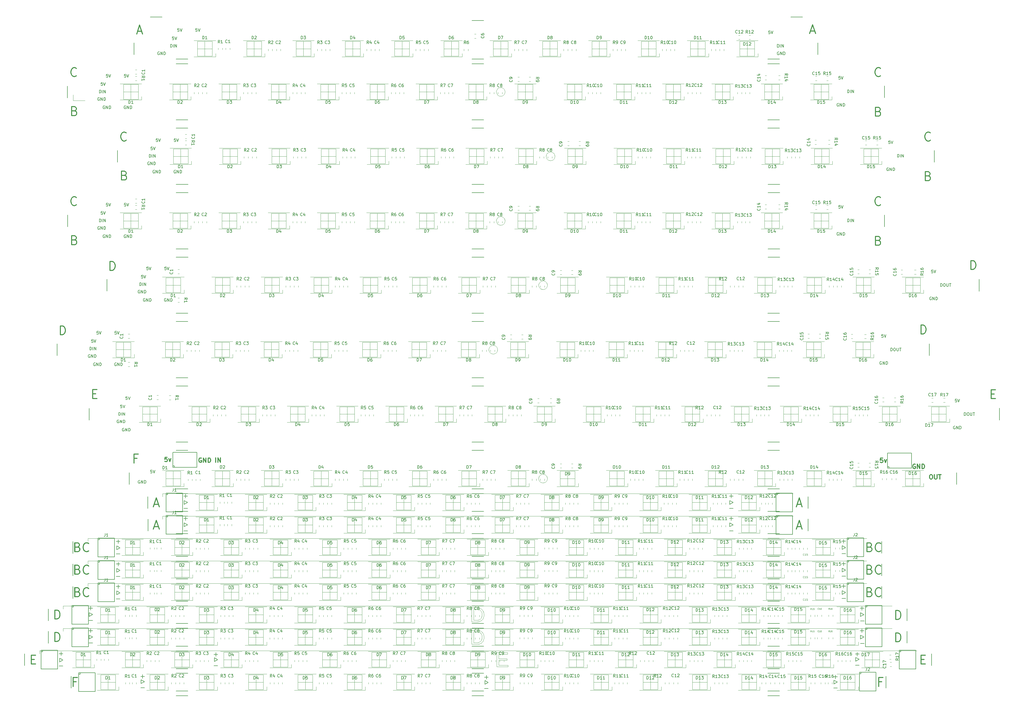
<source format=gbr>
G04 #@! TF.GenerationSoftware,KiCad,Pcbnew,(5.1.0-0)*
G04 #@! TF.CreationDate,2019-04-18T11:47:57-07:00*
G04 #@! TF.ProjectId,Panel2,50616e65-6c32-42e6-9b69-6361645f7063,rev?*
G04 #@! TF.SameCoordinates,Original*
G04 #@! TF.FileFunction,Legend,Top*
G04 #@! TF.FilePolarity,Positive*
%FSLAX46Y46*%
G04 Gerber Fmt 4.6, Leading zero omitted, Abs format (unit mm)*
G04 Created by KiCad (PCBNEW (5.1.0-0)) date 2019-04-18 11:47:57*
%MOMM*%
%LPD*%
G04 APERTURE LIST*
%ADD10C,0.300000*%
%ADD11C,0.100000*%
%ADD12C,0.010000*%
%ADD13C,0.200000*%
%ADD14C,0.150000*%
%ADD15C,0.120000*%
G04 APERTURE END LIST*
D10*
X325069331Y-175077543D02*
X324926474Y-175006114D01*
X324712189Y-175006114D01*
X324497903Y-175077543D01*
X324355046Y-175220400D01*
X324283617Y-175363257D01*
X324212189Y-175648971D01*
X324212189Y-175863257D01*
X324283617Y-176148971D01*
X324355046Y-176291828D01*
X324497903Y-176434685D01*
X324712189Y-176506114D01*
X324855046Y-176506114D01*
X325069331Y-176434685D01*
X325140760Y-176363257D01*
X325140760Y-175863257D01*
X324855046Y-175863257D01*
X325783617Y-176506114D02*
X325783617Y-175006114D01*
X326640760Y-176506114D01*
X326640760Y-175006114D01*
X327355046Y-176506114D02*
X327355046Y-175006114D01*
X327712189Y-175006114D01*
X327926474Y-175077543D01*
X328069331Y-175220400D01*
X328140760Y-175363257D01*
X328212189Y-175648971D01*
X328212189Y-175863257D01*
X328140760Y-176148971D01*
X328069331Y-176291828D01*
X327926474Y-176434685D01*
X327712189Y-176506114D01*
X327355046Y-176506114D01*
D11*
X118247703Y-31893544D02*
X118247703Y-36893544D01*
X115747703Y-34393544D02*
X120747703Y-34393544D01*
X134914403Y-31893544D02*
X134914403Y-36893544D01*
X84914303Y-31893544D02*
X84914303Y-36893544D01*
X82414303Y-34393544D02*
X87414303Y-34393544D01*
X101581003Y-31893544D02*
X101581003Y-36893544D01*
X99081003Y-34393544D02*
X104081003Y-34393544D01*
X201581203Y-31893544D02*
X201581203Y-36893544D01*
X199081203Y-34393544D02*
X204081203Y-34393544D01*
X218247903Y-31893544D02*
X218247903Y-36893544D01*
X215747903Y-34393544D02*
X220747903Y-34393544D01*
X234914603Y-31893544D02*
X234914603Y-36893544D01*
X232414603Y-34393544D02*
X237414603Y-34393544D01*
X251581303Y-31893544D02*
X251581303Y-36893544D01*
X249081303Y-34393544D02*
X254081303Y-34393544D01*
X268248003Y-31893544D02*
X268248003Y-36893544D01*
X265748003Y-34393544D02*
X270748003Y-34393544D01*
X87414303Y-36893544D02*
X82414303Y-36893544D01*
X82414303Y-36893544D02*
X82414303Y-31893544D01*
X82414303Y-31893544D02*
X87414303Y-31893544D01*
X87414303Y-31893544D02*
X87414303Y-36893544D01*
X104081003Y-36893544D02*
X99081003Y-36893544D01*
X99081003Y-36893544D02*
X99081003Y-31893544D01*
X99081003Y-31893544D02*
X104081003Y-31893544D01*
X104081003Y-31893544D02*
X104081003Y-36893544D01*
X120747703Y-36893544D02*
X115747703Y-36893544D01*
X115747703Y-36893544D02*
X115747703Y-31893544D01*
X115747703Y-31893544D02*
X120747703Y-31893544D01*
X120747703Y-31893544D02*
X120747703Y-36893544D01*
X137414403Y-36893544D02*
X132414403Y-36893544D01*
X132414403Y-36893544D02*
X132414403Y-31893544D01*
X132414403Y-31893544D02*
X137414403Y-31893544D01*
X137414403Y-31893544D02*
X137414403Y-36893544D01*
X154081103Y-36893544D02*
X149081103Y-36893544D01*
X149081103Y-36893544D02*
X149081103Y-31893544D01*
X149081103Y-31893544D02*
X154081103Y-31893544D01*
X154081103Y-31893544D02*
X154081103Y-36893544D01*
X170747803Y-36893544D02*
X165747803Y-36893544D01*
X165747803Y-36893544D02*
X165747803Y-31893544D01*
X165747803Y-31893544D02*
X170747803Y-31893544D01*
X170747803Y-31893544D02*
X170747803Y-36893544D01*
X187414503Y-36893544D02*
X182414503Y-36893544D01*
X182414503Y-36893544D02*
X182414503Y-31893544D01*
X182414503Y-31893544D02*
X187414503Y-31893544D01*
X187414503Y-31893544D02*
X187414503Y-36893544D01*
X204081203Y-36893544D02*
X199081203Y-36893544D01*
X199081203Y-36893544D02*
X199081203Y-31893544D01*
X199081203Y-31893544D02*
X204081203Y-31893544D01*
X204081203Y-31893544D02*
X204081203Y-36893544D01*
X220747903Y-36893544D02*
X215747903Y-36893544D01*
X215747903Y-36893544D02*
X215747903Y-31893544D01*
X215747903Y-31893544D02*
X220747903Y-31893544D01*
X220747903Y-31893544D02*
X220747903Y-36893544D01*
X237414603Y-36893544D02*
X232414603Y-36893544D01*
X232414603Y-36893544D02*
X232414603Y-31893544D01*
X232414603Y-31893544D02*
X237414603Y-31893544D01*
X237414603Y-31893544D02*
X237414603Y-36893544D01*
X254081303Y-36893544D02*
X249081303Y-36893544D01*
X249081303Y-36893544D02*
X249081303Y-31893544D01*
X249081303Y-31893544D02*
X254081303Y-31893544D01*
X254081303Y-31893544D02*
X254081303Y-36893544D01*
X270748003Y-36893544D02*
X265748003Y-36893544D01*
X265748003Y-36893544D02*
X265748003Y-31893544D01*
X265748003Y-31893544D02*
X270748003Y-31893544D01*
X270748003Y-31893544D02*
X270748003Y-36893544D01*
X132414403Y-34393544D02*
X137414403Y-34393544D01*
X151581103Y-31893544D02*
X151581103Y-36893544D01*
X149081103Y-34393544D02*
X154081103Y-34393544D01*
X168247803Y-31893544D02*
X168247803Y-36893544D01*
X165747803Y-34393544D02*
X170747803Y-34393544D01*
X184914503Y-31893544D02*
X184914503Y-36893544D01*
X182414503Y-34393544D02*
X187414503Y-34393544D01*
D10*
X62183714Y-28547000D02*
X63612285Y-28547000D01*
X61898000Y-29404142D02*
X62898000Y-26404142D01*
X63898000Y-29404142D01*
X289630714Y-28420000D02*
X291059285Y-28420000D01*
X289345000Y-29277142D02*
X290345000Y-26277142D01*
X291345000Y-29277142D01*
D12*
X66357103Y-155555477D02*
X66357103Y-160555477D01*
X63857103Y-158055477D02*
X68857103Y-158055477D01*
X83023803Y-155555477D02*
X83023803Y-160555477D01*
X80523803Y-158055477D02*
X85523803Y-158055477D01*
X99690503Y-155555477D02*
X99690503Y-160555477D01*
X97190503Y-158055477D02*
X102190503Y-158055477D01*
X116357203Y-155555477D02*
X116357203Y-160555477D01*
X113857203Y-158055477D02*
X118857203Y-158055477D01*
X133023903Y-155555477D02*
X133023903Y-160555477D01*
X130523903Y-158055477D02*
X135523903Y-158055477D01*
X149690603Y-155555477D02*
X149690603Y-160555477D01*
X147190603Y-158055477D02*
X152190603Y-158055477D01*
X166357303Y-155555477D02*
X166357303Y-160555477D01*
X163857303Y-158055477D02*
X168857303Y-158055477D01*
X183024003Y-155555477D02*
X183024003Y-160555477D01*
X180524003Y-158055477D02*
X185524003Y-158055477D01*
X199690703Y-155555477D02*
X199690703Y-160555477D01*
X197190703Y-158055477D02*
X202190703Y-158055477D01*
X216357403Y-155555477D02*
X216357403Y-160555477D01*
X213857403Y-158055477D02*
X218857403Y-158055477D01*
X233024103Y-155555477D02*
X233024103Y-160555477D01*
X230524103Y-158055477D02*
X235524103Y-158055477D01*
X249690803Y-155555477D02*
X249690803Y-160555477D01*
X247190803Y-158055477D02*
X252190803Y-158055477D01*
X266358283Y-155555477D02*
X266358283Y-160555477D01*
X263858283Y-158055477D02*
X268858283Y-158055477D01*
X283025763Y-155555477D02*
X283025763Y-160555477D01*
X280525763Y-158055477D02*
X285525763Y-158055477D01*
X299693243Y-155555477D02*
X299693243Y-160555477D01*
X297193243Y-158055477D02*
X302193243Y-158055477D01*
X316360723Y-155555477D02*
X316360723Y-160555477D01*
X313860723Y-158055477D02*
X318860723Y-158055477D01*
X333028203Y-155555477D02*
X333028203Y-160555477D01*
X330528203Y-158055477D02*
X335528203Y-158055477D01*
X335524303Y-155555477D02*
X335524303Y-160555477D01*
X335524303Y-160555477D02*
X330524303Y-160555477D01*
X330524303Y-160555477D02*
X330524303Y-155555477D01*
X330524303Y-155555477D02*
X335524303Y-155555477D01*
X313857603Y-160555477D02*
X313857603Y-155555477D01*
X313857603Y-155555477D02*
X318857603Y-155555477D01*
X318857603Y-155555477D02*
X318857603Y-160555477D01*
X135523903Y-155555477D02*
X135523903Y-160555477D01*
X152190603Y-160555477D02*
X147190603Y-160555477D01*
X147190603Y-160555477D02*
X147190603Y-155555477D01*
X147190603Y-155555477D02*
X152190603Y-155555477D01*
X152190603Y-155555477D02*
X152190603Y-160555477D01*
X168857303Y-160555477D02*
X163857303Y-160555477D01*
X163857303Y-160555477D02*
X163857303Y-155555477D01*
X163857303Y-155555477D02*
X168857303Y-155555477D01*
X168857303Y-155555477D02*
X168857303Y-160555477D01*
X185524003Y-160555477D02*
X180524003Y-160555477D01*
X180524003Y-160555477D02*
X180524003Y-155555477D01*
X180524003Y-155555477D02*
X185524003Y-155555477D01*
X185524003Y-155555477D02*
X185524003Y-160555477D01*
X202190703Y-160555477D02*
X197190703Y-160555477D01*
X197190703Y-160555477D02*
X197190703Y-155555477D01*
X197190703Y-155555477D02*
X202190703Y-155555477D01*
X202190703Y-155555477D02*
X202190703Y-160555477D01*
X218857403Y-160555477D02*
X213857403Y-160555477D01*
X213857403Y-160555477D02*
X213857403Y-155555477D01*
X213857403Y-155555477D02*
X218857403Y-155555477D01*
X218857403Y-155555477D02*
X218857403Y-160555477D01*
X235524103Y-160555477D02*
X230524103Y-160555477D01*
X230524103Y-160555477D02*
X230524103Y-155555477D01*
X230524103Y-155555477D02*
X235524103Y-155555477D01*
X235524103Y-155555477D02*
X235524103Y-160555477D01*
X252190803Y-160555477D02*
X247190803Y-160555477D01*
X247190803Y-160555477D02*
X247190803Y-155555477D01*
X247190803Y-155555477D02*
X252190803Y-155555477D01*
X252190803Y-155555477D02*
X252190803Y-160555477D01*
X268857503Y-160555477D02*
X263857503Y-160555477D01*
X263857503Y-160555477D02*
X263857503Y-155555477D01*
X263857503Y-155555477D02*
X268857503Y-155555477D01*
X268857503Y-155555477D02*
X268857503Y-160555477D01*
X285524203Y-160555477D02*
X280524203Y-160555477D01*
X280524203Y-160555477D02*
X280524203Y-155555477D01*
X280524203Y-155555477D02*
X285524203Y-155555477D01*
X285524203Y-155555477D02*
X285524203Y-160555477D01*
X302190903Y-160555477D02*
X297190903Y-160555477D01*
X297190903Y-160555477D02*
X297190903Y-155555477D01*
X297190903Y-155555477D02*
X302190903Y-155555477D01*
X302190903Y-155555477D02*
X302190903Y-160555477D01*
X318857603Y-160555477D02*
X313857603Y-160555477D01*
X85523803Y-160555477D02*
X80523803Y-160555477D01*
X80523803Y-160555477D02*
X80523803Y-155555477D01*
X80523803Y-155555477D02*
X85523803Y-155555477D01*
X85523803Y-155555477D02*
X85523803Y-160555477D01*
X102190503Y-160555477D02*
X97190503Y-160555477D01*
X97190503Y-160555477D02*
X97190503Y-155555477D01*
X97190503Y-155555477D02*
X102190503Y-155555477D01*
X102190503Y-155555477D02*
X102190503Y-160555477D01*
X118857203Y-160555477D02*
X113857203Y-160555477D01*
X113857203Y-160555477D02*
X113857203Y-155555477D01*
X113857203Y-155555477D02*
X118857203Y-155555477D01*
X118857203Y-155555477D02*
X118857203Y-160555477D01*
X135523903Y-160555477D02*
X130523903Y-160555477D01*
X130523903Y-160555477D02*
X130523903Y-155555477D01*
X130523903Y-155555477D02*
X135523903Y-155555477D01*
X63857103Y-160555477D02*
X63857103Y-155555477D01*
X63857103Y-155555477D02*
X68857103Y-155555477D01*
X68857103Y-155555477D02*
X68857103Y-160555477D01*
X68857103Y-160555477D02*
X63857103Y-160555477D01*
D10*
X47068142Y-151189714D02*
X48068142Y-151189714D01*
X48496714Y-152761142D02*
X47068142Y-152761142D01*
X47068142Y-149761142D01*
X48496714Y-149761142D01*
X350715142Y-151266714D02*
X351715142Y-151266714D01*
X352143714Y-152838142D02*
X350715142Y-152838142D01*
X350715142Y-149838142D01*
X352143714Y-149838142D01*
D12*
X54709103Y-251267033D02*
X49709103Y-251267033D01*
X49709103Y-251267033D02*
X49709103Y-246267033D01*
X49709103Y-246267033D02*
X54709103Y-246267033D01*
X54709103Y-246267033D02*
X54709103Y-251267033D01*
X71375103Y-251267033D02*
X66375103Y-251267033D01*
X66375103Y-251267033D02*
X66375103Y-246267033D01*
X66375103Y-246267033D02*
X71375103Y-246267033D01*
X71375103Y-246267033D02*
X71375103Y-251267033D01*
X88041103Y-251267033D02*
X83041103Y-251267033D01*
X83041103Y-251267033D02*
X83041103Y-246267033D01*
X83041103Y-246267033D02*
X88041103Y-246267033D01*
X88041103Y-246267033D02*
X88041103Y-251267033D01*
X104707103Y-251267033D02*
X99707103Y-251267033D01*
X99707103Y-251267033D02*
X99707103Y-246267033D01*
X99707103Y-246267033D02*
X104707103Y-246267033D01*
X104707103Y-246267033D02*
X104707103Y-251267033D01*
X121373103Y-251267033D02*
X116373103Y-251267033D01*
X116373103Y-251267033D02*
X116373103Y-246267033D01*
X116373103Y-246267033D02*
X121373103Y-246267033D01*
X121373103Y-246267033D02*
X121373103Y-251267033D01*
X138039103Y-251267033D02*
X133039103Y-251267033D01*
X133039103Y-251267033D02*
X133039103Y-246267033D01*
X133039103Y-246267033D02*
X138039103Y-246267033D01*
X138039103Y-246267033D02*
X138039103Y-251267033D01*
X154705103Y-251267033D02*
X149705103Y-251267033D01*
X149705103Y-251267033D02*
X149705103Y-246267033D01*
X149705103Y-246267033D02*
X154705103Y-246267033D01*
X154705103Y-246267033D02*
X154705103Y-251267033D01*
X171371103Y-251267033D02*
X166371103Y-251267033D01*
X166371103Y-251267033D02*
X166371103Y-246267033D01*
X166371103Y-246267033D02*
X171371103Y-246267033D01*
X171371103Y-246267033D02*
X171371103Y-251267033D01*
X188037103Y-251267033D02*
X183037103Y-251267033D01*
X183037103Y-251267033D02*
X183037103Y-246267033D01*
X183037103Y-246267033D02*
X188037103Y-246267033D01*
X188037103Y-246267033D02*
X188037103Y-251267033D01*
X204703103Y-251267033D02*
X199703103Y-251267033D01*
X199703103Y-251267033D02*
X199703103Y-246267033D01*
X199703103Y-246267033D02*
X204703103Y-246267033D01*
X204703103Y-246267033D02*
X204703103Y-251267033D01*
X221369103Y-251267033D02*
X216369103Y-251267033D01*
X216369103Y-251267033D02*
X216369103Y-246267033D01*
X216369103Y-246267033D02*
X221369103Y-246267033D01*
X221369103Y-246267033D02*
X221369103Y-251267033D01*
X238035103Y-251267033D02*
X233035103Y-251267033D01*
X233035103Y-251267033D02*
X233035103Y-246267033D01*
X233035103Y-246267033D02*
X238035103Y-246267033D01*
X238035103Y-246267033D02*
X238035103Y-251267033D01*
X254701703Y-251267033D02*
X249701703Y-251267033D01*
X249701703Y-251267033D02*
X249701703Y-246267033D01*
X249701703Y-246267033D02*
X254701703Y-246267033D01*
X254701703Y-246267033D02*
X254701703Y-251267033D01*
X271368303Y-251267033D02*
X266368303Y-251267033D01*
X266368303Y-251267033D02*
X266368303Y-246267033D01*
X266368303Y-246267033D02*
X271368303Y-246267033D01*
X271368303Y-246267033D02*
X271368303Y-251267033D01*
X288034903Y-251267033D02*
X283034903Y-251267033D01*
X283034903Y-251267033D02*
X283034903Y-246267033D01*
X283034903Y-246267033D02*
X288034903Y-246267033D01*
X288034903Y-246267033D02*
X288034903Y-251267033D01*
X304694903Y-251267033D02*
X299694903Y-251267033D01*
X299694903Y-251267033D02*
X299694903Y-246267033D01*
X299694903Y-246267033D02*
X304694903Y-246267033D01*
X304694903Y-246267033D02*
X304694903Y-251267033D01*
X52209103Y-246267033D02*
X52209103Y-251267033D01*
X49709103Y-248767033D02*
X54709103Y-248767033D01*
X68875803Y-246267033D02*
X68875803Y-251267033D01*
X66375803Y-248767033D02*
X71375803Y-248767033D01*
X85542503Y-246267033D02*
X85542503Y-251267033D01*
X83042503Y-248767033D02*
X88042503Y-248767033D01*
X102209203Y-246267033D02*
X102209203Y-251267033D01*
X99709203Y-248767033D02*
X104709203Y-248767033D01*
X118875903Y-246267033D02*
X118875903Y-251267033D01*
X116375903Y-248767033D02*
X121375903Y-248767033D01*
X135542603Y-246267033D02*
X135542603Y-251267033D01*
X133042603Y-248767033D02*
X138042603Y-248767033D01*
X152209303Y-246267033D02*
X152209303Y-251267033D01*
X149709303Y-248767033D02*
X154709303Y-248767033D01*
X168876003Y-246267033D02*
X168876003Y-251267033D01*
X166376003Y-248767033D02*
X171376003Y-248767033D01*
X185542703Y-246267033D02*
X185542703Y-251267033D01*
X183042703Y-248767033D02*
X188042703Y-248767033D01*
X202209403Y-246267033D02*
X202209403Y-251267033D01*
X199709403Y-248767033D02*
X204709403Y-248767033D01*
X218876103Y-246267033D02*
X218876103Y-251267033D01*
X216376103Y-248767033D02*
X221376103Y-248767033D01*
X235542803Y-246267033D02*
X235542803Y-251267033D01*
X233042803Y-248767033D02*
X238042803Y-248767033D01*
X252210283Y-246267033D02*
X252210283Y-251267033D01*
X249710283Y-248767033D02*
X254710283Y-248767033D01*
X268877763Y-246267033D02*
X268877763Y-251267033D01*
X266377763Y-248767033D02*
X271377763Y-248767033D01*
X285545243Y-246267033D02*
X285545243Y-251267033D01*
X283045243Y-248767033D02*
X288045243Y-248767033D01*
X302212723Y-246267033D02*
X302212723Y-251267033D01*
X299712723Y-248767033D02*
X304712723Y-248767033D01*
D13*
X298072000Y-246339000D02*
X298072000Y-247609000D01*
X297437000Y-246974000D02*
X298707000Y-246974000D01*
X297564000Y-248117000D02*
X298707000Y-248752000D01*
X298707000Y-248752000D02*
X297564000Y-249387000D01*
X297437000Y-250784000D02*
X298707000Y-250784000D01*
X297564000Y-248117000D02*
X297564000Y-249387000D01*
X180724000Y-248879000D02*
X179581000Y-249514000D01*
X179581000Y-248244000D02*
X180724000Y-248879000D01*
X179581000Y-248244000D02*
X179581000Y-249514000D01*
X179454000Y-250911000D02*
X180724000Y-250911000D01*
X180089000Y-246466000D02*
X180089000Y-247736000D01*
X179454000Y-247101000D02*
X180724000Y-247101000D01*
X64519000Y-248625000D02*
X63376000Y-249260000D01*
X63376000Y-247990000D02*
X64519000Y-248625000D01*
X63376000Y-247990000D02*
X63376000Y-249260000D01*
X63249000Y-250657000D02*
X64519000Y-250657000D01*
X63884000Y-246212000D02*
X63884000Y-247482000D01*
X63249000Y-246847000D02*
X64519000Y-246847000D01*
D10*
X41452571Y-248664714D02*
X40452571Y-248664714D01*
X40452571Y-250236142D02*
X40452571Y-247236142D01*
X41881142Y-247236142D01*
X313740571Y-248664714D02*
X312740571Y-248664714D01*
X312740571Y-250236142D02*
X312740571Y-247236142D01*
X314169142Y-247236142D01*
D12*
X277188243Y-238666087D02*
X277188243Y-243666087D01*
X274688243Y-241166087D02*
X279688243Y-241166087D01*
X293855723Y-238666087D02*
X293855723Y-243666087D01*
X291355723Y-241166087D02*
X296355723Y-241166087D01*
X310523203Y-238666087D02*
X310523203Y-243666087D01*
X308023203Y-241166087D02*
X313023203Y-241166087D01*
X43852103Y-238666087D02*
X43852103Y-243666087D01*
X41352103Y-241166087D02*
X46352103Y-241166087D01*
X60518803Y-238666087D02*
X60518803Y-243666087D01*
X58018803Y-241166087D02*
X63018803Y-241166087D01*
X77185503Y-238666087D02*
X77185503Y-243666087D01*
X74685503Y-241166087D02*
X79685503Y-241166087D01*
X93852203Y-238666087D02*
X93852203Y-243666087D01*
D13*
X35842000Y-240652000D02*
X36985000Y-241287000D01*
X35842000Y-240652000D02*
X35842000Y-241922000D01*
X35715000Y-243319000D02*
X36985000Y-243319000D01*
X36350000Y-238493000D02*
X36350000Y-239763000D01*
X35715000Y-239128000D02*
X36985000Y-239128000D01*
D12*
X129682103Y-243666087D02*
X124682103Y-243666087D01*
X124682103Y-243666087D02*
X124682103Y-238666087D01*
X124682103Y-238666087D02*
X129682103Y-238666087D01*
X129682103Y-238666087D02*
X129682103Y-243666087D01*
X146348103Y-243666087D02*
X141348103Y-243666087D01*
X141348103Y-243666087D02*
X141348103Y-238666087D01*
X141348103Y-238666087D02*
X146348103Y-238666087D01*
X146348103Y-238666087D02*
X146348103Y-243666087D01*
X163014103Y-243666087D02*
X158014103Y-243666087D01*
X158014103Y-243666087D02*
X158014103Y-238666087D01*
X158014103Y-238666087D02*
X163014103Y-238666087D01*
X163014103Y-238666087D02*
X163014103Y-243666087D01*
X108016103Y-243666087D02*
X108016103Y-238666087D01*
X108016103Y-238666087D02*
X113016103Y-238666087D01*
X113016103Y-238666087D02*
X113016103Y-243666087D01*
D13*
X306098000Y-241033000D02*
X304955000Y-241668000D01*
X304955000Y-240398000D02*
X306098000Y-241033000D01*
X304955000Y-240398000D02*
X304955000Y-241668000D01*
X304828000Y-243065000D02*
X306098000Y-243065000D01*
X305463000Y-238620000D02*
X305463000Y-239890000D01*
X304828000Y-239255000D02*
X306098000Y-239255000D01*
X88674000Y-238747000D02*
X88674000Y-240017000D01*
X88039000Y-239382000D02*
X89309000Y-239382000D01*
X36985000Y-241287000D02*
X35842000Y-241922000D01*
X89309000Y-241160000D02*
X88166000Y-241795000D01*
X88166000Y-240525000D02*
X89309000Y-241160000D01*
X88166000Y-240525000D02*
X88166000Y-241795000D01*
X88039000Y-243192000D02*
X89309000Y-243192000D01*
D12*
X91352203Y-241166087D02*
X96352203Y-241166087D01*
X110518903Y-238666087D02*
X110518903Y-243666087D01*
X108018903Y-241166087D02*
X113018903Y-241166087D01*
X127185603Y-238666087D02*
X127185603Y-243666087D01*
X124685603Y-241166087D02*
X129685603Y-241166087D01*
X143852303Y-238666087D02*
X143852303Y-243666087D01*
X141352303Y-241166087D02*
X146352303Y-241166087D01*
X160519003Y-238666087D02*
X160519003Y-243666087D01*
X158019003Y-241166087D02*
X163019003Y-241166087D01*
X177185703Y-238666087D02*
X177185703Y-243666087D01*
X174685703Y-241166087D02*
X179685703Y-241166087D01*
X193852403Y-238666087D02*
X193852403Y-243666087D01*
X191352403Y-241166087D02*
X196352403Y-241166087D01*
X210519103Y-238666087D02*
X210519103Y-243666087D01*
X208019103Y-241166087D02*
X213019103Y-241166087D01*
X227185803Y-238666087D02*
X227185803Y-243666087D01*
X224685803Y-241166087D02*
X229685803Y-241166087D01*
X243853283Y-238666087D02*
X243853283Y-243666087D01*
X241353283Y-241166087D02*
X246353283Y-241166087D01*
X260520763Y-238666087D02*
X260520763Y-243666087D01*
X258020763Y-241166087D02*
X263020763Y-241166087D01*
D11*
X325571819Y-238166083D02*
X29039811Y-238166083D01*
X29039811Y-238166083D02*
X29039811Y-239166086D01*
D12*
X46352103Y-243666087D02*
X41352103Y-243666087D01*
X41352103Y-243666087D02*
X41352103Y-238666087D01*
X41352103Y-238666087D02*
X46352103Y-238666087D01*
X46352103Y-238666087D02*
X46352103Y-243666087D01*
X63018103Y-243666087D02*
X58018103Y-243666087D01*
X58018103Y-243666087D02*
X58018103Y-238666087D01*
X58018103Y-238666087D02*
X63018103Y-238666087D01*
X63018103Y-238666087D02*
X63018103Y-243666087D01*
X79684103Y-243666087D02*
X74684103Y-243666087D01*
X74684103Y-243666087D02*
X74684103Y-238666087D01*
X74684103Y-238666087D02*
X79684103Y-238666087D01*
X79684103Y-238666087D02*
X79684103Y-243666087D01*
X96350103Y-243666087D02*
X91350103Y-243666087D01*
X91350103Y-243666087D02*
X91350103Y-238666087D01*
X91350103Y-238666087D02*
X96350103Y-238666087D01*
X96350103Y-238666087D02*
X96350103Y-243666087D01*
X113016103Y-243666087D02*
X108016103Y-243666087D01*
X179680103Y-243666087D02*
X174680103Y-243666087D01*
X174680103Y-243666087D02*
X174680103Y-238666087D01*
X174680103Y-238666087D02*
X179680103Y-238666087D01*
X179680103Y-238666087D02*
X179680103Y-243666087D01*
X196346103Y-243666087D02*
X191346103Y-243666087D01*
X191346103Y-243666087D02*
X191346103Y-238666087D01*
X191346103Y-238666087D02*
X196346103Y-238666087D01*
X196346103Y-238666087D02*
X196346103Y-243666087D01*
X213012103Y-243666087D02*
X208012103Y-243666087D01*
X208012103Y-243666087D02*
X208012103Y-238666087D01*
X208012103Y-238666087D02*
X213012103Y-238666087D01*
X213012103Y-238666087D02*
X213012103Y-243666087D01*
X229678103Y-243666087D02*
X224678103Y-243666087D01*
X224678103Y-243666087D02*
X224678103Y-238666087D01*
X224678103Y-238666087D02*
X229678103Y-238666087D01*
X229678103Y-238666087D02*
X229678103Y-243666087D01*
X246344703Y-243666087D02*
X241344703Y-243666087D01*
X241344703Y-243666087D02*
X241344703Y-238666087D01*
X241344703Y-238666087D02*
X246344703Y-238666087D01*
X246344703Y-238666087D02*
X246344703Y-243666087D01*
X263011303Y-243666087D02*
X258011303Y-243666087D01*
X258011303Y-243666087D02*
X258011303Y-238666087D01*
X258011303Y-238666087D02*
X263011303Y-238666087D01*
X263011303Y-238666087D02*
X263011303Y-243666087D01*
X279677903Y-243666087D02*
X274677903Y-243666087D01*
X274677903Y-243666087D02*
X274677903Y-238666087D01*
X274677903Y-238666087D02*
X279677903Y-238666087D01*
X279677903Y-238666087D02*
X279677903Y-243666087D01*
X296337903Y-243666087D02*
X291337903Y-243666087D01*
X291337903Y-243666087D02*
X291337903Y-238666087D01*
X291337903Y-238666087D02*
X296337903Y-238666087D01*
X296337903Y-238666087D02*
X296337903Y-243666087D01*
X312997903Y-243666087D02*
X307997903Y-243666087D01*
X307997903Y-243666087D02*
X307997903Y-238666087D01*
X307997903Y-238666087D02*
X312997903Y-238666087D01*
X312997903Y-238666087D02*
X312997903Y-243666087D01*
X183628508Y-238766085D02*
X187270507Y-238766085D01*
X187270507Y-238766085D02*
X187270507Y-239297091D01*
X187270507Y-239297091D02*
X184279509Y-239297091D01*
X184279509Y-239297091D02*
X184279509Y-240814090D01*
X184279509Y-240814090D02*
X187065505Y-240814090D01*
X187065505Y-240814090D02*
X187065505Y-241339083D01*
X187065505Y-241339083D02*
X184279509Y-241339083D01*
X184279509Y-241339083D02*
X184279509Y-243035083D01*
X184279509Y-243035083D02*
X187409506Y-243035083D01*
X187409506Y-243035083D02*
X187409506Y-243566088D01*
X187409506Y-243566088D02*
X183628508Y-243566088D01*
X183628508Y-243566088D02*
X183628508Y-238766085D01*
D10*
X327045142Y-241072714D02*
X328045142Y-241072714D01*
X328473714Y-242644142D02*
X327045142Y-242644142D01*
X327045142Y-239644142D01*
X328473714Y-239644142D01*
X26309142Y-241072714D02*
X27309142Y-241072714D01*
X27737714Y-242644142D02*
X26309142Y-242644142D01*
X26309142Y-239644142D01*
X27737714Y-239644142D01*
D11*
X317206493Y-230567108D02*
X37059877Y-230567108D01*
X37059877Y-230567108D02*
X37059877Y-231567111D01*
D12*
X54686103Y-236067103D02*
X49686103Y-236067103D01*
X49686103Y-236067103D02*
X49686103Y-231067103D01*
X49686103Y-231067103D02*
X54686103Y-231067103D01*
X54686103Y-231067103D02*
X54686103Y-236067103D01*
X71352103Y-236067103D02*
X66352103Y-236067103D01*
X66352103Y-236067103D02*
X66352103Y-231067103D01*
X66352103Y-231067103D02*
X71352103Y-231067103D01*
X71352103Y-231067103D02*
X71352103Y-236067103D01*
X88018103Y-236067103D02*
X83018103Y-236067103D01*
X83018103Y-236067103D02*
X83018103Y-231067103D01*
X83018103Y-231067103D02*
X88018103Y-231067103D01*
X88018103Y-231067103D02*
X88018103Y-236067103D01*
X104684103Y-236067103D02*
X99684103Y-236067103D01*
X99684103Y-236067103D02*
X99684103Y-231067103D01*
X99684103Y-231067103D02*
X104684103Y-231067103D01*
X104684103Y-231067103D02*
X104684103Y-236067103D01*
X121350103Y-236067103D02*
X116350103Y-236067103D01*
X116350103Y-236067103D02*
X116350103Y-231067103D01*
X116350103Y-231067103D02*
X121350103Y-231067103D01*
X121350103Y-231067103D02*
X121350103Y-236067103D01*
X138016103Y-236067103D02*
X133016103Y-236067103D01*
X133016103Y-236067103D02*
X133016103Y-231067103D01*
X133016103Y-231067103D02*
X138016103Y-231067103D01*
X138016103Y-231067103D02*
X138016103Y-236067103D01*
X154682103Y-236067103D02*
X149682103Y-236067103D01*
X149682103Y-236067103D02*
X149682103Y-231067103D01*
X149682103Y-231067103D02*
X154682103Y-231067103D01*
X154682103Y-231067103D02*
X154682103Y-236067103D01*
X171348103Y-236067103D02*
X166348103Y-236067103D01*
X166348103Y-236067103D02*
X166348103Y-231067103D01*
X166348103Y-231067103D02*
X171348103Y-231067103D01*
X171348103Y-231067103D02*
X171348103Y-236067103D01*
X188014103Y-236067103D02*
X183014103Y-236067103D01*
X183014103Y-236067103D02*
X183014103Y-231067103D01*
X183014103Y-231067103D02*
X188014103Y-231067103D01*
X188014103Y-231067103D02*
X188014103Y-236067103D01*
X204680103Y-236067103D02*
X199680103Y-236067103D01*
X199680103Y-236067103D02*
X199680103Y-231067103D01*
X199680103Y-231067103D02*
X204680103Y-231067103D01*
X204680103Y-231067103D02*
X204680103Y-236067103D01*
X221346103Y-236067103D02*
X216346103Y-236067103D01*
X216346103Y-236067103D02*
X216346103Y-231067103D01*
X216346103Y-231067103D02*
X221346103Y-231067103D01*
X221346103Y-231067103D02*
X221346103Y-236067103D01*
X238012103Y-236067103D02*
X233012103Y-236067103D01*
X233012103Y-236067103D02*
X233012103Y-231067103D01*
X233012103Y-231067103D02*
X238012103Y-231067103D01*
X238012103Y-231067103D02*
X238012103Y-236067103D01*
X254678703Y-236067103D02*
X249678703Y-236067103D01*
X249678703Y-236067103D02*
X249678703Y-231067103D01*
X249678703Y-231067103D02*
X254678703Y-231067103D01*
X254678703Y-231067103D02*
X254678703Y-236067103D01*
X271345303Y-236067103D02*
X266345303Y-236067103D01*
X266345303Y-236067103D02*
X266345303Y-231067103D01*
X266345303Y-231067103D02*
X271345303Y-231067103D01*
X271345303Y-231067103D02*
X271345303Y-236067103D01*
X288011903Y-236067103D02*
X283011903Y-236067103D01*
X283011903Y-236067103D02*
X283011903Y-231067103D01*
X283011903Y-231067103D02*
X288011903Y-231067103D01*
X288011903Y-231067103D02*
X288011903Y-236067103D01*
X304671903Y-236067103D02*
X299671903Y-236067103D01*
X299671903Y-236067103D02*
X299671903Y-231067103D01*
X299671903Y-231067103D02*
X304671903Y-231067103D01*
X304671903Y-231067103D02*
X304671903Y-236067103D01*
X175143206Y-231167109D02*
X176730204Y-231167109D01*
X176730204Y-231167109D02*
X177482203Y-231235103D01*
X177482203Y-231235103D02*
X178109202Y-231439097D01*
X178109202Y-231439097D02*
X178612208Y-231779109D01*
X178612208Y-231779109D02*
X178981204Y-232244105D01*
X178981204Y-232244105D02*
X179202204Y-232824107D01*
X179202204Y-232824107D02*
X179275202Y-233518107D01*
X179275202Y-233518107D02*
X179243205Y-233992106D01*
X179243205Y-233992106D02*
X179146205Y-234425105D01*
X179146205Y-234425105D02*
X178985202Y-234817103D01*
X178985202Y-234817103D02*
X178766207Y-235160106D01*
X178766207Y-235160106D02*
X178492205Y-235444102D01*
X178492205Y-235444102D02*
X178164202Y-235671107D01*
X178164202Y-235671107D02*
X177792208Y-235836101D01*
X177792208Y-235836101D02*
X177383204Y-235934108D01*
X177383204Y-235934108D02*
X176938204Y-235967097D01*
X176938204Y-235967097D02*
X175143206Y-235967097D01*
X175143206Y-235967097D02*
X175143206Y-231167109D01*
X176863207Y-235446101D02*
X177201205Y-235420100D01*
X177201205Y-235420100D02*
X177510203Y-235343104D01*
X177510203Y-235343104D02*
X177791209Y-235215098D01*
X177791209Y-235215098D02*
X178038203Y-235038096D01*
X178038203Y-235038096D02*
X178243205Y-234815105D01*
X178243205Y-234815105D02*
X178406207Y-234547099D01*
X178406207Y-234547099D02*
X178526202Y-234239100D01*
X178526202Y-234239100D02*
X178597209Y-233896098D01*
X178597209Y-233896098D02*
X178621203Y-233518107D01*
X178621203Y-233518107D02*
X178567202Y-232970103D01*
X178567202Y-232970103D02*
X178404208Y-232516108D01*
X178404208Y-232516108D02*
X178132205Y-232157100D01*
X178132205Y-232157100D02*
X177758204Y-231897105D01*
X177758204Y-231897105D02*
X177286204Y-231740107D01*
X177286204Y-231740107D02*
X176717204Y-231688106D01*
X176717204Y-231688106D02*
X175794207Y-231688106D01*
X175794207Y-231688106D02*
X175794207Y-235446101D01*
X175794207Y-235446101D02*
X176863207Y-235446101D01*
X52186103Y-231067103D02*
X52186103Y-236067103D01*
X49686103Y-233567103D02*
X54686103Y-233567103D01*
X68852803Y-231067103D02*
X68852803Y-236067103D01*
X66352803Y-233567103D02*
X71352803Y-233567103D01*
X85519503Y-231067103D02*
X85519503Y-236067103D01*
X83019503Y-233567103D02*
X88019503Y-233567103D01*
X102186203Y-231067103D02*
X102186203Y-236067103D01*
X99686203Y-233567103D02*
X104686203Y-233567103D01*
X118852903Y-231067103D02*
X118852903Y-236067103D01*
X116352903Y-233567103D02*
X121352903Y-233567103D01*
X135519603Y-231067103D02*
X135519603Y-236067103D01*
X133019603Y-233567103D02*
X138019603Y-233567103D01*
X152186303Y-231067103D02*
X152186303Y-236067103D01*
X149686303Y-233567103D02*
X154686303Y-233567103D01*
X168853003Y-231067103D02*
X168853003Y-236067103D01*
X166353003Y-233567103D02*
X171353003Y-233567103D01*
X185519703Y-231067103D02*
X185519703Y-236067103D01*
X183019703Y-233567103D02*
X188019703Y-233567103D01*
X202186403Y-231067103D02*
X202186403Y-236067103D01*
X199686403Y-233567103D02*
X204686403Y-233567103D01*
X218853103Y-231067103D02*
X218853103Y-236067103D01*
X216353103Y-233567103D02*
X221353103Y-233567103D01*
X235519803Y-231067103D02*
X235519803Y-236067103D01*
X233019803Y-233567103D02*
X238019803Y-233567103D01*
X252187283Y-231067103D02*
X252187283Y-236067103D01*
X249687283Y-233567103D02*
X254687283Y-233567103D01*
X268854763Y-231067103D02*
X268854763Y-236067103D01*
X266354763Y-233567103D02*
X271354763Y-233567103D01*
X285522243Y-231067103D02*
X285522243Y-236067103D01*
X302189723Y-231067103D02*
X302189723Y-236067103D01*
X299689723Y-233567103D02*
X304689723Y-233567103D01*
D13*
X306560000Y-232882000D02*
X306560000Y-234152000D01*
X306560000Y-232882000D02*
X307703000Y-233517000D01*
X307703000Y-233517000D02*
X306560000Y-234152000D01*
X307068000Y-230723000D02*
X307068000Y-231993000D01*
X306433000Y-231358000D02*
X307703000Y-231358000D01*
X45862000Y-232857000D02*
X45862000Y-234127000D01*
X45862000Y-232857000D02*
X47005000Y-233492000D01*
X47005000Y-233492000D02*
X45862000Y-234127000D01*
X45735000Y-235524000D02*
X47005000Y-235524000D01*
X46370000Y-230698000D02*
X46370000Y-231968000D01*
X45735000Y-231333000D02*
X47005000Y-231333000D01*
X306533000Y-235658000D02*
X307803000Y-235658000D01*
D12*
X283022243Y-233567103D02*
X288022243Y-233567103D01*
D10*
X34246285Y-235001142D02*
X34246285Y-232001142D01*
X34960571Y-232001142D01*
X35389142Y-232144000D01*
X35674857Y-232429714D01*
X35817714Y-232715428D01*
X35960571Y-233286857D01*
X35960571Y-233715428D01*
X35817714Y-234286857D01*
X35674857Y-234572571D01*
X35389142Y-234858285D01*
X34960571Y-235001142D01*
X34246285Y-235001142D01*
X318472285Y-235128142D02*
X318472285Y-232128142D01*
X319186571Y-232128142D01*
X319615142Y-232271000D01*
X319900857Y-232556714D01*
X320043714Y-232842428D01*
X320186571Y-233413857D01*
X320186571Y-233842428D01*
X320043714Y-234413857D01*
X319900857Y-234699571D01*
X319615142Y-234985285D01*
X319186571Y-235128142D01*
X318472285Y-235128142D01*
D11*
X317206493Y-222966108D02*
X37059877Y-222966108D01*
X37059877Y-222966108D02*
X37059877Y-223966111D01*
D12*
X54686103Y-228466103D02*
X49686103Y-228466103D01*
X49686103Y-228466103D02*
X49686103Y-223466103D01*
X49686103Y-223466103D02*
X54686103Y-223466103D01*
X54686103Y-223466103D02*
X54686103Y-228466103D01*
X71352103Y-228466103D02*
X66352103Y-228466103D01*
X66352103Y-228466103D02*
X66352103Y-223466103D01*
X66352103Y-223466103D02*
X71352103Y-223466103D01*
X71352103Y-223466103D02*
X71352103Y-228466103D01*
X88018103Y-228466103D02*
X83018103Y-228466103D01*
X83018103Y-228466103D02*
X83018103Y-223466103D01*
X83018103Y-223466103D02*
X88018103Y-223466103D01*
X88018103Y-223466103D02*
X88018103Y-228466103D01*
X104684103Y-228466103D02*
X99684103Y-228466103D01*
X99684103Y-228466103D02*
X99684103Y-223466103D01*
X99684103Y-223466103D02*
X104684103Y-223466103D01*
X104684103Y-223466103D02*
X104684103Y-228466103D01*
X121350103Y-228466103D02*
X116350103Y-228466103D01*
X116350103Y-228466103D02*
X116350103Y-223466103D01*
X116350103Y-223466103D02*
X121350103Y-223466103D01*
X121350103Y-223466103D02*
X121350103Y-228466103D01*
X138016103Y-228466103D02*
X133016103Y-228466103D01*
X133016103Y-228466103D02*
X133016103Y-223466103D01*
X133016103Y-223466103D02*
X138016103Y-223466103D01*
X138016103Y-223466103D02*
X138016103Y-228466103D01*
X154682103Y-228466103D02*
X149682103Y-228466103D01*
X149682103Y-228466103D02*
X149682103Y-223466103D01*
X149682103Y-223466103D02*
X154682103Y-223466103D01*
X154682103Y-223466103D02*
X154682103Y-228466103D01*
X171348103Y-228466103D02*
X166348103Y-228466103D01*
X166348103Y-228466103D02*
X166348103Y-223466103D01*
X166348103Y-223466103D02*
X171348103Y-223466103D01*
X171348103Y-223466103D02*
X171348103Y-228466103D01*
X188014103Y-228466103D02*
X183014103Y-228466103D01*
X183014103Y-228466103D02*
X183014103Y-223466103D01*
X183014103Y-223466103D02*
X188014103Y-223466103D01*
X188014103Y-223466103D02*
X188014103Y-228466103D01*
X204680103Y-228466103D02*
X199680103Y-228466103D01*
X199680103Y-228466103D02*
X199680103Y-223466103D01*
X199680103Y-223466103D02*
X204680103Y-223466103D01*
X204680103Y-223466103D02*
X204680103Y-228466103D01*
X221346103Y-228466103D02*
X216346103Y-228466103D01*
X216346103Y-228466103D02*
X216346103Y-223466103D01*
X216346103Y-223466103D02*
X221346103Y-223466103D01*
X221346103Y-223466103D02*
X221346103Y-228466103D01*
X238012103Y-228466103D02*
X233012103Y-228466103D01*
X233012103Y-228466103D02*
X233012103Y-223466103D01*
X233012103Y-223466103D02*
X238012103Y-223466103D01*
X238012103Y-223466103D02*
X238012103Y-228466103D01*
X254678703Y-228466103D02*
X249678703Y-228466103D01*
X249678703Y-228466103D02*
X249678703Y-223466103D01*
X249678703Y-223466103D02*
X254678703Y-223466103D01*
X254678703Y-223466103D02*
X254678703Y-228466103D01*
X271345303Y-228466103D02*
X266345303Y-228466103D01*
X266345303Y-228466103D02*
X266345303Y-223466103D01*
X266345303Y-223466103D02*
X271345303Y-223466103D01*
X271345303Y-223466103D02*
X271345303Y-228466103D01*
X288011903Y-228466103D02*
X283011903Y-228466103D01*
X283011903Y-228466103D02*
X283011903Y-223466103D01*
X283011903Y-223466103D02*
X288011903Y-223466103D01*
X288011903Y-223466103D02*
X288011903Y-228466103D01*
X304671903Y-228466103D02*
X299671903Y-228466103D01*
X299671903Y-228466103D02*
X299671903Y-223466103D01*
X299671903Y-223466103D02*
X304671903Y-223466103D01*
X304671903Y-223466103D02*
X304671903Y-228466103D01*
X175143206Y-223566109D02*
X176730204Y-223566109D01*
X176730204Y-223566109D02*
X177482203Y-223634103D01*
X177482203Y-223634103D02*
X178109202Y-223838097D01*
X178109202Y-223838097D02*
X178612208Y-224178109D01*
X178612208Y-224178109D02*
X178981204Y-224643105D01*
X178981204Y-224643105D02*
X179202204Y-225223107D01*
X179202204Y-225223107D02*
X179275202Y-225917107D01*
X179275202Y-225917107D02*
X179243205Y-226391106D01*
X179243205Y-226391106D02*
X179146205Y-226824105D01*
X179146205Y-226824105D02*
X178985202Y-227216103D01*
X178985202Y-227216103D02*
X178766207Y-227559106D01*
X178766207Y-227559106D02*
X178492205Y-227843102D01*
X178492205Y-227843102D02*
X178164202Y-228070107D01*
X178164202Y-228070107D02*
X177792208Y-228235101D01*
X177792208Y-228235101D02*
X177383204Y-228333108D01*
X177383204Y-228333108D02*
X176938204Y-228366097D01*
X176938204Y-228366097D02*
X175143206Y-228366097D01*
X175143206Y-228366097D02*
X175143206Y-223566109D01*
X176863207Y-227845101D02*
X177201205Y-227819100D01*
X177201205Y-227819100D02*
X177510203Y-227742104D01*
X177510203Y-227742104D02*
X177791209Y-227614098D01*
X177791209Y-227614098D02*
X178038203Y-227437096D01*
X178038203Y-227437096D02*
X178243205Y-227214105D01*
X178243205Y-227214105D02*
X178406207Y-226946099D01*
X178406207Y-226946099D02*
X178526202Y-226638100D01*
X178526202Y-226638100D02*
X178597209Y-226295098D01*
X178597209Y-226295098D02*
X178621203Y-225917107D01*
X178621203Y-225917107D02*
X178567202Y-225369103D01*
X178567202Y-225369103D02*
X178404208Y-224915108D01*
X178404208Y-224915108D02*
X178132205Y-224556100D01*
X178132205Y-224556100D02*
X177758204Y-224296105D01*
X177758204Y-224296105D02*
X177286204Y-224139107D01*
X177286204Y-224139107D02*
X176717204Y-224087106D01*
X176717204Y-224087106D02*
X175794207Y-224087106D01*
X175794207Y-224087106D02*
X175794207Y-227845101D01*
X175794207Y-227845101D02*
X176863207Y-227845101D01*
X52186103Y-223466103D02*
X52186103Y-228466103D01*
X49686103Y-225966103D02*
X54686103Y-225966103D01*
X68852803Y-223466103D02*
X68852803Y-228466103D01*
X66352803Y-225966103D02*
X71352803Y-225966103D01*
X85519503Y-223466103D02*
X85519503Y-228466103D01*
X83019503Y-225966103D02*
X88019503Y-225966103D01*
X102186203Y-223466103D02*
X102186203Y-228466103D01*
X99686203Y-225966103D02*
X104686203Y-225966103D01*
X118852903Y-223466103D02*
X118852903Y-228466103D01*
X116352903Y-225966103D02*
X121352903Y-225966103D01*
X135519603Y-223466103D02*
X135519603Y-228466103D01*
X133019603Y-225966103D02*
X138019603Y-225966103D01*
X152186303Y-223466103D02*
X152186303Y-228466103D01*
X149686303Y-225966103D02*
X154686303Y-225966103D01*
X168853003Y-223466103D02*
X168853003Y-228466103D01*
X166353003Y-225966103D02*
X171353003Y-225966103D01*
X185519703Y-223466103D02*
X185519703Y-228466103D01*
X183019703Y-225966103D02*
X188019703Y-225966103D01*
X202186403Y-223466103D02*
X202186403Y-228466103D01*
X199686403Y-225966103D02*
X204686403Y-225966103D01*
X218853103Y-223466103D02*
X218853103Y-228466103D01*
X216353103Y-225966103D02*
X221353103Y-225966103D01*
X235519803Y-223466103D02*
X235519803Y-228466103D01*
X233019803Y-225966103D02*
X238019803Y-225966103D01*
X252187283Y-223466103D02*
X252187283Y-228466103D01*
X249687283Y-225966103D02*
X254687283Y-225966103D01*
X268854763Y-223466103D02*
X268854763Y-228466103D01*
X266354763Y-225966103D02*
X271354763Y-225966103D01*
X285522243Y-223466103D02*
X285522243Y-228466103D01*
X302189723Y-223466103D02*
X302189723Y-228466103D01*
X299689723Y-225966103D02*
X304689723Y-225966103D01*
D13*
X306560000Y-225281000D02*
X306560000Y-226551000D01*
X306560000Y-225281000D02*
X307703000Y-225916000D01*
X307703000Y-225916000D02*
X306560000Y-226551000D01*
X307068000Y-223122000D02*
X307068000Y-224392000D01*
X306433000Y-223757000D02*
X307703000Y-223757000D01*
X45862000Y-225256000D02*
X45862000Y-226526000D01*
X45862000Y-225256000D02*
X47005000Y-225891000D01*
X47005000Y-225891000D02*
X45862000Y-226526000D01*
X45735000Y-227923000D02*
X47005000Y-227923000D01*
X46370000Y-223097000D02*
X46370000Y-224367000D01*
X45735000Y-223732000D02*
X47005000Y-223732000D01*
X306533000Y-228057000D02*
X307803000Y-228057000D01*
D12*
X283022243Y-225966103D02*
X288022243Y-225966103D01*
D10*
X34246285Y-227400142D02*
X34246285Y-224400142D01*
X34960571Y-224400142D01*
X35389142Y-224543000D01*
X35674857Y-224828714D01*
X35817714Y-225114428D01*
X35960571Y-225685857D01*
X35960571Y-226114428D01*
X35817714Y-226685857D01*
X35674857Y-226971571D01*
X35389142Y-227257285D01*
X34960571Y-227400142D01*
X34246285Y-227400142D01*
X318472285Y-227527142D02*
X318472285Y-224527142D01*
X319186571Y-224527142D01*
X319615142Y-224670000D01*
X319900857Y-224955714D01*
X320043714Y-225241428D01*
X320186571Y-225812857D01*
X320186571Y-226241428D01*
X320043714Y-226812857D01*
X319900857Y-227098571D01*
X319615142Y-227384285D01*
X319186571Y-227527142D01*
X318472285Y-227527142D01*
D12*
X113016103Y-220865952D02*
X108016103Y-220865952D01*
X108016103Y-220865952D02*
X108016103Y-215865952D01*
X108016103Y-215865952D02*
X113016103Y-215865952D01*
X113016103Y-215865952D02*
X113016103Y-220865952D01*
X129682103Y-220865952D02*
X124682103Y-220865952D01*
X124682103Y-220865952D02*
X124682103Y-215865952D01*
X124682103Y-215865952D02*
X129682103Y-215865952D01*
X129682103Y-215865952D02*
X129682103Y-220865952D01*
X146348103Y-220865952D02*
X141348103Y-220865952D01*
X141348103Y-220865952D02*
X141348103Y-215865952D01*
X246344103Y-220865952D02*
X241344103Y-220865952D01*
X241344103Y-220865952D02*
X241344103Y-215865952D01*
X241344103Y-215865952D02*
X246344103Y-215865952D01*
X246344103Y-215865952D02*
X246344103Y-220865952D01*
X63018103Y-220865952D02*
X58018103Y-220865952D01*
D11*
X308621718Y-215365946D02*
X45391877Y-215365946D01*
X45391877Y-215365946D02*
X45391877Y-216365950D01*
D12*
X196346103Y-215865952D02*
X196346103Y-220865952D01*
X213012103Y-220865952D02*
X208012103Y-220865952D01*
X208012103Y-220865952D02*
X208012103Y-215865952D01*
X208012103Y-215865952D02*
X213012103Y-215865952D01*
X213012103Y-215865952D02*
X213012103Y-220865952D01*
X229678103Y-220865952D02*
X224678103Y-220865952D01*
X58018103Y-220865952D02*
X58018103Y-215865952D01*
X58018103Y-215865952D02*
X63018103Y-215865952D01*
X63018103Y-215865952D02*
X63018103Y-220865952D01*
X79684103Y-220865952D02*
X74684103Y-220865952D01*
X74684103Y-220865952D02*
X74684103Y-215865952D01*
X74684103Y-215865952D02*
X79684103Y-215865952D01*
X79684103Y-215865952D02*
X79684103Y-220865952D01*
X96350103Y-220865952D02*
X91350103Y-220865952D01*
X91350103Y-220865952D02*
X91350103Y-215865952D01*
X91350103Y-215865952D02*
X96350103Y-215865952D01*
X96350103Y-215865952D02*
X96350103Y-220865952D01*
X60518103Y-215865952D02*
X60518103Y-220865952D01*
X58018103Y-218365952D02*
X63018103Y-218365952D01*
X77184803Y-215865952D02*
X77184803Y-220865952D01*
X74684803Y-218365952D02*
X79684803Y-218365952D01*
X93851503Y-215865952D02*
X93851503Y-220865952D01*
X91351503Y-218365952D02*
X96351503Y-218365952D01*
X110518203Y-215865952D02*
X110518203Y-220865952D01*
X108018203Y-218365952D02*
X113018203Y-218365952D01*
X127184903Y-215865952D02*
X127184903Y-220865952D01*
X124684903Y-218365952D02*
X129684903Y-218365952D01*
X143851603Y-215865952D02*
X143851603Y-220865952D01*
X141351603Y-218365952D02*
X146351603Y-218365952D01*
X160518303Y-215865952D02*
X160518303Y-220865952D01*
X158018303Y-218365952D02*
X163018303Y-218365952D01*
X177185003Y-215865952D02*
X177185003Y-220865952D01*
X174685003Y-218365952D02*
X179685003Y-218365952D01*
X193851703Y-215865952D02*
X193851703Y-220865952D01*
X191351703Y-218365952D02*
X196351703Y-218365952D01*
X210518403Y-215865952D02*
X210518403Y-220865952D01*
X208018403Y-218365952D02*
X213018403Y-218365952D01*
X227185103Y-215865952D02*
X227185103Y-220865952D01*
X224685103Y-218365952D02*
X229685103Y-218365952D01*
X243851803Y-215865952D02*
X243851803Y-220865952D01*
X241351803Y-218365952D02*
X246351803Y-218365952D01*
X260519283Y-215865952D02*
X260519283Y-220865952D01*
X258019283Y-218365952D02*
X263019283Y-218365952D01*
X277186763Y-215865952D02*
X277186763Y-220865952D01*
X274686763Y-218365952D02*
X279686763Y-218365952D01*
X293854243Y-215865952D02*
X293854243Y-220865952D01*
X291354243Y-218365952D02*
X296354243Y-218365952D01*
D13*
X300374000Y-217805000D02*
X300374000Y-219075000D01*
X300374000Y-217805000D02*
X301517000Y-218440000D01*
X301517000Y-218440000D02*
X300374000Y-219075000D01*
X300247000Y-220472000D02*
X301517000Y-220472000D01*
X300882000Y-215646000D02*
X300882000Y-216916000D01*
X300247000Y-216281000D02*
X301517000Y-216281000D01*
X55127000Y-217905000D02*
X55127000Y-219175000D01*
X55127000Y-217905000D02*
X56270000Y-218540000D01*
X56270000Y-218540000D02*
X55127000Y-219175000D01*
X55000000Y-220572000D02*
X56270000Y-220572000D01*
X55635000Y-215746000D02*
X55635000Y-217016000D01*
X55000000Y-216381000D02*
X56270000Y-216381000D01*
D12*
X141348103Y-215865952D02*
X146348103Y-215865952D01*
X146348103Y-215865952D02*
X146348103Y-220865952D01*
X163014103Y-220865952D02*
X158014103Y-220865952D01*
X158014103Y-220865952D02*
X158014103Y-215865952D01*
X158014103Y-215865952D02*
X163014103Y-215865952D01*
X163014103Y-215865952D02*
X163014103Y-220865952D01*
X179680103Y-220865952D02*
X174680103Y-220865952D01*
X174680103Y-220865952D02*
X174680103Y-215865952D01*
X174680103Y-215865952D02*
X179680103Y-215865952D01*
X179680103Y-215865952D02*
X179680103Y-220865952D01*
X196346103Y-220865952D02*
X191346103Y-220865952D01*
X191346103Y-220865952D02*
X191346103Y-215865952D01*
X191346103Y-215865952D02*
X196346103Y-215865952D01*
X224678103Y-220865952D02*
X224678103Y-215865952D01*
X224678103Y-215865952D02*
X229678103Y-215865952D01*
X229678103Y-215865952D02*
X229678103Y-220865952D01*
X263010703Y-220865952D02*
X258010703Y-220865952D01*
X258010703Y-220865952D02*
X258010703Y-215865952D01*
X258010703Y-215865952D02*
X263010703Y-215865952D01*
X263010703Y-215865952D02*
X263010703Y-220865952D01*
X279677303Y-220865952D02*
X274677303Y-220865952D01*
X274677303Y-220865952D02*
X274677303Y-215865952D01*
X274677303Y-215865952D02*
X279677303Y-215865952D01*
X279677303Y-215865952D02*
X279677303Y-220865952D01*
X296343903Y-220865952D02*
X291343903Y-220865952D01*
X291343903Y-220865952D02*
X291343903Y-215865952D01*
X291343903Y-215865952D02*
X296343903Y-215865952D01*
X296343903Y-215865952D02*
X296343903Y-220865952D01*
D10*
X41951285Y-218250714D02*
X42379857Y-218393571D01*
X42522714Y-218536428D01*
X42665571Y-218822142D01*
X42665571Y-219250714D01*
X42522714Y-219536428D01*
X42379857Y-219679285D01*
X42094142Y-219822142D01*
X40951285Y-219822142D01*
X40951285Y-216822142D01*
X41951285Y-216822142D01*
X42237000Y-216965000D01*
X42379857Y-217107857D01*
X42522714Y-217393571D01*
X42522714Y-217679285D01*
X42379857Y-217965000D01*
X42237000Y-218107857D01*
X41951285Y-218250714D01*
X40951285Y-218250714D01*
X45665571Y-219536428D02*
X45522714Y-219679285D01*
X45094142Y-219822142D01*
X44808428Y-219822142D01*
X44379857Y-219679285D01*
X44094142Y-219393571D01*
X43951285Y-219107857D01*
X43808428Y-218536428D01*
X43808428Y-218107857D01*
X43951285Y-217536428D01*
X44094142Y-217250714D01*
X44379857Y-216965000D01*
X44808428Y-216822142D01*
X45094142Y-216822142D01*
X45522714Y-216965000D01*
X45665571Y-217107857D01*
X309702285Y-218250714D02*
X310130857Y-218393571D01*
X310273714Y-218536428D01*
X310416571Y-218822142D01*
X310416571Y-219250714D01*
X310273714Y-219536428D01*
X310130857Y-219679285D01*
X309845142Y-219822142D01*
X308702285Y-219822142D01*
X308702285Y-216822142D01*
X309702285Y-216822142D01*
X309988000Y-216965000D01*
X310130857Y-217107857D01*
X310273714Y-217393571D01*
X310273714Y-217679285D01*
X310130857Y-217965000D01*
X309988000Y-218107857D01*
X309702285Y-218250714D01*
X308702285Y-218250714D01*
X313416571Y-219536428D02*
X313273714Y-219679285D01*
X312845142Y-219822142D01*
X312559428Y-219822142D01*
X312130857Y-219679285D01*
X311845142Y-219393571D01*
X311702285Y-219107857D01*
X311559428Y-218536428D01*
X311559428Y-218107857D01*
X311702285Y-217536428D01*
X311845142Y-217250714D01*
X312130857Y-216965000D01*
X312559428Y-216822142D01*
X312845142Y-216822142D01*
X313273714Y-216965000D01*
X313416571Y-217107857D01*
X41986285Y-218250714D02*
X42414857Y-218393571D01*
X42557714Y-218536428D01*
X42700571Y-218822142D01*
X42700571Y-219250714D01*
X42557714Y-219536428D01*
X42414857Y-219679285D01*
X42129142Y-219822142D01*
X40986285Y-219822142D01*
X40986285Y-216822142D01*
X41986285Y-216822142D01*
X42272000Y-216965000D01*
X42414857Y-217107857D01*
X42557714Y-217393571D01*
X42557714Y-217679285D01*
X42414857Y-217965000D01*
X42272000Y-218107857D01*
X41986285Y-218250714D01*
X40986285Y-218250714D01*
X45700571Y-219536428D02*
X45557714Y-219679285D01*
X45129142Y-219822142D01*
X44843428Y-219822142D01*
X44414857Y-219679285D01*
X44129142Y-219393571D01*
X43986285Y-219107857D01*
X43843428Y-218536428D01*
X43843428Y-218107857D01*
X43986285Y-217536428D01*
X44129142Y-217250714D01*
X44414857Y-216965000D01*
X44843428Y-216822142D01*
X45129142Y-216822142D01*
X45557714Y-216965000D01*
X45700571Y-217107857D01*
D12*
X113016103Y-213265952D02*
X108016103Y-213265952D01*
X108016103Y-213265952D02*
X108016103Y-208265952D01*
X108016103Y-208265952D02*
X113016103Y-208265952D01*
X113016103Y-208265952D02*
X113016103Y-213265952D01*
X129682103Y-213265952D02*
X124682103Y-213265952D01*
X124682103Y-213265952D02*
X124682103Y-208265952D01*
X124682103Y-208265952D02*
X129682103Y-208265952D01*
X129682103Y-208265952D02*
X129682103Y-213265952D01*
X146348103Y-213265952D02*
X141348103Y-213265952D01*
X141348103Y-213265952D02*
X141348103Y-208265952D01*
X246344103Y-213265952D02*
X241344103Y-213265952D01*
X241344103Y-213265952D02*
X241344103Y-208265952D01*
X241344103Y-208265952D02*
X246344103Y-208265952D01*
X246344103Y-208265952D02*
X246344103Y-213265952D01*
X63018103Y-213265952D02*
X58018103Y-213265952D01*
D11*
X308621718Y-207765946D02*
X45391877Y-207765946D01*
X45391877Y-207765946D02*
X45391877Y-208765950D01*
D12*
X196346103Y-208265952D02*
X196346103Y-213265952D01*
X213012103Y-213265952D02*
X208012103Y-213265952D01*
X208012103Y-213265952D02*
X208012103Y-208265952D01*
X208012103Y-208265952D02*
X213012103Y-208265952D01*
X213012103Y-208265952D02*
X213012103Y-213265952D01*
X229678103Y-213265952D02*
X224678103Y-213265952D01*
X58018103Y-213265952D02*
X58018103Y-208265952D01*
X58018103Y-208265952D02*
X63018103Y-208265952D01*
X63018103Y-208265952D02*
X63018103Y-213265952D01*
X79684103Y-213265952D02*
X74684103Y-213265952D01*
X74684103Y-213265952D02*
X74684103Y-208265952D01*
X74684103Y-208265952D02*
X79684103Y-208265952D01*
X79684103Y-208265952D02*
X79684103Y-213265952D01*
X96350103Y-213265952D02*
X91350103Y-213265952D01*
X91350103Y-213265952D02*
X91350103Y-208265952D01*
X91350103Y-208265952D02*
X96350103Y-208265952D01*
X96350103Y-208265952D02*
X96350103Y-213265952D01*
X60518103Y-208265952D02*
X60518103Y-213265952D01*
X58018103Y-210765952D02*
X63018103Y-210765952D01*
X77184803Y-208265952D02*
X77184803Y-213265952D01*
X74684803Y-210765952D02*
X79684803Y-210765952D01*
X93851503Y-208265952D02*
X93851503Y-213265952D01*
X91351503Y-210765952D02*
X96351503Y-210765952D01*
X110518203Y-208265952D02*
X110518203Y-213265952D01*
X108018203Y-210765952D02*
X113018203Y-210765952D01*
X127184903Y-208265952D02*
X127184903Y-213265952D01*
X124684903Y-210765952D02*
X129684903Y-210765952D01*
X143851603Y-208265952D02*
X143851603Y-213265952D01*
X141351603Y-210765952D02*
X146351603Y-210765952D01*
X160518303Y-208265952D02*
X160518303Y-213265952D01*
X158018303Y-210765952D02*
X163018303Y-210765952D01*
X177185003Y-208265952D02*
X177185003Y-213265952D01*
X174685003Y-210765952D02*
X179685003Y-210765952D01*
X193851703Y-208265952D02*
X193851703Y-213265952D01*
X191351703Y-210765952D02*
X196351703Y-210765952D01*
X210518403Y-208265952D02*
X210518403Y-213265952D01*
X208018403Y-210765952D02*
X213018403Y-210765952D01*
X227185103Y-208265952D02*
X227185103Y-213265952D01*
X224685103Y-210765952D02*
X229685103Y-210765952D01*
X243851803Y-208265952D02*
X243851803Y-213265952D01*
X241351803Y-210765952D02*
X246351803Y-210765952D01*
X260519283Y-208265952D02*
X260519283Y-213265952D01*
X258019283Y-210765952D02*
X263019283Y-210765952D01*
X277186763Y-208265952D02*
X277186763Y-213265952D01*
X274686763Y-210765952D02*
X279686763Y-210765952D01*
X293854243Y-208265952D02*
X293854243Y-213265952D01*
X291354243Y-210765952D02*
X296354243Y-210765952D01*
D13*
X300374000Y-210205000D02*
X300374000Y-211475000D01*
X300374000Y-210205000D02*
X301517000Y-210840000D01*
X301517000Y-210840000D02*
X300374000Y-211475000D01*
X300247000Y-212872000D02*
X301517000Y-212872000D01*
X300882000Y-208046000D02*
X300882000Y-209316000D01*
X300247000Y-208681000D02*
X301517000Y-208681000D01*
X55127000Y-210305000D02*
X55127000Y-211575000D01*
X55127000Y-210305000D02*
X56270000Y-210940000D01*
X56270000Y-210940000D02*
X55127000Y-211575000D01*
X55000000Y-212972000D02*
X56270000Y-212972000D01*
X55635000Y-208146000D02*
X55635000Y-209416000D01*
X55000000Y-208781000D02*
X56270000Y-208781000D01*
D12*
X141348103Y-208265952D02*
X146348103Y-208265952D01*
X146348103Y-208265952D02*
X146348103Y-213265952D01*
X163014103Y-213265952D02*
X158014103Y-213265952D01*
X158014103Y-213265952D02*
X158014103Y-208265952D01*
X158014103Y-208265952D02*
X163014103Y-208265952D01*
X163014103Y-208265952D02*
X163014103Y-213265952D01*
X179680103Y-213265952D02*
X174680103Y-213265952D01*
X174680103Y-213265952D02*
X174680103Y-208265952D01*
X174680103Y-208265952D02*
X179680103Y-208265952D01*
X179680103Y-208265952D02*
X179680103Y-213265952D01*
X196346103Y-213265952D02*
X191346103Y-213265952D01*
X191346103Y-213265952D02*
X191346103Y-208265952D01*
X191346103Y-208265952D02*
X196346103Y-208265952D01*
X224678103Y-213265952D02*
X224678103Y-208265952D01*
X224678103Y-208265952D02*
X229678103Y-208265952D01*
X229678103Y-208265952D02*
X229678103Y-213265952D01*
X263010703Y-213265952D02*
X258010703Y-213265952D01*
X258010703Y-213265952D02*
X258010703Y-208265952D01*
X258010703Y-208265952D02*
X263010703Y-208265952D01*
X263010703Y-208265952D02*
X263010703Y-213265952D01*
X279677303Y-213265952D02*
X274677303Y-213265952D01*
X274677303Y-213265952D02*
X274677303Y-208265952D01*
X274677303Y-208265952D02*
X279677303Y-208265952D01*
X279677303Y-208265952D02*
X279677303Y-213265952D01*
X296343903Y-213265952D02*
X291343903Y-213265952D01*
X291343903Y-213265952D02*
X291343903Y-208265952D01*
X291343903Y-208265952D02*
X296343903Y-208265952D01*
X296343903Y-208265952D02*
X296343903Y-213265952D01*
D10*
X41951285Y-210650714D02*
X42379857Y-210793571D01*
X42522714Y-210936428D01*
X42665571Y-211222142D01*
X42665571Y-211650714D01*
X42522714Y-211936428D01*
X42379857Y-212079285D01*
X42094142Y-212222142D01*
X40951285Y-212222142D01*
X40951285Y-209222142D01*
X41951285Y-209222142D01*
X42237000Y-209365000D01*
X42379857Y-209507857D01*
X42522714Y-209793571D01*
X42522714Y-210079285D01*
X42379857Y-210365000D01*
X42237000Y-210507857D01*
X41951285Y-210650714D01*
X40951285Y-210650714D01*
X45665571Y-211936428D02*
X45522714Y-212079285D01*
X45094142Y-212222142D01*
X44808428Y-212222142D01*
X44379857Y-212079285D01*
X44094142Y-211793571D01*
X43951285Y-211507857D01*
X43808428Y-210936428D01*
X43808428Y-210507857D01*
X43951285Y-209936428D01*
X44094142Y-209650714D01*
X44379857Y-209365000D01*
X44808428Y-209222142D01*
X45094142Y-209222142D01*
X45522714Y-209365000D01*
X45665571Y-209507857D01*
X309702285Y-210650714D02*
X310130857Y-210793571D01*
X310273714Y-210936428D01*
X310416571Y-211222142D01*
X310416571Y-211650714D01*
X310273714Y-211936428D01*
X310130857Y-212079285D01*
X309845142Y-212222142D01*
X308702285Y-212222142D01*
X308702285Y-209222142D01*
X309702285Y-209222142D01*
X309988000Y-209365000D01*
X310130857Y-209507857D01*
X310273714Y-209793571D01*
X310273714Y-210079285D01*
X310130857Y-210365000D01*
X309988000Y-210507857D01*
X309702285Y-210650714D01*
X308702285Y-210650714D01*
X313416571Y-211936428D02*
X313273714Y-212079285D01*
X312845142Y-212222142D01*
X312559428Y-212222142D01*
X312130857Y-212079285D01*
X311845142Y-211793571D01*
X311702285Y-211507857D01*
X311559428Y-210936428D01*
X311559428Y-210507857D01*
X311702285Y-209936428D01*
X311845142Y-209650714D01*
X312130857Y-209365000D01*
X312559428Y-209222142D01*
X312845142Y-209222142D01*
X313273714Y-209365000D01*
X313416571Y-209507857D01*
X41986285Y-210650714D02*
X42414857Y-210793571D01*
X42557714Y-210936428D01*
X42700571Y-211222142D01*
X42700571Y-211650714D01*
X42557714Y-211936428D01*
X42414857Y-212079285D01*
X42129142Y-212222142D01*
X40986285Y-212222142D01*
X40986285Y-209222142D01*
X41986285Y-209222142D01*
X42272000Y-209365000D01*
X42414857Y-209507857D01*
X42557714Y-209793571D01*
X42557714Y-210079285D01*
X42414857Y-210365000D01*
X42272000Y-210507857D01*
X41986285Y-210650714D01*
X40986285Y-210650714D01*
X45700571Y-211936428D02*
X45557714Y-212079285D01*
X45129142Y-212222142D01*
X44843428Y-212222142D01*
X44414857Y-212079285D01*
X44129142Y-211793571D01*
X43986285Y-211507857D01*
X43843428Y-210936428D01*
X43843428Y-210507857D01*
X43986285Y-209936428D01*
X44129142Y-209650714D01*
X44414857Y-209365000D01*
X44843428Y-209222142D01*
X45129142Y-209222142D01*
X45557714Y-209365000D01*
X45700571Y-209507857D01*
D12*
X113016103Y-205665952D02*
X108016103Y-205665952D01*
X108016103Y-205665952D02*
X108016103Y-200665952D01*
X108016103Y-200665952D02*
X113016103Y-200665952D01*
X113016103Y-200665952D02*
X113016103Y-205665952D01*
X129682103Y-205665952D02*
X124682103Y-205665952D01*
X124682103Y-205665952D02*
X124682103Y-200665952D01*
X124682103Y-200665952D02*
X129682103Y-200665952D01*
X129682103Y-200665952D02*
X129682103Y-205665952D01*
X146348103Y-205665952D02*
X141348103Y-205665952D01*
X141348103Y-205665952D02*
X141348103Y-200665952D01*
X246344103Y-205665952D02*
X241344103Y-205665952D01*
X241344103Y-205665952D02*
X241344103Y-200665952D01*
X241344103Y-200665952D02*
X246344103Y-200665952D01*
X246344103Y-200665952D02*
X246344103Y-205665952D01*
X63018103Y-205665952D02*
X58018103Y-205665952D01*
D11*
X308621718Y-200165946D02*
X45391877Y-200165946D01*
X45391877Y-200165946D02*
X45391877Y-201165950D01*
D12*
X196346103Y-200665952D02*
X196346103Y-205665952D01*
X213012103Y-205665952D02*
X208012103Y-205665952D01*
X208012103Y-205665952D02*
X208012103Y-200665952D01*
X208012103Y-200665952D02*
X213012103Y-200665952D01*
X213012103Y-200665952D02*
X213012103Y-205665952D01*
X229678103Y-205665952D02*
X224678103Y-205665952D01*
X58018103Y-205665952D02*
X58018103Y-200665952D01*
X58018103Y-200665952D02*
X63018103Y-200665952D01*
X63018103Y-200665952D02*
X63018103Y-205665952D01*
X79684103Y-205665952D02*
X74684103Y-205665952D01*
X74684103Y-205665952D02*
X74684103Y-200665952D01*
X74684103Y-200665952D02*
X79684103Y-200665952D01*
X79684103Y-200665952D02*
X79684103Y-205665952D01*
X96350103Y-205665952D02*
X91350103Y-205665952D01*
X91350103Y-205665952D02*
X91350103Y-200665952D01*
X91350103Y-200665952D02*
X96350103Y-200665952D01*
X96350103Y-200665952D02*
X96350103Y-205665952D01*
X60518103Y-200665952D02*
X60518103Y-205665952D01*
X58018103Y-203165952D02*
X63018103Y-203165952D01*
X77184803Y-200665952D02*
X77184803Y-205665952D01*
X74684803Y-203165952D02*
X79684803Y-203165952D01*
X93851503Y-200665952D02*
X93851503Y-205665952D01*
X91351503Y-203165952D02*
X96351503Y-203165952D01*
X110518203Y-200665952D02*
X110518203Y-205665952D01*
X108018203Y-203165952D02*
X113018203Y-203165952D01*
X127184903Y-200665952D02*
X127184903Y-205665952D01*
X124684903Y-203165952D02*
X129684903Y-203165952D01*
X143851603Y-200665952D02*
X143851603Y-205665952D01*
X141351603Y-203165952D02*
X146351603Y-203165952D01*
X160518303Y-200665952D02*
X160518303Y-205665952D01*
X158018303Y-203165952D02*
X163018303Y-203165952D01*
X177185003Y-200665952D02*
X177185003Y-205665952D01*
X174685003Y-203165952D02*
X179685003Y-203165952D01*
X193851703Y-200665952D02*
X193851703Y-205665952D01*
X191351703Y-203165952D02*
X196351703Y-203165952D01*
X210518403Y-200665952D02*
X210518403Y-205665952D01*
X208018403Y-203165952D02*
X213018403Y-203165952D01*
X227185103Y-200665952D02*
X227185103Y-205665952D01*
X224685103Y-203165952D02*
X229685103Y-203165952D01*
X243851803Y-200665952D02*
X243851803Y-205665952D01*
X241351803Y-203165952D02*
X246351803Y-203165952D01*
X260519283Y-200665952D02*
X260519283Y-205665952D01*
X258019283Y-203165952D02*
X263019283Y-203165952D01*
X277186763Y-200665952D02*
X277186763Y-205665952D01*
X274686763Y-203165952D02*
X279686763Y-203165952D01*
X293854243Y-200665952D02*
X293854243Y-205665952D01*
X291354243Y-203165952D02*
X296354243Y-203165952D01*
D13*
X300374000Y-202605000D02*
X300374000Y-203875000D01*
X300374000Y-202605000D02*
X301517000Y-203240000D01*
X301517000Y-203240000D02*
X300374000Y-203875000D01*
X300247000Y-205272000D02*
X301517000Y-205272000D01*
X300882000Y-200446000D02*
X300882000Y-201716000D01*
X300247000Y-201081000D02*
X301517000Y-201081000D01*
X55127000Y-202705000D02*
X55127000Y-203975000D01*
X55127000Y-202705000D02*
X56270000Y-203340000D01*
X56270000Y-203340000D02*
X55127000Y-203975000D01*
X55000000Y-205372000D02*
X56270000Y-205372000D01*
X55635000Y-200546000D02*
X55635000Y-201816000D01*
X55000000Y-201181000D02*
X56270000Y-201181000D01*
D12*
X141348103Y-200665952D02*
X146348103Y-200665952D01*
X146348103Y-200665952D02*
X146348103Y-205665952D01*
X163014103Y-205665952D02*
X158014103Y-205665952D01*
X158014103Y-205665952D02*
X158014103Y-200665952D01*
X158014103Y-200665952D02*
X163014103Y-200665952D01*
X163014103Y-200665952D02*
X163014103Y-205665952D01*
X179680103Y-205665952D02*
X174680103Y-205665952D01*
X174680103Y-205665952D02*
X174680103Y-200665952D01*
X174680103Y-200665952D02*
X179680103Y-200665952D01*
X179680103Y-200665952D02*
X179680103Y-205665952D01*
X196346103Y-205665952D02*
X191346103Y-205665952D01*
X191346103Y-205665952D02*
X191346103Y-200665952D01*
X191346103Y-200665952D02*
X196346103Y-200665952D01*
X224678103Y-205665952D02*
X224678103Y-200665952D01*
X224678103Y-200665952D02*
X229678103Y-200665952D01*
X229678103Y-200665952D02*
X229678103Y-205665952D01*
X263010703Y-205665952D02*
X258010703Y-205665952D01*
X258010703Y-205665952D02*
X258010703Y-200665952D01*
X258010703Y-200665952D02*
X263010703Y-200665952D01*
X263010703Y-200665952D02*
X263010703Y-205665952D01*
X279677303Y-205665952D02*
X274677303Y-205665952D01*
X274677303Y-205665952D02*
X274677303Y-200665952D01*
X274677303Y-200665952D02*
X279677303Y-200665952D01*
X279677303Y-200665952D02*
X279677303Y-205665952D01*
X296343903Y-205665952D02*
X291343903Y-205665952D01*
X291343903Y-205665952D02*
X291343903Y-200665952D01*
X291343903Y-200665952D02*
X296343903Y-200665952D01*
X296343903Y-200665952D02*
X296343903Y-205665952D01*
D10*
X41951285Y-203050714D02*
X42379857Y-203193571D01*
X42522714Y-203336428D01*
X42665571Y-203622142D01*
X42665571Y-204050714D01*
X42522714Y-204336428D01*
X42379857Y-204479285D01*
X42094142Y-204622142D01*
X40951285Y-204622142D01*
X40951285Y-201622142D01*
X41951285Y-201622142D01*
X42237000Y-201765000D01*
X42379857Y-201907857D01*
X42522714Y-202193571D01*
X42522714Y-202479285D01*
X42379857Y-202765000D01*
X42237000Y-202907857D01*
X41951285Y-203050714D01*
X40951285Y-203050714D01*
X45665571Y-204336428D02*
X45522714Y-204479285D01*
X45094142Y-204622142D01*
X44808428Y-204622142D01*
X44379857Y-204479285D01*
X44094142Y-204193571D01*
X43951285Y-203907857D01*
X43808428Y-203336428D01*
X43808428Y-202907857D01*
X43951285Y-202336428D01*
X44094142Y-202050714D01*
X44379857Y-201765000D01*
X44808428Y-201622142D01*
X45094142Y-201622142D01*
X45522714Y-201765000D01*
X45665571Y-201907857D01*
X309702285Y-203050714D02*
X310130857Y-203193571D01*
X310273714Y-203336428D01*
X310416571Y-203622142D01*
X310416571Y-204050714D01*
X310273714Y-204336428D01*
X310130857Y-204479285D01*
X309845142Y-204622142D01*
X308702285Y-204622142D01*
X308702285Y-201622142D01*
X309702285Y-201622142D01*
X309988000Y-201765000D01*
X310130857Y-201907857D01*
X310273714Y-202193571D01*
X310273714Y-202479285D01*
X310130857Y-202765000D01*
X309988000Y-202907857D01*
X309702285Y-203050714D01*
X308702285Y-203050714D01*
X313416571Y-204336428D02*
X313273714Y-204479285D01*
X312845142Y-204622142D01*
X312559428Y-204622142D01*
X312130857Y-204479285D01*
X311845142Y-204193571D01*
X311702285Y-203907857D01*
X311559428Y-203336428D01*
X311559428Y-202907857D01*
X311702285Y-202336428D01*
X311845142Y-202050714D01*
X312130857Y-201765000D01*
X312559428Y-201622142D01*
X312845142Y-201622142D01*
X313273714Y-201765000D01*
X313416571Y-201907857D01*
X41986285Y-203050714D02*
X42414857Y-203193571D01*
X42557714Y-203336428D01*
X42700571Y-203622142D01*
X42700571Y-204050714D01*
X42557714Y-204336428D01*
X42414857Y-204479285D01*
X42129142Y-204622142D01*
X40986285Y-204622142D01*
X40986285Y-201622142D01*
X41986285Y-201622142D01*
X42272000Y-201765000D01*
X42414857Y-201907857D01*
X42557714Y-202193571D01*
X42557714Y-202479285D01*
X42414857Y-202765000D01*
X42272000Y-202907857D01*
X41986285Y-203050714D01*
X40986285Y-203050714D01*
X45700571Y-204336428D02*
X45557714Y-204479285D01*
X45129142Y-204622142D01*
X44843428Y-204622142D01*
X44414857Y-204479285D01*
X44129142Y-204193571D01*
X43986285Y-203907857D01*
X43843428Y-203336428D01*
X43843428Y-202907857D01*
X43986285Y-202336428D01*
X44129142Y-202050714D01*
X44414857Y-201765000D01*
X44843428Y-201622142D01*
X45129142Y-201622142D01*
X45557714Y-201765000D01*
X45700571Y-201907857D01*
D11*
X104681303Y-198062143D02*
X99681303Y-198062143D01*
X99681303Y-198062143D02*
X99681303Y-193062143D01*
X99681303Y-193062143D02*
X104681303Y-193062143D01*
X104681303Y-193062143D02*
X104681303Y-198062143D01*
X121347303Y-198062143D02*
X116347303Y-198062143D01*
X116347303Y-198062143D02*
X116347303Y-193062143D01*
X116347303Y-193062143D02*
X121347303Y-193062143D01*
X121347303Y-193062143D02*
X121347303Y-198062143D01*
X138013303Y-198062143D02*
X133013303Y-198062143D01*
X133013303Y-198062143D02*
X133013303Y-193062143D01*
X133013303Y-193062143D02*
X138013303Y-193062143D01*
X138013303Y-193062143D02*
X138013303Y-198062143D01*
X221343303Y-198062143D02*
X216343303Y-198062143D01*
X216343303Y-198062143D02*
X216343303Y-193062143D01*
X216343303Y-193062143D02*
X221343303Y-193062143D01*
X221343303Y-193062143D02*
X221343303Y-198062143D01*
X238009303Y-198062143D02*
X233009303Y-198062143D01*
X233009303Y-198062143D02*
X233009303Y-193062143D01*
X233009303Y-193062143D02*
X238009303Y-193062143D01*
X238009303Y-193062143D02*
X238009303Y-198062143D01*
X154679303Y-198062143D02*
X149679303Y-198062143D01*
X149679303Y-198062143D02*
X149679303Y-193062143D01*
X149679303Y-193062143D02*
X154679303Y-193062143D01*
X154679303Y-193062143D02*
X154679303Y-198062143D01*
X171345303Y-198062143D02*
X166345303Y-198062143D01*
X166345303Y-198062143D02*
X166345303Y-193062143D01*
X166345303Y-193062143D02*
X171345303Y-193062143D01*
X171345303Y-193062143D02*
X171345303Y-198062143D01*
X188011303Y-198062143D02*
X183011303Y-198062143D01*
X183011303Y-198062143D02*
X183011303Y-193062143D01*
X183011303Y-193062143D02*
X188011303Y-193062143D01*
X188011303Y-193062143D02*
X188011303Y-198062143D01*
X204677303Y-198062143D02*
X199677303Y-198062143D01*
X199677303Y-198062143D02*
X199677303Y-193062143D01*
X199677303Y-193062143D02*
X204677303Y-193062143D01*
X204677303Y-193062143D02*
X204677303Y-198062143D01*
D13*
X262341000Y-194908000D02*
X263484000Y-195543000D01*
X263484000Y-195543000D02*
X262341000Y-196178000D01*
X262214000Y-197575000D02*
X263484000Y-197575000D01*
X262849000Y-192749000D02*
X262849000Y-194019000D01*
X262214000Y-193384000D02*
X263484000Y-193384000D01*
D11*
X135515403Y-193062143D02*
X135515403Y-198062143D01*
X133015403Y-195562143D02*
X138015403Y-195562143D01*
X152182103Y-193062143D02*
X152182103Y-198062143D01*
X149682103Y-195562143D02*
X154682103Y-195562143D01*
X168848803Y-193062143D02*
X168848803Y-198062143D01*
X166348803Y-195562143D02*
X171348803Y-195562143D01*
X185515503Y-193062143D02*
X185515503Y-198062143D01*
X183015503Y-195562143D02*
X188015503Y-195562143D01*
X202182203Y-193062143D02*
X202182203Y-198062143D01*
X199682203Y-195562143D02*
X204682203Y-195562143D01*
X218848903Y-193062143D02*
X218848903Y-198062143D01*
X216348903Y-195562143D02*
X221348903Y-195562143D01*
X235515603Y-193062143D02*
X235515603Y-198062143D01*
X233015603Y-195562143D02*
X238015603Y-195562143D01*
X252182303Y-193062143D02*
X252182303Y-198062143D01*
X249682303Y-195562143D02*
X254682303Y-195562143D01*
X268849003Y-193062143D02*
X268849003Y-198062143D01*
X266349003Y-195562143D02*
X271349003Y-195562143D01*
X283800385Y-192565585D02*
X70656806Y-192565585D01*
X70656806Y-192565585D02*
X70656806Y-193580725D01*
X88015303Y-198062143D02*
X83015303Y-198062143D01*
X83015303Y-198062143D02*
X83015303Y-193062143D01*
X83015303Y-193062143D02*
X88015303Y-193062143D01*
X88015303Y-193062143D02*
X88015303Y-198062143D01*
D13*
X77937000Y-194908000D02*
X77937000Y-196178000D01*
X77937000Y-194908000D02*
X79080000Y-195543000D01*
X79080000Y-195543000D02*
X77937000Y-196178000D01*
X77810000Y-197575000D02*
X79080000Y-197575000D01*
X78445000Y-192749000D02*
X78445000Y-194019000D01*
X77810000Y-193384000D02*
X79080000Y-193384000D01*
X262341000Y-194908000D02*
X262341000Y-196178000D01*
D11*
X254675303Y-198062143D02*
X249675303Y-198062143D01*
X249675303Y-198062143D02*
X249675303Y-193062143D01*
X249675303Y-193062143D02*
X254675303Y-193062143D01*
X254675303Y-193062143D02*
X254675303Y-198062143D01*
X271341303Y-198062143D02*
X266341303Y-198062143D01*
X266341303Y-198062143D02*
X266341303Y-193062143D01*
X266341303Y-193062143D02*
X271341303Y-193062143D01*
X271341303Y-193062143D02*
X271341303Y-198062143D01*
X85515303Y-193062143D02*
X85515303Y-198062143D01*
X83015303Y-195562143D02*
X88015303Y-195562143D01*
X102182003Y-193062143D02*
X102182003Y-198062143D01*
X99682003Y-195562143D02*
X104682003Y-195562143D01*
X118848703Y-193062143D02*
X118848703Y-198062143D01*
X116348703Y-195562143D02*
X121348703Y-195562143D01*
D10*
X67824714Y-196170000D02*
X69253285Y-196170000D01*
X67539000Y-197027142D02*
X68539000Y-194027142D01*
X69539000Y-197027142D01*
X285121714Y-196170000D02*
X286550285Y-196170000D01*
X284836000Y-197027142D02*
X285836000Y-194027142D01*
X286836000Y-197027142D01*
D11*
X104681303Y-190463143D02*
X99681303Y-190463143D01*
X99681303Y-190463143D02*
X99681303Y-185463143D01*
X99681303Y-185463143D02*
X104681303Y-185463143D01*
X104681303Y-185463143D02*
X104681303Y-190463143D01*
X121347303Y-190463143D02*
X116347303Y-190463143D01*
X116347303Y-190463143D02*
X116347303Y-185463143D01*
X116347303Y-185463143D02*
X121347303Y-185463143D01*
X121347303Y-185463143D02*
X121347303Y-190463143D01*
X138013303Y-190463143D02*
X133013303Y-190463143D01*
X133013303Y-190463143D02*
X133013303Y-185463143D01*
X133013303Y-185463143D02*
X138013303Y-185463143D01*
X138013303Y-185463143D02*
X138013303Y-190463143D01*
X221343303Y-190463143D02*
X216343303Y-190463143D01*
X216343303Y-190463143D02*
X216343303Y-185463143D01*
X216343303Y-185463143D02*
X221343303Y-185463143D01*
X221343303Y-185463143D02*
X221343303Y-190463143D01*
X238009303Y-190463143D02*
X233009303Y-190463143D01*
X233009303Y-190463143D02*
X233009303Y-185463143D01*
X233009303Y-185463143D02*
X238009303Y-185463143D01*
X238009303Y-185463143D02*
X238009303Y-190463143D01*
X154679303Y-190463143D02*
X149679303Y-190463143D01*
X149679303Y-190463143D02*
X149679303Y-185463143D01*
X149679303Y-185463143D02*
X154679303Y-185463143D01*
X154679303Y-185463143D02*
X154679303Y-190463143D01*
X171345303Y-190463143D02*
X166345303Y-190463143D01*
X166345303Y-190463143D02*
X166345303Y-185463143D01*
X166345303Y-185463143D02*
X171345303Y-185463143D01*
X171345303Y-185463143D02*
X171345303Y-190463143D01*
X188011303Y-190463143D02*
X183011303Y-190463143D01*
X183011303Y-190463143D02*
X183011303Y-185463143D01*
X183011303Y-185463143D02*
X188011303Y-185463143D01*
X188011303Y-185463143D02*
X188011303Y-190463143D01*
X204677303Y-190463143D02*
X199677303Y-190463143D01*
X199677303Y-190463143D02*
X199677303Y-185463143D01*
X199677303Y-185463143D02*
X204677303Y-185463143D01*
X204677303Y-185463143D02*
X204677303Y-190463143D01*
D13*
X262341000Y-187309000D02*
X263484000Y-187944000D01*
X263484000Y-187944000D02*
X262341000Y-188579000D01*
X262214000Y-189976000D02*
X263484000Y-189976000D01*
X262849000Y-185150000D02*
X262849000Y-186420000D01*
X262214000Y-185785000D02*
X263484000Y-185785000D01*
D11*
X135515403Y-185463143D02*
X135515403Y-190463143D01*
X133015403Y-187963143D02*
X138015403Y-187963143D01*
X152182103Y-185463143D02*
X152182103Y-190463143D01*
X149682103Y-187963143D02*
X154682103Y-187963143D01*
X168848803Y-185463143D02*
X168848803Y-190463143D01*
X166348803Y-187963143D02*
X171348803Y-187963143D01*
X185515503Y-185463143D02*
X185515503Y-190463143D01*
X183015503Y-187963143D02*
X188015503Y-187963143D01*
X202182203Y-185463143D02*
X202182203Y-190463143D01*
X199682203Y-187963143D02*
X204682203Y-187963143D01*
X218848903Y-185463143D02*
X218848903Y-190463143D01*
X216348903Y-187963143D02*
X221348903Y-187963143D01*
X235515603Y-185463143D02*
X235515603Y-190463143D01*
X233015603Y-187963143D02*
X238015603Y-187963143D01*
X252182303Y-185463143D02*
X252182303Y-190463143D01*
X249682303Y-187963143D02*
X254682303Y-187963143D01*
X268849003Y-185463143D02*
X268849003Y-190463143D01*
X266349003Y-187963143D02*
X271349003Y-187963143D01*
X283800385Y-184966585D02*
X70656806Y-184966585D01*
X70656806Y-184966585D02*
X70656806Y-185981725D01*
X88015303Y-190463143D02*
X83015303Y-190463143D01*
X83015303Y-190463143D02*
X83015303Y-185463143D01*
X83015303Y-185463143D02*
X88015303Y-185463143D01*
X88015303Y-185463143D02*
X88015303Y-190463143D01*
D13*
X77937000Y-187309000D02*
X77937000Y-188579000D01*
X77937000Y-187309000D02*
X79080000Y-187944000D01*
X79080000Y-187944000D02*
X77937000Y-188579000D01*
X77810000Y-189976000D02*
X79080000Y-189976000D01*
X78445000Y-185150000D02*
X78445000Y-186420000D01*
X77810000Y-185785000D02*
X79080000Y-185785000D01*
X262341000Y-187309000D02*
X262341000Y-188579000D01*
D11*
X254675303Y-190463143D02*
X249675303Y-190463143D01*
X249675303Y-190463143D02*
X249675303Y-185463143D01*
X249675303Y-185463143D02*
X254675303Y-185463143D01*
X254675303Y-185463143D02*
X254675303Y-190463143D01*
X271341303Y-190463143D02*
X266341303Y-190463143D01*
X266341303Y-190463143D02*
X266341303Y-185463143D01*
X266341303Y-185463143D02*
X271341303Y-185463143D01*
X271341303Y-185463143D02*
X271341303Y-190463143D01*
X85515303Y-185463143D02*
X85515303Y-190463143D01*
X83015303Y-187963143D02*
X88015303Y-187963143D01*
X102182003Y-185463143D02*
X102182003Y-190463143D01*
X99682003Y-187963143D02*
X104682003Y-187963143D01*
X118848703Y-185463143D02*
X118848703Y-190463143D01*
X116348703Y-187963143D02*
X121348703Y-187963143D01*
D10*
X67824714Y-188571000D02*
X69253285Y-188571000D01*
X67539000Y-189428142D02*
X68539000Y-186428142D01*
X69539000Y-189428142D01*
X285121714Y-188571000D02*
X286550285Y-188571000D01*
X284836000Y-189428142D02*
X285836000Y-186428142D01*
X286836000Y-189428142D01*
X62017760Y-173046257D02*
X61017760Y-173046257D01*
X61017760Y-174617685D02*
X61017760Y-171617685D01*
X62446331Y-171617685D01*
X83769331Y-172977543D02*
X83626474Y-172906114D01*
X83412189Y-172906114D01*
X83197903Y-172977543D01*
X83055046Y-173120400D01*
X82983617Y-173263257D01*
X82912189Y-173548971D01*
X82912189Y-173763257D01*
X82983617Y-174048971D01*
X83055046Y-174191828D01*
X83197903Y-174334685D01*
X83412189Y-174406114D01*
X83555046Y-174406114D01*
X83769331Y-174334685D01*
X83840760Y-174263257D01*
X83840760Y-173763257D01*
X83555046Y-173763257D01*
X84483617Y-174406114D02*
X84483617Y-172906114D01*
X85340760Y-174406114D01*
X85340760Y-172906114D01*
X86055046Y-174406114D02*
X86055046Y-172906114D01*
X86412189Y-172906114D01*
X86626474Y-172977543D01*
X86769331Y-173120400D01*
X86840760Y-173263257D01*
X86912189Y-173548971D01*
X86912189Y-173763257D01*
X86840760Y-174048971D01*
X86769331Y-174191828D01*
X86626474Y-174334685D01*
X86412189Y-174406114D01*
X86055046Y-174406114D01*
X72197903Y-172656114D02*
X71483617Y-172656114D01*
X71412189Y-173370400D01*
X71483617Y-173298971D01*
X71626474Y-173227543D01*
X71983617Y-173227543D01*
X72126474Y-173298971D01*
X72197903Y-173370400D01*
X72269331Y-173513257D01*
X72269331Y-173870400D01*
X72197903Y-174013257D01*
X72126474Y-174084685D01*
X71983617Y-174156114D01*
X71626474Y-174156114D01*
X71483617Y-174084685D01*
X71412189Y-174013257D01*
X72769331Y-173156114D02*
X73126474Y-174156114D01*
X73483617Y-173156114D01*
X88626474Y-174356114D02*
X88626474Y-172856114D01*
X89340760Y-174356114D02*
X89340760Y-172856114D01*
X90197903Y-174356114D01*
X90197903Y-172856114D01*
X314047903Y-172956114D02*
X313333617Y-172956114D01*
X313262189Y-173670400D01*
X313333617Y-173598971D01*
X313476474Y-173527543D01*
X313833617Y-173527543D01*
X313976474Y-173598971D01*
X314047903Y-173670400D01*
X314119331Y-173813257D01*
X314119331Y-174170400D01*
X314047903Y-174313257D01*
X313976474Y-174384685D01*
X313833617Y-174456114D01*
X313476474Y-174456114D01*
X313333617Y-174384685D01*
X313262189Y-174313257D01*
X314619331Y-173456114D02*
X314976474Y-174456114D01*
X315333617Y-173456114D01*
X330262189Y-178556114D02*
X330547903Y-178556114D01*
X330690760Y-178627543D01*
X330833617Y-178770400D01*
X330905046Y-179056114D01*
X330905046Y-179556114D01*
X330833617Y-179841828D01*
X330690760Y-179984685D01*
X330547903Y-180056114D01*
X330262189Y-180056114D01*
X330119331Y-179984685D01*
X329976474Y-179841828D01*
X329905046Y-179556114D01*
X329905046Y-179056114D01*
X329976474Y-178770400D01*
X330119331Y-178627543D01*
X330262189Y-178556114D01*
X331547903Y-178556114D02*
X331547903Y-179770400D01*
X331619331Y-179913257D01*
X331690760Y-179984685D01*
X331833617Y-180056114D01*
X332119331Y-180056114D01*
X332262189Y-179984685D01*
X332333617Y-179913257D01*
X332405046Y-179770400D01*
X332405046Y-178556114D01*
X332905046Y-178556114D02*
X333762189Y-178556114D01*
X333333617Y-180056114D02*
X333333617Y-178556114D01*
X326986285Y-130917142D02*
X326986285Y-127917142D01*
X327700571Y-127917142D01*
X328129142Y-128060000D01*
X328414857Y-128345714D01*
X328557714Y-128631428D01*
X328700571Y-129202857D01*
X328700571Y-129631428D01*
X328557714Y-130202857D01*
X328414857Y-130488571D01*
X328129142Y-130774285D01*
X327700571Y-130917142D01*
X326986285Y-130917142D01*
X36066285Y-131217142D02*
X36066285Y-128217142D01*
X36780571Y-128217142D01*
X37209142Y-128360000D01*
X37494857Y-128645714D01*
X37637714Y-128931428D01*
X37780571Y-129502857D01*
X37780571Y-129931428D01*
X37637714Y-130502857D01*
X37494857Y-130788571D01*
X37209142Y-131074285D01*
X36780571Y-131217142D01*
X36066285Y-131217142D01*
X343833285Y-109105142D02*
X343833285Y-106105142D01*
X344547571Y-106105142D01*
X344976142Y-106248000D01*
X345261857Y-106533714D01*
X345404714Y-106819428D01*
X345547571Y-107390857D01*
X345547571Y-107819428D01*
X345404714Y-108390857D01*
X345261857Y-108676571D01*
X344976142Y-108962285D01*
X344547571Y-109105142D01*
X343833285Y-109105142D01*
X52913285Y-109405142D02*
X52913285Y-106405142D01*
X53627571Y-106405142D01*
X54056142Y-106548000D01*
X54341857Y-106833714D01*
X54484714Y-107119428D01*
X54627571Y-107690857D01*
X54627571Y-108119428D01*
X54484714Y-108690857D01*
X54341857Y-108976571D01*
X54056142Y-109262285D01*
X53627571Y-109405142D01*
X52913285Y-109405142D01*
X312627285Y-99318714D02*
X313055857Y-99461571D01*
X313198714Y-99604428D01*
X313341571Y-99890142D01*
X313341571Y-100318714D01*
X313198714Y-100604428D01*
X313055857Y-100747285D01*
X312770142Y-100890142D01*
X311627285Y-100890142D01*
X311627285Y-97890142D01*
X312627285Y-97890142D01*
X312913000Y-98033000D01*
X313055857Y-98175857D01*
X313198714Y-98461571D01*
X313198714Y-98747285D01*
X313055857Y-99033000D01*
X312913000Y-99175857D01*
X312627285Y-99318714D01*
X311627285Y-99318714D01*
X41541571Y-87204428D02*
X41398714Y-87347285D01*
X40970142Y-87490142D01*
X40684428Y-87490142D01*
X40255857Y-87347285D01*
X39970142Y-87061571D01*
X39827285Y-86775857D01*
X39684428Y-86204428D01*
X39684428Y-85775857D01*
X39827285Y-85204428D01*
X39970142Y-84918714D01*
X40255857Y-84633000D01*
X40684428Y-84490142D01*
X40970142Y-84490142D01*
X41398714Y-84633000D01*
X41541571Y-84775857D01*
X40927285Y-99118714D02*
X41355857Y-99261571D01*
X41498714Y-99404428D01*
X41641571Y-99690142D01*
X41641571Y-100118714D01*
X41498714Y-100404428D01*
X41355857Y-100547285D01*
X41070142Y-100690142D01*
X39927285Y-100690142D01*
X39927285Y-97690142D01*
X40927285Y-97690142D01*
X41213000Y-97833000D01*
X41355857Y-97975857D01*
X41498714Y-98261571D01*
X41498714Y-98547285D01*
X41355857Y-98833000D01*
X41213000Y-98975857D01*
X40927285Y-99118714D01*
X39927285Y-99118714D01*
X313341571Y-87204428D02*
X313198714Y-87347285D01*
X312770142Y-87490142D01*
X312484428Y-87490142D01*
X312055857Y-87347285D01*
X311770142Y-87061571D01*
X311627285Y-86775857D01*
X311484428Y-86204428D01*
X311484428Y-85775857D01*
X311627285Y-85204428D01*
X311770142Y-84918714D01*
X312055857Y-84633000D01*
X312484428Y-84490142D01*
X312770142Y-84490142D01*
X313198714Y-84633000D01*
X313341571Y-84775857D01*
X329474285Y-77462714D02*
X329902857Y-77605571D01*
X330045714Y-77748428D01*
X330188571Y-78034142D01*
X330188571Y-78462714D01*
X330045714Y-78748428D01*
X329902857Y-78891285D01*
X329617142Y-79034142D01*
X328474285Y-79034142D01*
X328474285Y-76034142D01*
X329474285Y-76034142D01*
X329760000Y-76177000D01*
X329902857Y-76319857D01*
X330045714Y-76605571D01*
X330045714Y-76891285D01*
X329902857Y-77177000D01*
X329760000Y-77319857D01*
X329474285Y-77462714D01*
X328474285Y-77462714D01*
X58388571Y-65348428D02*
X58245714Y-65491285D01*
X57817142Y-65634142D01*
X57531428Y-65634142D01*
X57102857Y-65491285D01*
X56817142Y-65205571D01*
X56674285Y-64919857D01*
X56531428Y-64348428D01*
X56531428Y-63919857D01*
X56674285Y-63348428D01*
X56817142Y-63062714D01*
X57102857Y-62777000D01*
X57531428Y-62634142D01*
X57817142Y-62634142D01*
X58245714Y-62777000D01*
X58388571Y-62919857D01*
X57774285Y-77262714D02*
X58202857Y-77405571D01*
X58345714Y-77548428D01*
X58488571Y-77834142D01*
X58488571Y-78262714D01*
X58345714Y-78548428D01*
X58202857Y-78691285D01*
X57917142Y-78834142D01*
X56774285Y-78834142D01*
X56774285Y-75834142D01*
X57774285Y-75834142D01*
X58060000Y-75977000D01*
X58202857Y-76119857D01*
X58345714Y-76405571D01*
X58345714Y-76691285D01*
X58202857Y-76977000D01*
X58060000Y-77119857D01*
X57774285Y-77262714D01*
X56774285Y-77262714D01*
X330188571Y-65348428D02*
X330045714Y-65491285D01*
X329617142Y-65634142D01*
X329331428Y-65634142D01*
X328902857Y-65491285D01*
X328617142Y-65205571D01*
X328474285Y-64919857D01*
X328331428Y-64348428D01*
X328331428Y-63919857D01*
X328474285Y-63348428D01*
X328617142Y-63062714D01*
X328902857Y-62777000D01*
X329331428Y-62634142D01*
X329617142Y-62634142D01*
X330045714Y-62777000D01*
X330188571Y-62919857D01*
X40927285Y-55449714D02*
X41355857Y-55592571D01*
X41498714Y-55735428D01*
X41641571Y-56021142D01*
X41641571Y-56449714D01*
X41498714Y-56735428D01*
X41355857Y-56878285D01*
X41070142Y-57021142D01*
X39927285Y-57021142D01*
X39927285Y-54021142D01*
X40927285Y-54021142D01*
X41213000Y-54164000D01*
X41355857Y-54306857D01*
X41498714Y-54592571D01*
X41498714Y-54878285D01*
X41355857Y-55164000D01*
X41213000Y-55306857D01*
X40927285Y-55449714D01*
X39927285Y-55449714D01*
X313341571Y-43535428D02*
X313198714Y-43678285D01*
X312770142Y-43821142D01*
X312484428Y-43821142D01*
X312055857Y-43678285D01*
X311770142Y-43392571D01*
X311627285Y-43106857D01*
X311484428Y-42535428D01*
X311484428Y-42106857D01*
X311627285Y-41535428D01*
X311770142Y-41249714D01*
X312055857Y-40964000D01*
X312484428Y-40821142D01*
X312770142Y-40821142D01*
X313198714Y-40964000D01*
X313341571Y-41106857D01*
X312627285Y-55649714D02*
X313055857Y-55792571D01*
X313198714Y-55935428D01*
X313341571Y-56221142D01*
X313341571Y-56649714D01*
X313198714Y-56935428D01*
X313055857Y-57078285D01*
X312770142Y-57221142D01*
X311627285Y-57221142D01*
X311627285Y-54221142D01*
X312627285Y-54221142D01*
X312913000Y-54364000D01*
X313055857Y-54506857D01*
X313198714Y-54792571D01*
X313198714Y-55078285D01*
X313055857Y-55364000D01*
X312913000Y-55506857D01*
X312627285Y-55649714D01*
X311627285Y-55649714D01*
X41541571Y-43535428D02*
X41398714Y-43678285D01*
X40970142Y-43821142D01*
X40684428Y-43821142D01*
X40255857Y-43678285D01*
X39970142Y-43392571D01*
X39827285Y-43106857D01*
X39684428Y-42535428D01*
X39684428Y-42106857D01*
X39827285Y-41535428D01*
X39970142Y-41249714D01*
X40255857Y-40964000D01*
X40684428Y-40821142D01*
X40970142Y-40821142D01*
X41398714Y-40964000D01*
X41541571Y-41106857D01*
D12*
X293384392Y-182368002D02*
X288384392Y-182368002D01*
X288384392Y-182368002D02*
X288384392Y-177368002D01*
X288384392Y-177368002D02*
X293384392Y-177368002D01*
X293384392Y-177368002D02*
X293384392Y-182368002D01*
X310051092Y-182368002D02*
X305051092Y-182368002D01*
X305051092Y-182368002D02*
X305051092Y-177368002D01*
X305051092Y-177368002D02*
X310051092Y-177368002D01*
X310051092Y-177368002D02*
X310051092Y-182368002D01*
X326717792Y-182368002D02*
X321717792Y-182368002D01*
X321717792Y-182368002D02*
X321717792Y-177368002D01*
X321717792Y-177368002D02*
X326717792Y-177368002D01*
X326717792Y-177368002D02*
X326717792Y-182368002D01*
X198761988Y-181269102D02*
X198350993Y-181059801D01*
X198350993Y-181059801D02*
X198024989Y-180733902D01*
X198024989Y-180733902D02*
X197815989Y-180323202D01*
X197815989Y-180323202D02*
X197743998Y-179868002D01*
X197743998Y-179868002D02*
X197815989Y-179412801D01*
X197815989Y-179412801D02*
X198024989Y-179002102D01*
X198024989Y-179002102D02*
X198350993Y-178676202D01*
X198350993Y-178676202D02*
X198761988Y-178466901D01*
X198761988Y-178466901D02*
X199216990Y-178394802D01*
X199216990Y-178394802D02*
X199672999Y-178466901D01*
X199672999Y-178466901D02*
X200082987Y-178676202D01*
X200082987Y-178676202D02*
X200408991Y-179002102D01*
X200408991Y-179002102D02*
X200617991Y-179412801D01*
X200617991Y-179412801D02*
X200689997Y-179868002D01*
X200689997Y-179868002D02*
X200617991Y-180323202D01*
X200617991Y-180323202D02*
X200408991Y-180733902D01*
X200408991Y-180733902D02*
X200082987Y-181059801D01*
X200082987Y-181059801D02*
X199672999Y-181269102D01*
X199672999Y-181269102D02*
X199216990Y-181341201D01*
X199216990Y-181341201D02*
X198761988Y-181269102D01*
X155050792Y-177368002D02*
X160050792Y-177368002D01*
X160050792Y-177368002D02*
X160050792Y-182368002D01*
X176717492Y-182368002D02*
X171717492Y-182368002D01*
X171717492Y-182368002D02*
X171717492Y-177368002D01*
X171717492Y-177368002D02*
X176717492Y-177368002D01*
X176717492Y-177368002D02*
X176717492Y-182368002D01*
X193384192Y-182368002D02*
X188384192Y-182368002D01*
X188384192Y-182368002D02*
X188384192Y-177368002D01*
X188384192Y-177368002D02*
X193384192Y-177368002D01*
X193384192Y-177368002D02*
X193384192Y-182368002D01*
X210050892Y-182368002D02*
X205050892Y-182368002D01*
X205050892Y-182368002D02*
X205050892Y-177368002D01*
X205050892Y-177368002D02*
X210050892Y-177368002D01*
X210050892Y-177368002D02*
X210050892Y-182368002D01*
X226717592Y-182368002D02*
X221717592Y-182368002D01*
X221717592Y-182368002D02*
X221717592Y-177368002D01*
X221717592Y-177368002D02*
X226717592Y-177368002D01*
X226717592Y-177368002D02*
X226717592Y-182368002D01*
X243384292Y-182368002D02*
X238384292Y-182368002D01*
X238384292Y-182368002D02*
X238384292Y-177368002D01*
X238384292Y-177368002D02*
X243384292Y-177368002D01*
X243384292Y-177368002D02*
X243384292Y-182368002D01*
X260050992Y-182368002D02*
X255050992Y-182368002D01*
X255050992Y-182368002D02*
X255050992Y-177368002D01*
X255050992Y-177368002D02*
X260050992Y-177368002D01*
X260050992Y-177368002D02*
X260050992Y-182368002D01*
X276717692Y-182368002D02*
X271717692Y-182368002D01*
X271717692Y-182368002D02*
X271717692Y-177368002D01*
X271717692Y-177368002D02*
X276717692Y-177368002D01*
X276717692Y-177368002D02*
X276717692Y-182368002D01*
X105050692Y-177368002D02*
X110050692Y-177368002D01*
X110050692Y-177368002D02*
X110050692Y-182368002D01*
X126717392Y-182368002D02*
X121717392Y-182368002D01*
X121717392Y-182368002D02*
X121717392Y-177368002D01*
X121717392Y-177368002D02*
X126717392Y-177368002D01*
X126717392Y-177368002D02*
X126717392Y-182368002D01*
X143384092Y-182368002D02*
X138384092Y-182368002D01*
X138384092Y-182368002D02*
X138384092Y-177368002D01*
X138384092Y-177368002D02*
X143384092Y-177368002D01*
X143384092Y-177368002D02*
X143384092Y-182368002D01*
X160050792Y-182368002D02*
X155050792Y-182368002D01*
X155050792Y-182368002D02*
X155050792Y-177368002D01*
X93383992Y-177368002D02*
X93383992Y-182368002D01*
X110050692Y-182368002D02*
X105050692Y-182368002D01*
X105050692Y-182368002D02*
X105050692Y-177368002D01*
X76717292Y-182368002D02*
X71717292Y-182368002D01*
X71717292Y-182368002D02*
X71717292Y-177368002D01*
X71717292Y-177368002D02*
X76717292Y-177368002D01*
X76717292Y-177368002D02*
X76717292Y-182368002D01*
X93383992Y-182368002D02*
X88383992Y-182368002D01*
X88383992Y-182368002D02*
X88383992Y-177368002D01*
X88383992Y-177368002D02*
X93383992Y-177368002D01*
X74217292Y-177368002D02*
X74217292Y-182368002D01*
X71717292Y-179868002D02*
X76717292Y-179868002D01*
X90883992Y-177368002D02*
X90883992Y-182368002D01*
X88383992Y-179868002D02*
X93383992Y-179868002D01*
X107550692Y-177368002D02*
X107550692Y-182368002D01*
X105050692Y-179868002D02*
X110050692Y-179868002D01*
X124217392Y-177368002D02*
X124217392Y-182368002D01*
X121717392Y-179868002D02*
X126717392Y-179868002D01*
X140884092Y-177368002D02*
X140884092Y-182368002D01*
X138384092Y-179868002D02*
X143384092Y-179868002D01*
X157550792Y-177368002D02*
X157550792Y-182368002D01*
X155050792Y-179868002D02*
X160050792Y-179868002D01*
X174217492Y-177368002D02*
X174217492Y-182368002D01*
X171717492Y-179868002D02*
X176717492Y-179868002D01*
X190884192Y-177368002D02*
X190884192Y-182368002D01*
X188384192Y-179868002D02*
X193384192Y-179868002D01*
X207550892Y-177368002D02*
X207550892Y-182368002D01*
X205050892Y-179868002D02*
X210050892Y-179868002D01*
X224217592Y-177368002D02*
X224217592Y-182368002D01*
X221717592Y-179868002D02*
X226717592Y-179868002D01*
X240884292Y-177368002D02*
X240884292Y-182368002D01*
X238384292Y-179868002D02*
X243384292Y-179868002D01*
X257550992Y-177368002D02*
X257550992Y-182368002D01*
X255050992Y-179868002D02*
X260050992Y-179868002D01*
X274218472Y-177368002D02*
X274218472Y-182368002D01*
X271718472Y-179868002D02*
X276718472Y-179868002D01*
X290885952Y-177368002D02*
X290885952Y-182368002D01*
X288385952Y-179868002D02*
X293385952Y-179868002D01*
X307553432Y-177368002D02*
X307553432Y-182368002D01*
X305053432Y-179868002D02*
X310053432Y-179868002D01*
X324220912Y-177368002D02*
X324220912Y-182368002D01*
X321720912Y-179868002D02*
X326720912Y-179868002D01*
X59903103Y-138742666D02*
X54903103Y-138742666D01*
X54903103Y-138742666D02*
X54903103Y-133742666D01*
X54903103Y-133742666D02*
X59903103Y-133742666D01*
X59903103Y-133742666D02*
X59903103Y-138742666D01*
X76569803Y-138742666D02*
X71569803Y-138742666D01*
X71569803Y-138742666D02*
X71569803Y-133742666D01*
X71569803Y-133742666D02*
X76569803Y-133742666D01*
X76569803Y-133742666D02*
X76569803Y-138742666D01*
X93236503Y-138742666D02*
X88236503Y-138742666D01*
X88236503Y-138742666D02*
X88236503Y-133742666D01*
X88236503Y-133742666D02*
X93236503Y-133742666D01*
X93236503Y-133742666D02*
X93236503Y-138742666D01*
X109903203Y-138742666D02*
X104903203Y-138742666D01*
X104903203Y-138742666D02*
X104903203Y-133742666D01*
X104903203Y-133742666D02*
X109903203Y-133742666D01*
X109903203Y-133742666D02*
X109903203Y-138742666D01*
X126569903Y-138742666D02*
X121569903Y-138742666D01*
X121569903Y-138742666D02*
X121569903Y-133742666D01*
X121569903Y-133742666D02*
X126569903Y-133742666D01*
X126569903Y-133742666D02*
X126569903Y-138742666D01*
X143236603Y-138742666D02*
X138236603Y-138742666D01*
X138236603Y-138742666D02*
X138236603Y-133742666D01*
X138236603Y-133742666D02*
X143236603Y-133742666D01*
X143236603Y-133742666D02*
X143236603Y-138742666D01*
X159903303Y-138742666D02*
X154903303Y-138742666D01*
X154903303Y-138742666D02*
X154903303Y-133742666D01*
X154903303Y-133742666D02*
X159903303Y-133742666D01*
X159903303Y-133742666D02*
X159903303Y-138742666D01*
X176570003Y-138742666D02*
X171570003Y-138742666D01*
X171570003Y-138742666D02*
X171570003Y-133742666D01*
X171570003Y-133742666D02*
X176570003Y-133742666D01*
X176570003Y-133742666D02*
X176570003Y-138742666D01*
X193236703Y-138742666D02*
X188236703Y-138742666D01*
X188236703Y-138742666D02*
X188236703Y-133742666D01*
X188236703Y-133742666D02*
X193236703Y-133742666D01*
X193236703Y-133742666D02*
X193236703Y-138742666D01*
X209903403Y-138742666D02*
X204903403Y-138742666D01*
X204903403Y-138742666D02*
X204903403Y-133742666D01*
X204903403Y-133742666D02*
X209903403Y-133742666D01*
X209903403Y-133742666D02*
X209903403Y-138742666D01*
X226570103Y-138742666D02*
X221570103Y-138742666D01*
X221570103Y-138742666D02*
X221570103Y-133742666D01*
X221570103Y-133742666D02*
X226570103Y-133742666D01*
X226570103Y-133742666D02*
X226570103Y-138742666D01*
X243236803Y-138742666D02*
X238236803Y-138742666D01*
X238236803Y-138742666D02*
X238236803Y-133742666D01*
X238236803Y-133742666D02*
X243236803Y-133742666D01*
X243236803Y-133742666D02*
X243236803Y-138742666D01*
X259903503Y-138742666D02*
X254903503Y-138742666D01*
X254903503Y-138742666D02*
X254903503Y-133742666D01*
X254903503Y-133742666D02*
X259903503Y-133742666D01*
X259903503Y-133742666D02*
X259903503Y-138742666D01*
X276570203Y-138742666D02*
X271570203Y-138742666D01*
X271570203Y-138742666D02*
X271570203Y-133742666D01*
X271570203Y-133742666D02*
X276570203Y-133742666D01*
X276570203Y-133742666D02*
X276570203Y-138742666D01*
X293236903Y-138742666D02*
X288236903Y-138742666D01*
X288236903Y-138742666D02*
X288236903Y-133742666D01*
X288236903Y-133742666D02*
X293236903Y-133742666D01*
X293236903Y-133742666D02*
X293236903Y-138742666D01*
X309903603Y-138742666D02*
X304903603Y-138742666D01*
X304903603Y-138742666D02*
X304903603Y-133742666D01*
X304903603Y-133742666D02*
X309903603Y-133742666D01*
X309903603Y-133742666D02*
X309903603Y-138742666D01*
X181947704Y-137643663D02*
X181536708Y-137434664D01*
X181536708Y-137434664D02*
X181211711Y-137108660D01*
X181211711Y-137108660D02*
X181001705Y-136697664D01*
X181001705Y-136697664D02*
X180929698Y-136242662D01*
X180929698Y-136242662D02*
X181001705Y-135787660D01*
X181001705Y-135787660D02*
X181211711Y-135376665D01*
X181211711Y-135376665D02*
X181536708Y-135050661D01*
X181536708Y-135050661D02*
X181947704Y-134841661D01*
X181947704Y-134841661D02*
X182402706Y-134769655D01*
X182402706Y-134769655D02*
X182858699Y-134841661D01*
X182858699Y-134841661D02*
X183268703Y-135050661D01*
X183268703Y-135050661D02*
X183594707Y-135376665D01*
X183594707Y-135376665D02*
X183803707Y-135787660D01*
X183803707Y-135787660D02*
X183876705Y-136242662D01*
X183876705Y-136242662D02*
X183803707Y-136697664D01*
X183803707Y-136697664D02*
X183594707Y-137108660D01*
X183594707Y-137108660D02*
X183268703Y-137434664D01*
X183268703Y-137434664D02*
X182858699Y-137643663D01*
X182858699Y-137643663D02*
X182402706Y-137715669D01*
X182402706Y-137715669D02*
X181947704Y-137643663D01*
X57403103Y-133742666D02*
X57403103Y-138742666D01*
X54903103Y-136242666D02*
X59903103Y-136242666D01*
X74069803Y-133742666D02*
X74069803Y-138742666D01*
X71569803Y-136242666D02*
X76569803Y-136242666D01*
X90736503Y-133742666D02*
X90736503Y-138742666D01*
X88236503Y-136242666D02*
X93236503Y-136242666D01*
X107403203Y-133742666D02*
X107403203Y-138742666D01*
X104903203Y-136242666D02*
X109903203Y-136242666D01*
X124069903Y-133742666D02*
X124069903Y-138742666D01*
X121569903Y-136242666D02*
X126569903Y-136242666D01*
X140736603Y-133742666D02*
X140736603Y-138742666D01*
X138236603Y-136242666D02*
X143236603Y-136242666D01*
X157403303Y-133742666D02*
X157403303Y-138742666D01*
X154903303Y-136242666D02*
X159903303Y-136242666D01*
X174070003Y-133742666D02*
X174070003Y-138742666D01*
X171570003Y-136242666D02*
X176570003Y-136242666D01*
X190736703Y-133742666D02*
X190736703Y-138742666D01*
X188236703Y-136242666D02*
X193236703Y-136242666D01*
X207403403Y-133742666D02*
X207403403Y-138742666D01*
X204903403Y-136242666D02*
X209903403Y-136242666D01*
X224070103Y-133742666D02*
X224070103Y-138742666D01*
X221570103Y-136242666D02*
X226570103Y-136242666D01*
X240736803Y-133742666D02*
X240736803Y-138742666D01*
X238236803Y-136242666D02*
X243236803Y-136242666D01*
X257404283Y-133742666D02*
X257404283Y-138742666D01*
X254904283Y-136242666D02*
X259904283Y-136242666D01*
X274071763Y-133742666D02*
X274071763Y-138742666D01*
X271571763Y-136242666D02*
X276571763Y-136242666D01*
X290739243Y-133742666D02*
X290739243Y-138742666D01*
X288239243Y-136242666D02*
X293239243Y-136242666D01*
X307406723Y-133742666D02*
X307406723Y-138742666D01*
X304906723Y-136242666D02*
X309906723Y-136242666D01*
X76750103Y-116930666D02*
X71750103Y-116930666D01*
X71750103Y-116930666D02*
X71750103Y-111930666D01*
X71750103Y-111930666D02*
X76750103Y-111930666D01*
X76750103Y-111930666D02*
X76750103Y-116930666D01*
X93416803Y-116930666D02*
X88416803Y-116930666D01*
X88416803Y-116930666D02*
X88416803Y-111930666D01*
X88416803Y-111930666D02*
X93416803Y-111930666D01*
X93416803Y-111930666D02*
X93416803Y-116930666D01*
X110083503Y-116930666D02*
X105083503Y-116930666D01*
X105083503Y-116930666D02*
X105083503Y-111930666D01*
X105083503Y-111930666D02*
X110083503Y-111930666D01*
X110083503Y-111930666D02*
X110083503Y-116930666D01*
X126750203Y-116930666D02*
X121750203Y-116930666D01*
X121750203Y-116930666D02*
X121750203Y-111930666D01*
X121750203Y-111930666D02*
X126750203Y-111930666D01*
X126750203Y-111930666D02*
X126750203Y-116930666D01*
X143416903Y-116930666D02*
X138416903Y-116930666D01*
X138416903Y-116930666D02*
X138416903Y-111930666D01*
X138416903Y-111930666D02*
X143416903Y-111930666D01*
X143416903Y-111930666D02*
X143416903Y-116930666D01*
X160083603Y-116930666D02*
X155083603Y-116930666D01*
X155083603Y-116930666D02*
X155083603Y-111930666D01*
X155083603Y-111930666D02*
X160083603Y-111930666D01*
X160083603Y-111930666D02*
X160083603Y-116930666D01*
X176750303Y-116930666D02*
X171750303Y-116930666D01*
X171750303Y-116930666D02*
X171750303Y-111930666D01*
X171750303Y-111930666D02*
X176750303Y-111930666D01*
X176750303Y-111930666D02*
X176750303Y-116930666D01*
X193417003Y-116930666D02*
X188417003Y-116930666D01*
X188417003Y-116930666D02*
X188417003Y-111930666D01*
X188417003Y-111930666D02*
X193417003Y-111930666D01*
X193417003Y-111930666D02*
X193417003Y-116930666D01*
X210083703Y-116930666D02*
X205083703Y-116930666D01*
X205083703Y-116930666D02*
X205083703Y-111930666D01*
X205083703Y-111930666D02*
X210083703Y-111930666D01*
X210083703Y-111930666D02*
X210083703Y-116930666D01*
X226750403Y-116930666D02*
X221750403Y-116930666D01*
X221750403Y-116930666D02*
X221750403Y-111930666D01*
X221750403Y-111930666D02*
X226750403Y-111930666D01*
X226750403Y-111930666D02*
X226750403Y-116930666D01*
X243417103Y-116930666D02*
X238417103Y-116930666D01*
X238417103Y-116930666D02*
X238417103Y-111930666D01*
X238417103Y-111930666D02*
X243417103Y-111930666D01*
X243417103Y-111930666D02*
X243417103Y-116930666D01*
X260083803Y-116930666D02*
X255083803Y-116930666D01*
X255083803Y-116930666D02*
X255083803Y-111930666D01*
X255083803Y-111930666D02*
X260083803Y-111930666D01*
X260083803Y-111930666D02*
X260083803Y-116930666D01*
X276750503Y-116930666D02*
X271750503Y-116930666D01*
X271750503Y-116930666D02*
X271750503Y-111930666D01*
X271750503Y-111930666D02*
X276750503Y-111930666D01*
X276750503Y-111930666D02*
X276750503Y-116930666D01*
X293417203Y-116930666D02*
X288417203Y-116930666D01*
X288417203Y-116930666D02*
X288417203Y-111930666D01*
X288417203Y-111930666D02*
X293417203Y-111930666D01*
X293417203Y-111930666D02*
X293417203Y-116930666D01*
X310083903Y-116930666D02*
X305083903Y-116930666D01*
X305083903Y-116930666D02*
X305083903Y-111930666D01*
X305083903Y-111930666D02*
X310083903Y-111930666D01*
X310083903Y-111930666D02*
X310083903Y-116930666D01*
X326750603Y-116930666D02*
X321750603Y-116930666D01*
X321750603Y-116930666D02*
X321750603Y-111930666D01*
X321750603Y-111930666D02*
X326750603Y-111930666D01*
X326750603Y-111930666D02*
X326750603Y-116930666D01*
X198794704Y-115831663D02*
X198383708Y-115622664D01*
X198383708Y-115622664D02*
X198058711Y-115296660D01*
X198058711Y-115296660D02*
X197848705Y-114885664D01*
X197848705Y-114885664D02*
X197776698Y-114430662D01*
X197776698Y-114430662D02*
X197848705Y-113975660D01*
X197848705Y-113975660D02*
X198058711Y-113564665D01*
X198058711Y-113564665D02*
X198383708Y-113238661D01*
X198383708Y-113238661D02*
X198794704Y-113029661D01*
X198794704Y-113029661D02*
X199249706Y-112957655D01*
X199249706Y-112957655D02*
X199705699Y-113029661D01*
X199705699Y-113029661D02*
X200115703Y-113238661D01*
X200115703Y-113238661D02*
X200441707Y-113564665D01*
X200441707Y-113564665D02*
X200650707Y-113975660D01*
X200650707Y-113975660D02*
X200723705Y-114430662D01*
X200723705Y-114430662D02*
X200650707Y-114885664D01*
X200650707Y-114885664D02*
X200441707Y-115296660D01*
X200441707Y-115296660D02*
X200115703Y-115622664D01*
X200115703Y-115622664D02*
X199705699Y-115831663D01*
X199705699Y-115831663D02*
X199249706Y-115903669D01*
X199249706Y-115903669D02*
X198794704Y-115831663D01*
X74250103Y-111930666D02*
X74250103Y-116930666D01*
X71750103Y-114430666D02*
X76750103Y-114430666D01*
X90916803Y-111930666D02*
X90916803Y-116930666D01*
X88416803Y-114430666D02*
X93416803Y-114430666D01*
X107583503Y-111930666D02*
X107583503Y-116930666D01*
X105083503Y-114430666D02*
X110083503Y-114430666D01*
X124250203Y-111930666D02*
X124250203Y-116930666D01*
X121750203Y-114430666D02*
X126750203Y-114430666D01*
X140916903Y-111930666D02*
X140916903Y-116930666D01*
X138416903Y-114430666D02*
X143416903Y-114430666D01*
X157583603Y-111930666D02*
X157583603Y-116930666D01*
X155083603Y-114430666D02*
X160083603Y-114430666D01*
X174250303Y-111930666D02*
X174250303Y-116930666D01*
X171750303Y-114430666D02*
X176750303Y-114430666D01*
X190917003Y-111930666D02*
X190917003Y-116930666D01*
X188417003Y-114430666D02*
X193417003Y-114430666D01*
X207583703Y-111930666D02*
X207583703Y-116930666D01*
X205083703Y-114430666D02*
X210083703Y-114430666D01*
X224250403Y-111930666D02*
X224250403Y-116930666D01*
X221750403Y-114430666D02*
X226750403Y-114430666D01*
X240917103Y-111930666D02*
X240917103Y-116930666D01*
X238417103Y-114430666D02*
X243417103Y-114430666D01*
X257583803Y-111930666D02*
X257583803Y-116930666D01*
X255083803Y-114430666D02*
X260083803Y-114430666D01*
X274251283Y-111930666D02*
X274251283Y-116930666D01*
X271751283Y-114430666D02*
X276751283Y-114430666D01*
X290918763Y-111930666D02*
X290918763Y-116930666D01*
X288418763Y-114430666D02*
X293418763Y-114430666D01*
X307586243Y-111930666D02*
X307586243Y-116930666D01*
X305086243Y-114430666D02*
X310086243Y-114430666D01*
X324253723Y-111930666D02*
X324253723Y-116930666D01*
X321753723Y-114430666D02*
X326753723Y-114430666D01*
X224085103Y-95163808D02*
X224085103Y-90163808D01*
X224085103Y-90163808D02*
X229085103Y-90163808D01*
X229085103Y-90163808D02*
X229085103Y-95163808D01*
X176585003Y-90163808D02*
X176585003Y-95163808D01*
X174085003Y-92663808D02*
X179085003Y-92663808D01*
X193251703Y-90163808D02*
X193251703Y-95163808D01*
X190751703Y-92663808D02*
X195751703Y-92663808D01*
X90751503Y-92663808D02*
X95751503Y-92663808D01*
X109918203Y-90163808D02*
X109918203Y-95163808D01*
X107418203Y-92663808D02*
X112418203Y-92663808D01*
X126584903Y-90163808D02*
X126584903Y-95163808D01*
X124084903Y-92663808D02*
X129084903Y-92663808D01*
X143251603Y-90163808D02*
X143251603Y-95163808D01*
X140751603Y-92663808D02*
X145751603Y-92663808D01*
X159918303Y-90163808D02*
X159918303Y-95163808D01*
X157418303Y-92663808D02*
X162418303Y-92663808D01*
X62418103Y-95163808D02*
X57418103Y-95163808D01*
X57418103Y-95163808D02*
X57418103Y-90163808D01*
X57418103Y-90163808D02*
X62418103Y-90163808D01*
X62418103Y-90163808D02*
X62418103Y-95163808D01*
X79084803Y-95163808D02*
X74084803Y-95163808D01*
X74084803Y-95163808D02*
X74084803Y-90163808D01*
X74084803Y-90163808D02*
X79084803Y-90163808D01*
X79084803Y-90163808D02*
X79084803Y-95163808D01*
X95751503Y-95163808D02*
X90751503Y-95163808D01*
X90751503Y-95163808D02*
X90751503Y-90163808D01*
X162418303Y-95163808D02*
X157418303Y-95163808D01*
X157418303Y-95163808D02*
X157418303Y-90163808D01*
X157418303Y-90163808D02*
X162418303Y-90163808D01*
X140751603Y-95163808D02*
X140751603Y-90163808D01*
X140751603Y-90163808D02*
X145751603Y-90163808D01*
X145751603Y-90163808D02*
X145751603Y-95163808D01*
X90751503Y-90163808D02*
X95751503Y-90163808D01*
X95751503Y-90163808D02*
X95751503Y-95163808D01*
X112418203Y-95163808D02*
X107418203Y-95163808D01*
X107418203Y-95163808D02*
X107418203Y-90163808D01*
X107418203Y-90163808D02*
X112418203Y-90163808D01*
X112418203Y-90163808D02*
X112418203Y-95163808D01*
X129084903Y-95163808D02*
X124084903Y-95163808D01*
X124084903Y-95163808D02*
X124084903Y-90163808D01*
X124084903Y-90163808D02*
X129084903Y-90163808D01*
X129084903Y-90163808D02*
X129084903Y-95163808D01*
X145751603Y-95163808D02*
X140751603Y-95163808D01*
X207418403Y-90163808D02*
X212418403Y-90163808D01*
X212418403Y-90163808D02*
X212418403Y-95163808D01*
X229085103Y-95163808D02*
X224085103Y-95163808D01*
X290751903Y-90163808D02*
X295751903Y-90163808D01*
X295751903Y-90163808D02*
X295751903Y-95163808D01*
X184463011Y-94064809D02*
X184052000Y-93855810D01*
X184052000Y-93855810D02*
X183726011Y-93529806D01*
X183726011Y-93529806D02*
X183517012Y-93118810D01*
X183517012Y-93118810D02*
X183445005Y-92663808D01*
X183445005Y-92663808D02*
X183517012Y-92208807D01*
X183517012Y-92208807D02*
X183726011Y-91797811D01*
X183726011Y-91797811D02*
X184052000Y-91471807D01*
X184052000Y-91471807D02*
X184463011Y-91262807D01*
X184463011Y-91262807D02*
X184917997Y-91190801D01*
X184917997Y-91190801D02*
X185372999Y-91262807D01*
X185372999Y-91262807D02*
X185784010Y-91471807D01*
X185784010Y-91471807D02*
X186109999Y-91797811D01*
X186109999Y-91797811D02*
X186318998Y-92208807D01*
X186318998Y-92208807D02*
X186391005Y-92663808D01*
X186391005Y-92663808D02*
X186318998Y-93118810D01*
X186318998Y-93118810D02*
X186109999Y-93529806D01*
X186109999Y-93529806D02*
X185784010Y-93855810D01*
X185784010Y-93855810D02*
X185372999Y-94064809D01*
X185372999Y-94064809D02*
X184917997Y-94136816D01*
X184917997Y-94136816D02*
X184463011Y-94064809D01*
X162418303Y-90163808D02*
X162418303Y-95163808D01*
X179085003Y-95163808D02*
X174085003Y-95163808D01*
X174085003Y-95163808D02*
X174085003Y-90163808D01*
X174085003Y-90163808D02*
X179085003Y-90163808D01*
X179085003Y-90163808D02*
X179085003Y-95163808D01*
X195751703Y-95163808D02*
X190751703Y-95163808D01*
X190751703Y-95163808D02*
X190751703Y-90163808D01*
X190751703Y-90163808D02*
X195751703Y-90163808D01*
X195751703Y-90163808D02*
X195751703Y-95163808D01*
X212418403Y-95163808D02*
X207418403Y-95163808D01*
X207418403Y-95163808D02*
X207418403Y-90163808D01*
X279085203Y-90163808D02*
X279085203Y-95163808D01*
X295751903Y-95163808D02*
X290751903Y-95163808D01*
X290751903Y-95163808D02*
X290751903Y-90163808D01*
X245751803Y-95163808D02*
X240751803Y-95163808D01*
X240751803Y-95163808D02*
X240751803Y-90163808D01*
X240751803Y-90163808D02*
X245751803Y-90163808D01*
X245751803Y-90163808D02*
X245751803Y-95163808D01*
X262418503Y-95163808D02*
X257418503Y-95163808D01*
X257418503Y-95163808D02*
X257418503Y-90163808D01*
X257418503Y-90163808D02*
X262418503Y-90163808D01*
X262418503Y-90163808D02*
X262418503Y-95163808D01*
X279085203Y-95163808D02*
X274085203Y-95163808D01*
X274085203Y-95163808D02*
X274085203Y-90163808D01*
X274085203Y-90163808D02*
X279085203Y-90163808D01*
X76584803Y-90163808D02*
X76584803Y-95163808D01*
X74084803Y-92663808D02*
X79084803Y-92663808D01*
X93251503Y-90163808D02*
X93251503Y-95163808D01*
X59918103Y-90163808D02*
X59918103Y-95163808D01*
X57418103Y-92663808D02*
X62418103Y-92663808D01*
X209918403Y-90163808D02*
X209918403Y-95163808D01*
X207418403Y-92663808D02*
X212418403Y-92663808D01*
X226585103Y-90163808D02*
X226585103Y-95163808D01*
X224085103Y-92663808D02*
X229085103Y-92663808D01*
X243251803Y-90163808D02*
X243251803Y-95163808D01*
X240751803Y-92663808D02*
X245751803Y-92663808D01*
X259919283Y-90163808D02*
X259919283Y-95163808D01*
X257419283Y-92663808D02*
X262419283Y-92663808D01*
X276586763Y-90163808D02*
X276586763Y-95163808D01*
X274086763Y-92663808D02*
X279086763Y-92663808D01*
X293254243Y-90163808D02*
X293254243Y-95163808D01*
X290754243Y-92663808D02*
X295754243Y-92663808D01*
X240932103Y-73307808D02*
X240932103Y-68307808D01*
X240932103Y-68307808D02*
X245932103Y-68307808D01*
X245932103Y-68307808D02*
X245932103Y-73307808D01*
X193432003Y-68307808D02*
X193432003Y-73307808D01*
X190932003Y-70807808D02*
X195932003Y-70807808D01*
X210098703Y-68307808D02*
X210098703Y-73307808D01*
X207598703Y-70807808D02*
X212598703Y-70807808D01*
X107598503Y-70807808D02*
X112598503Y-70807808D01*
X126765203Y-68307808D02*
X126765203Y-73307808D01*
X124265203Y-70807808D02*
X129265203Y-70807808D01*
X143431903Y-68307808D02*
X143431903Y-73307808D01*
X140931903Y-70807808D02*
X145931903Y-70807808D01*
X160098603Y-68307808D02*
X160098603Y-73307808D01*
X157598603Y-70807808D02*
X162598603Y-70807808D01*
X176765303Y-68307808D02*
X176765303Y-73307808D01*
X174265303Y-70807808D02*
X179265303Y-70807808D01*
X79265103Y-73307808D02*
X74265103Y-73307808D01*
X74265103Y-73307808D02*
X74265103Y-68307808D01*
X74265103Y-68307808D02*
X79265103Y-68307808D01*
X79265103Y-68307808D02*
X79265103Y-73307808D01*
X95931803Y-73307808D02*
X90931803Y-73307808D01*
X90931803Y-73307808D02*
X90931803Y-68307808D01*
X90931803Y-68307808D02*
X95931803Y-68307808D01*
X95931803Y-68307808D02*
X95931803Y-73307808D01*
X112598503Y-73307808D02*
X107598503Y-73307808D01*
X107598503Y-73307808D02*
X107598503Y-68307808D01*
X179265303Y-73307808D02*
X174265303Y-73307808D01*
X174265303Y-73307808D02*
X174265303Y-68307808D01*
X174265303Y-68307808D02*
X179265303Y-68307808D01*
X157598603Y-73307808D02*
X157598603Y-68307808D01*
X157598603Y-68307808D02*
X162598603Y-68307808D01*
X162598603Y-68307808D02*
X162598603Y-73307808D01*
X107598503Y-68307808D02*
X112598503Y-68307808D01*
X112598503Y-68307808D02*
X112598503Y-73307808D01*
X129265203Y-73307808D02*
X124265203Y-73307808D01*
X124265203Y-73307808D02*
X124265203Y-68307808D01*
X124265203Y-68307808D02*
X129265203Y-68307808D01*
X129265203Y-68307808D02*
X129265203Y-73307808D01*
X145931903Y-73307808D02*
X140931903Y-73307808D01*
X140931903Y-73307808D02*
X140931903Y-68307808D01*
X140931903Y-68307808D02*
X145931903Y-68307808D01*
X145931903Y-68307808D02*
X145931903Y-73307808D01*
X162598603Y-73307808D02*
X157598603Y-73307808D01*
X224265403Y-68307808D02*
X229265403Y-68307808D01*
X229265403Y-68307808D02*
X229265403Y-73307808D01*
X245932103Y-73307808D02*
X240932103Y-73307808D01*
X307598903Y-68307808D02*
X312598903Y-68307808D01*
X312598903Y-68307808D02*
X312598903Y-73307808D01*
X201310011Y-72208809D02*
X200899000Y-71999810D01*
X200899000Y-71999810D02*
X200573011Y-71673806D01*
X200573011Y-71673806D02*
X200364012Y-71262810D01*
X200364012Y-71262810D02*
X200292005Y-70807808D01*
X200292005Y-70807808D02*
X200364012Y-70352807D01*
X200364012Y-70352807D02*
X200573011Y-69941811D01*
X200573011Y-69941811D02*
X200899000Y-69615807D01*
X200899000Y-69615807D02*
X201310011Y-69406807D01*
X201310011Y-69406807D02*
X201764997Y-69334801D01*
X201764997Y-69334801D02*
X202219999Y-69406807D01*
X202219999Y-69406807D02*
X202631010Y-69615807D01*
X202631010Y-69615807D02*
X202956999Y-69941811D01*
X202956999Y-69941811D02*
X203165998Y-70352807D01*
X203165998Y-70352807D02*
X203238005Y-70807808D01*
X203238005Y-70807808D02*
X203165998Y-71262810D01*
X203165998Y-71262810D02*
X202956999Y-71673806D01*
X202956999Y-71673806D02*
X202631010Y-71999810D01*
X202631010Y-71999810D02*
X202219999Y-72208809D01*
X202219999Y-72208809D02*
X201764997Y-72280816D01*
X201764997Y-72280816D02*
X201310011Y-72208809D01*
X179265303Y-68307808D02*
X179265303Y-73307808D01*
X195932003Y-73307808D02*
X190932003Y-73307808D01*
X190932003Y-73307808D02*
X190932003Y-68307808D01*
X190932003Y-68307808D02*
X195932003Y-68307808D01*
X195932003Y-68307808D02*
X195932003Y-73307808D01*
X212598703Y-73307808D02*
X207598703Y-73307808D01*
X207598703Y-73307808D02*
X207598703Y-68307808D01*
X207598703Y-68307808D02*
X212598703Y-68307808D01*
X212598703Y-68307808D02*
X212598703Y-73307808D01*
X229265403Y-73307808D02*
X224265403Y-73307808D01*
X224265403Y-73307808D02*
X224265403Y-68307808D01*
X295932203Y-68307808D02*
X295932203Y-73307808D01*
X312598903Y-73307808D02*
X307598903Y-73307808D01*
X307598903Y-73307808D02*
X307598903Y-68307808D01*
X262598803Y-73307808D02*
X257598803Y-73307808D01*
X257598803Y-73307808D02*
X257598803Y-68307808D01*
X257598803Y-68307808D02*
X262598803Y-68307808D01*
X262598803Y-68307808D02*
X262598803Y-73307808D01*
X279265503Y-73307808D02*
X274265503Y-73307808D01*
X274265503Y-73307808D02*
X274265503Y-68307808D01*
X274265503Y-68307808D02*
X279265503Y-68307808D01*
X279265503Y-68307808D02*
X279265503Y-73307808D01*
X295932203Y-73307808D02*
X290932203Y-73307808D01*
X290932203Y-73307808D02*
X290932203Y-68307808D01*
X290932203Y-68307808D02*
X295932203Y-68307808D01*
X93431803Y-68307808D02*
X93431803Y-73307808D01*
X90931803Y-70807808D02*
X95931803Y-70807808D01*
X110098503Y-68307808D02*
X110098503Y-73307808D01*
X76765103Y-68307808D02*
X76765103Y-73307808D01*
X74265103Y-70807808D02*
X79265103Y-70807808D01*
X226765403Y-68307808D02*
X226765403Y-73307808D01*
X224265403Y-70807808D02*
X229265403Y-70807808D01*
X243432103Y-68307808D02*
X243432103Y-73307808D01*
X240932103Y-70807808D02*
X245932103Y-70807808D01*
X260098803Y-68307808D02*
X260098803Y-73307808D01*
X257598803Y-70807808D02*
X262598803Y-70807808D01*
X276766283Y-68307808D02*
X276766283Y-73307808D01*
X274266283Y-70807808D02*
X279266283Y-70807808D01*
X293433763Y-68307808D02*
X293433763Y-73307808D01*
X290933763Y-70807808D02*
X295933763Y-70807808D01*
X310101243Y-68307808D02*
X310101243Y-73307808D01*
X307601243Y-70807808D02*
X312601243Y-70807808D01*
X290754243Y-48994808D02*
X295754243Y-48994808D01*
X293254243Y-46494808D02*
X293254243Y-51494808D01*
X274086763Y-48994808D02*
X279086763Y-48994808D01*
X276586763Y-46494808D02*
X276586763Y-51494808D01*
X257419283Y-48994808D02*
X262419283Y-48994808D01*
X259919283Y-46494808D02*
X259919283Y-51494808D01*
X240751803Y-48994808D02*
X245751803Y-48994808D01*
X243251803Y-46494808D02*
X243251803Y-51494808D01*
X224085103Y-48994808D02*
X229085103Y-48994808D01*
X226585103Y-46494808D02*
X226585103Y-51494808D01*
X207418403Y-48994808D02*
X212418403Y-48994808D01*
X209918403Y-46494808D02*
X209918403Y-51494808D01*
X190751703Y-48994808D02*
X195751703Y-48994808D01*
X193251703Y-46494808D02*
X193251703Y-51494808D01*
X174085003Y-48994808D02*
X179085003Y-48994808D01*
X176585003Y-46494808D02*
X176585003Y-51494808D01*
X157418303Y-48994808D02*
X162418303Y-48994808D01*
X159918303Y-46494808D02*
X159918303Y-51494808D01*
X140751603Y-48994808D02*
X145751603Y-48994808D01*
X143251603Y-46494808D02*
X143251603Y-51494808D01*
X124084903Y-48994808D02*
X129084903Y-48994808D01*
X126584903Y-46494808D02*
X126584903Y-51494808D01*
X107418203Y-48994808D02*
X112418203Y-48994808D01*
X109918203Y-46494808D02*
X109918203Y-51494808D01*
X90751503Y-48994808D02*
X95751503Y-48994808D01*
X93251503Y-46494808D02*
X93251503Y-51494808D01*
X74084803Y-48994808D02*
X79084803Y-48994808D01*
X76584803Y-46494808D02*
X76584803Y-51494808D01*
X57418103Y-48994808D02*
X62418103Y-48994808D01*
X59918103Y-46494808D02*
X59918103Y-51494808D01*
X184917997Y-50467816D02*
X184463011Y-50395809D01*
X185372999Y-50395809D02*
X184917997Y-50467816D01*
X185784010Y-50186810D02*
X185372999Y-50395809D01*
X186109999Y-49860806D02*
X185784010Y-50186810D01*
X186318998Y-49449810D02*
X186109999Y-49860806D01*
X186391005Y-48994808D02*
X186318998Y-49449810D01*
X186318998Y-48539807D02*
X186391005Y-48994808D01*
X186109999Y-48128811D02*
X186318998Y-48539807D01*
X185784010Y-47802807D02*
X186109999Y-48128811D01*
X185372999Y-47593807D02*
X185784010Y-47802807D01*
X184917997Y-47521801D02*
X185372999Y-47593807D01*
X184463011Y-47593807D02*
X184917997Y-47521801D01*
X184052000Y-47802807D02*
X184463011Y-47593807D01*
X183726011Y-48128811D02*
X184052000Y-47802807D01*
X183517012Y-48539807D02*
X183726011Y-48128811D01*
X183445005Y-48994808D02*
X183517012Y-48539807D01*
X183517012Y-49449810D02*
X183445005Y-48994808D01*
X183726011Y-49860806D02*
X183517012Y-49449810D01*
X184052000Y-50186810D02*
X183726011Y-49860806D01*
X184463011Y-50395809D02*
X184052000Y-50186810D01*
X295751903Y-46494808D02*
X295751903Y-51494808D01*
X290751903Y-46494808D02*
X295751903Y-46494808D01*
X290751903Y-51494808D02*
X290751903Y-46494808D01*
X295751903Y-51494808D02*
X290751903Y-51494808D01*
X279085203Y-46494808D02*
X279085203Y-51494808D01*
X274085203Y-46494808D02*
X279085203Y-46494808D01*
X274085203Y-51494808D02*
X274085203Y-46494808D01*
X279085203Y-51494808D02*
X274085203Y-51494808D01*
X262418503Y-46494808D02*
X262418503Y-51494808D01*
X257418503Y-46494808D02*
X262418503Y-46494808D01*
X257418503Y-51494808D02*
X257418503Y-46494808D01*
X262418503Y-51494808D02*
X257418503Y-51494808D01*
X245751803Y-46494808D02*
X245751803Y-51494808D01*
X240751803Y-46494808D02*
X245751803Y-46494808D01*
X240751803Y-51494808D02*
X240751803Y-46494808D01*
X245751803Y-51494808D02*
X240751803Y-51494808D01*
X229085103Y-46494808D02*
X229085103Y-51494808D01*
X224085103Y-46494808D02*
X229085103Y-46494808D01*
X224085103Y-51494808D02*
X224085103Y-46494808D01*
X229085103Y-51494808D02*
X224085103Y-51494808D01*
X212418403Y-46494808D02*
X212418403Y-51494808D01*
X207418403Y-46494808D02*
X212418403Y-46494808D01*
X207418403Y-51494808D02*
X207418403Y-46494808D01*
X212418403Y-51494808D02*
X207418403Y-51494808D01*
X195751703Y-46494808D02*
X195751703Y-51494808D01*
X190751703Y-46494808D02*
X195751703Y-46494808D01*
X190751703Y-51494808D02*
X190751703Y-46494808D01*
X195751703Y-51494808D02*
X190751703Y-51494808D01*
X179085003Y-46494808D02*
X179085003Y-51494808D01*
X174085003Y-46494808D02*
X179085003Y-46494808D01*
X174085003Y-51494808D02*
X174085003Y-46494808D01*
X179085003Y-51494808D02*
X174085003Y-51494808D01*
X162418303Y-46494808D02*
X162418303Y-51494808D01*
X157418303Y-46494808D02*
X162418303Y-46494808D01*
X157418303Y-51494808D02*
X157418303Y-46494808D01*
X162418303Y-51494808D02*
X157418303Y-51494808D01*
X145751603Y-46494808D02*
X145751603Y-51494808D01*
X140751603Y-46494808D02*
X145751603Y-46494808D01*
X140751603Y-51494808D02*
X140751603Y-46494808D01*
X145751603Y-51494808D02*
X140751603Y-51494808D01*
X129084903Y-46494808D02*
X129084903Y-51494808D01*
X124084903Y-46494808D02*
X129084903Y-46494808D01*
X124084903Y-51494808D02*
X124084903Y-46494808D01*
X129084903Y-51494808D02*
X124084903Y-51494808D01*
X112418203Y-46494808D02*
X112418203Y-51494808D01*
X107418203Y-46494808D02*
X112418203Y-46494808D01*
X107418203Y-51494808D02*
X107418203Y-46494808D01*
X112418203Y-51494808D02*
X107418203Y-51494808D01*
X95751503Y-46494808D02*
X95751503Y-51494808D01*
X90751503Y-46494808D02*
X95751503Y-46494808D01*
X90751503Y-51494808D02*
X90751503Y-46494808D01*
X95751503Y-51494808D02*
X90751503Y-51494808D01*
X79084803Y-46494808D02*
X79084803Y-51494808D01*
X74084803Y-46494808D02*
X79084803Y-46494808D01*
X74084803Y-51494808D02*
X74084803Y-46494808D01*
X79084803Y-51494808D02*
X74084803Y-51494808D01*
X62418103Y-46494808D02*
X62418103Y-51494808D01*
X57418103Y-46494808D02*
X62418103Y-46494808D01*
X57418103Y-51494808D02*
X57418103Y-46494808D01*
X62418103Y-51494808D02*
X57418103Y-51494808D01*
D11*
X40415959Y-51994812D02*
X40415959Y-49994805D01*
X44415974Y-51994812D02*
X40415959Y-51994812D01*
D14*
X39721201Y-250768822D02*
X39721201Y-246768822D01*
X24021201Y-243168822D02*
X24021201Y-239168822D01*
X32071201Y-235568822D02*
X32071201Y-231568822D01*
X32071201Y-227968822D02*
X32071201Y-223968822D01*
X40371201Y-220418822D02*
X40371201Y-216418822D01*
X40371201Y-212768822D02*
X40371201Y-208768822D01*
X40371201Y-205168822D02*
X40371201Y-201168822D01*
X65721201Y-197568822D02*
X65721201Y-193568822D01*
X65671201Y-189968822D02*
X65671201Y-185968822D01*
X59421201Y-181868822D02*
X59421201Y-177868822D01*
X45821201Y-160068822D02*
X45821201Y-156068822D01*
X34971201Y-138268822D02*
X34971201Y-134268822D01*
X51821201Y-116418822D02*
X51821201Y-112418822D01*
X38571201Y-94618822D02*
X38571201Y-90618822D01*
X55371201Y-72818822D02*
X55371201Y-68818822D01*
X38521201Y-51018822D02*
X38521201Y-47018822D01*
X60971201Y-36418822D02*
X60971201Y-32418822D01*
X179218822Y-24878799D02*
X175218822Y-24878799D01*
X292171201Y-36418822D02*
X292171201Y-32418822D01*
X314621201Y-50968822D02*
X314621201Y-46968822D01*
X331471201Y-72818822D02*
X331471201Y-68818822D01*
X314621201Y-94668822D02*
X314621201Y-90668822D01*
X346700000Y-116450000D02*
X346700000Y-112450000D01*
X329850000Y-138250000D02*
X329850000Y-134250000D01*
X353550000Y-160050000D02*
X353550000Y-156050000D01*
X339050000Y-181850000D02*
X339050000Y-177850000D01*
X288850000Y-189950000D02*
X288850000Y-185950000D01*
X288850000Y-197550000D02*
X288850000Y-193550000D01*
X313750000Y-205150000D02*
X313750000Y-201150000D01*
X313750000Y-212750000D02*
X313750000Y-208750000D01*
X313750000Y-220350000D02*
X313750000Y-216350000D01*
X322250000Y-227950000D02*
X322250000Y-223950000D01*
X322250000Y-235550000D02*
X322250000Y-231550000D01*
X315200000Y-250750000D02*
X315200000Y-246750000D01*
X330600000Y-243150000D02*
X330600000Y-239150000D01*
X275200000Y-167550000D02*
X279200000Y-167550000D01*
X275200000Y-170350000D02*
X279200000Y-170350000D01*
X75200000Y-167550000D02*
X79200000Y-167550000D01*
X75200000Y-170350000D02*
X79200000Y-170350000D01*
X175200000Y-170350000D02*
X179200000Y-170350000D01*
X175200000Y-167550000D02*
X179200000Y-167550000D01*
X275200000Y-145750000D02*
X279200000Y-145750000D01*
X275200000Y-148550000D02*
X279200000Y-148550000D01*
X75200000Y-145750000D02*
X79200000Y-145750000D01*
X75200000Y-148550000D02*
X79200000Y-148550000D01*
X175200000Y-148550000D02*
X179200000Y-148550000D01*
X175200000Y-145750000D02*
X179200000Y-145750000D01*
X275200000Y-123900000D02*
X279200000Y-123900000D01*
X275200000Y-126700000D02*
X279200000Y-126700000D01*
X75200000Y-123900000D02*
X79200000Y-123900000D01*
X75200000Y-126700000D02*
X79200000Y-126700000D01*
X175200000Y-126700000D02*
X179200000Y-126700000D01*
X175200000Y-123900000D02*
X179200000Y-123900000D01*
X275250000Y-102150000D02*
X279250000Y-102150000D01*
X275250000Y-104950000D02*
X279250000Y-104950000D01*
X75250000Y-102150000D02*
X79250000Y-102150000D01*
X75250000Y-104950000D02*
X79250000Y-104950000D01*
X175250000Y-104950000D02*
X179250000Y-104950000D01*
X175250000Y-102150000D02*
X179250000Y-102150000D01*
X275250000Y-80350000D02*
X279250000Y-80350000D01*
X275250000Y-83150000D02*
X279250000Y-83150000D01*
X75250000Y-80350000D02*
X79250000Y-80350000D01*
X75250000Y-83150000D02*
X79250000Y-83150000D01*
X175250000Y-83150000D02*
X179250000Y-83150000D01*
X175250000Y-80350000D02*
X179250000Y-80350000D01*
X175200000Y-251800000D02*
X179200000Y-251800000D01*
X175200000Y-253400000D02*
X179200000Y-253400000D01*
X275200000Y-253400000D02*
X279200000Y-253400000D01*
X275200000Y-251800000D02*
X279200000Y-251800000D01*
X75200000Y-251800000D02*
X79200000Y-251800000D01*
X75200000Y-253400000D02*
X79200000Y-253400000D01*
X175200000Y-244200000D02*
X179200000Y-244200000D01*
X175200000Y-245800000D02*
X179200000Y-245800000D01*
X275200000Y-245800000D02*
X279200000Y-245800000D01*
X275200000Y-244200000D02*
X279200000Y-244200000D01*
X75200000Y-244200000D02*
X79200000Y-244200000D01*
X75200000Y-245800000D02*
X79200000Y-245800000D01*
X175200000Y-236600000D02*
X179200000Y-236600000D01*
X175200000Y-238200000D02*
X179200000Y-238200000D01*
X275200000Y-238200000D02*
X279200000Y-238200000D01*
X275200000Y-236600000D02*
X279200000Y-236600000D01*
X75200000Y-236600000D02*
X79200000Y-236600000D01*
X75200000Y-238200000D02*
X79200000Y-238200000D01*
X175200000Y-228900000D02*
X179200000Y-228900000D01*
X175200000Y-230500000D02*
X179200000Y-230500000D01*
X275200000Y-230500000D02*
X279200000Y-230500000D01*
X275200000Y-228900000D02*
X279200000Y-228900000D01*
X75200000Y-228900000D02*
X79200000Y-228900000D01*
X75200000Y-230500000D02*
X79200000Y-230500000D01*
X175200000Y-221400000D02*
X179200000Y-221400000D01*
X175200000Y-223000000D02*
X179200000Y-223000000D01*
X275200000Y-223000000D02*
X279200000Y-223000000D01*
X275200000Y-221400000D02*
X279200000Y-221400000D01*
X75200000Y-221400000D02*
X79200000Y-221400000D01*
X75200000Y-223000000D02*
X79200000Y-223000000D01*
X175200000Y-213800000D02*
X179200000Y-213800000D01*
X175200000Y-215400000D02*
X179200000Y-215400000D01*
X275200000Y-215400000D02*
X279200000Y-215400000D01*
X275200000Y-213800000D02*
X279200000Y-213800000D01*
X75200000Y-213800000D02*
X79200000Y-213800000D01*
X75200000Y-215400000D02*
X79200000Y-215400000D01*
X175200000Y-206200000D02*
X179200000Y-206200000D01*
X175200000Y-207800000D02*
X179200000Y-207800000D01*
X275200000Y-207800000D02*
X279200000Y-207800000D01*
X275200000Y-206200000D02*
X279200000Y-206200000D01*
X75200000Y-206200000D02*
X79200000Y-206200000D01*
X75200000Y-207800000D02*
X79200000Y-207800000D01*
X175200000Y-198500000D02*
X179200000Y-198500000D01*
X175200000Y-200100000D02*
X179200000Y-200100000D01*
X275200000Y-200100000D02*
X279200000Y-200100000D01*
X275200000Y-198500000D02*
X279200000Y-198500000D01*
X75200000Y-198500000D02*
X79200000Y-198500000D01*
X75200000Y-200100000D02*
X79200000Y-200100000D01*
X175200000Y-191000000D02*
X179200000Y-191000000D01*
X175200000Y-192600000D02*
X179200000Y-192600000D01*
X275200000Y-192600000D02*
X279200000Y-192600000D01*
X275200000Y-191000000D02*
X279200000Y-191000000D01*
X75200000Y-191000000D02*
X79200000Y-191000000D01*
X75200000Y-192600000D02*
X79200000Y-192600000D01*
X175200000Y-183400000D02*
X179200000Y-183400000D01*
X175200000Y-185000000D02*
X179200000Y-185000000D01*
X275200000Y-185000000D02*
X279200000Y-185000000D01*
X275200000Y-183400000D02*
X279200000Y-183400000D01*
X75200000Y-183400000D02*
X79200000Y-183400000D01*
X75200000Y-185000000D02*
X79200000Y-185000000D01*
X175200000Y-58500000D02*
X179200000Y-58500000D01*
X175200000Y-61300000D02*
X179200000Y-61300000D01*
X275200000Y-61300000D02*
X279200000Y-61300000D01*
X275200000Y-58500000D02*
X279200000Y-58500000D01*
X75200000Y-58500000D02*
X79200000Y-58500000D01*
X75200000Y-61300000D02*
X79200000Y-61300000D01*
X75200000Y-37900000D02*
X79200000Y-37900000D01*
X75200000Y-39500000D02*
X79200000Y-39500000D01*
X175200000Y-37900000D02*
X179200000Y-37900000D01*
X175200000Y-39500000D02*
X179200000Y-39500000D01*
X275200000Y-37900000D02*
X279200000Y-37900000D01*
X275200000Y-39500000D02*
X279200000Y-39500000D01*
X283000000Y-23700000D02*
X287000000Y-23700000D01*
X66500000Y-23700000D02*
X70500000Y-23700000D01*
D15*
X269334578Y-31249000D02*
X268817422Y-31249000D01*
X269334578Y-29829000D02*
X268817422Y-29829000D01*
X225670888Y-35067078D02*
X225670888Y-34549922D01*
X227090888Y-35067078D02*
X227090888Y-34549922D01*
X209024652Y-35067078D02*
X209024652Y-34549922D01*
X210444652Y-35067078D02*
X210444652Y-34549922D01*
X91993000Y-34686078D02*
X91993000Y-34168922D01*
X93413000Y-34686078D02*
X93413000Y-34168922D01*
X109147236Y-35067078D02*
X109147236Y-34549922D01*
X110567236Y-35067078D02*
X110567236Y-34549922D01*
X125793472Y-35067078D02*
X125793472Y-34549922D01*
X127213472Y-35067078D02*
X127213472Y-34549922D01*
X142439708Y-35067078D02*
X142439708Y-34549922D01*
X143859708Y-35067078D02*
X143859708Y-34549922D01*
X159085944Y-35067078D02*
X159085944Y-34549922D01*
X160505944Y-35067078D02*
X160505944Y-34549922D01*
X176061222Y-30842600D02*
X176578378Y-30842600D01*
X176061222Y-29422600D02*
X176578378Y-29422600D01*
X192378416Y-35067078D02*
X192378416Y-34549922D01*
X193798416Y-35067078D02*
X193798416Y-34549922D01*
X257589360Y-34549922D02*
X257589360Y-35067078D01*
X256169360Y-34549922D02*
X256169360Y-35067078D01*
X240943124Y-34549922D02*
X240943124Y-35067078D01*
X239523124Y-34549922D02*
X239523124Y-35067078D01*
X224296888Y-34549922D02*
X224296888Y-35067078D01*
X222876888Y-34549922D02*
X222876888Y-35067078D01*
X207650652Y-34549922D02*
X207650652Y-35067078D01*
X206230652Y-34549922D02*
X206230652Y-35067078D01*
X191004416Y-34549922D02*
X191004416Y-35067078D01*
X189584416Y-34549922D02*
X189584416Y-35067078D01*
X173931000Y-34549922D02*
X173931000Y-35067078D01*
X172511000Y-34549922D02*
X172511000Y-35067078D01*
X157711944Y-34549922D02*
X157711944Y-35067078D01*
X156291944Y-34549922D02*
X156291944Y-35067078D01*
X141065708Y-34549922D02*
X141065708Y-35067078D01*
X139645708Y-34549922D02*
X139645708Y-35067078D01*
X124419472Y-34549922D02*
X124419472Y-35067078D01*
X122999472Y-34549922D02*
X122999472Y-35067078D01*
X107773236Y-34549922D02*
X107773236Y-35067078D01*
X106353236Y-34549922D02*
X106353236Y-35067078D01*
X90873000Y-34168922D02*
X90873000Y-34686078D01*
X89453000Y-34168922D02*
X89453000Y-34686078D01*
X121897086Y-31652340D02*
X114597086Y-31652340D01*
X121897086Y-36002340D02*
X121897086Y-37152340D01*
X121897086Y-37152340D02*
X114597086Y-37152340D01*
X138562949Y-31652340D02*
X131262949Y-31652340D01*
X138562949Y-36002340D02*
X138562949Y-37152340D01*
X138562949Y-37152340D02*
X131262949Y-37152340D01*
X155228812Y-31652340D02*
X147928812Y-31652340D01*
X155228812Y-36002340D02*
X155228812Y-37152340D01*
X155228812Y-37152340D02*
X147928812Y-37152340D01*
X171894675Y-31652340D02*
X164594675Y-31652340D01*
X171894675Y-36002340D02*
X171894675Y-37152340D01*
X171894675Y-37152340D02*
X164594675Y-37152340D01*
X188560538Y-31652340D02*
X181260538Y-31652340D01*
X188560538Y-36002340D02*
X188560538Y-37152340D01*
X188560538Y-37152340D02*
X181260538Y-37152340D01*
X205226401Y-31652340D02*
X197926401Y-31652340D01*
X205226401Y-36002340D02*
X205226401Y-37152340D01*
X205226401Y-37152340D02*
X197926401Y-37152340D01*
X221892264Y-31652340D02*
X214592264Y-31652340D01*
X221892264Y-36002340D02*
X221892264Y-37152340D01*
X221892264Y-37152340D02*
X214592264Y-37152340D01*
X238558127Y-31652340D02*
X231258127Y-31652340D01*
X238558127Y-36002340D02*
X238558127Y-37152340D01*
X238558127Y-37152340D02*
X231258127Y-37152340D01*
X255223990Y-31652340D02*
X247923990Y-31652340D01*
X255223990Y-36002340D02*
X255223990Y-37152340D01*
X255223990Y-37152340D02*
X247923990Y-37152340D01*
X271889860Y-31652340D02*
X264589860Y-31652340D01*
X271889860Y-36002340D02*
X271889860Y-37152340D01*
X271889860Y-37152340D02*
X264589860Y-37152340D01*
X105231223Y-31652340D02*
X97931223Y-31652340D01*
X105231223Y-36002340D02*
X105231223Y-37152340D01*
X105231223Y-37152340D02*
X97931223Y-37152340D01*
X88565360Y-31652340D02*
X81265360Y-31652340D01*
X88565360Y-36002340D02*
X88565360Y-37152340D01*
X88565360Y-37152340D02*
X81265360Y-37152340D01*
X258963360Y-35067078D02*
X258963360Y-34549922D01*
X260383360Y-35067078D02*
X260383360Y-34549922D01*
X242317124Y-35067078D02*
X242317124Y-34549922D01*
X243737124Y-35067078D02*
X243737124Y-34549922D01*
X265778578Y-31249000D02*
X265261422Y-31249000D01*
X265778578Y-29829000D02*
X265261422Y-29829000D01*
X286665992Y-155304940D02*
X279365992Y-155304940D01*
X286665992Y-159654940D02*
X286665992Y-160804940D01*
X286665992Y-160804940D02*
X279365992Y-160804940D01*
X303332657Y-155304940D02*
X296032657Y-155304940D01*
X303332657Y-159654940D02*
X303332657Y-160804940D01*
X303332657Y-160804940D02*
X296032657Y-160804940D01*
X103339886Y-155304940D02*
X96039886Y-155304940D01*
X103339886Y-159654940D02*
X103339886Y-160804940D01*
X103339886Y-160804940D02*
X96039886Y-160804940D01*
X120005749Y-155304940D02*
X112705749Y-155304940D01*
X120005749Y-159654940D02*
X120005749Y-160804940D01*
X120005749Y-160804940D02*
X112705749Y-160804940D01*
X136671612Y-155304940D02*
X129371612Y-155304940D01*
X136671612Y-159654940D02*
X136671612Y-160804940D01*
X136671612Y-160804940D02*
X129371612Y-160804940D01*
X153337475Y-155304940D02*
X146037475Y-155304940D01*
X153337475Y-159654940D02*
X153337475Y-160804940D01*
X153337475Y-160804940D02*
X146037475Y-160804940D01*
X170003338Y-155304940D02*
X162703338Y-155304940D01*
X170003338Y-159654940D02*
X170003338Y-160804940D01*
X170003338Y-160804940D02*
X162703338Y-160804940D01*
X186669201Y-155304940D02*
X179369201Y-155304940D01*
X186669201Y-159654940D02*
X186669201Y-160804940D01*
X186669201Y-160804940D02*
X179369201Y-160804940D01*
X203335064Y-155304940D02*
X196035064Y-155304940D01*
X203335064Y-159654940D02*
X203335064Y-160804940D01*
X203335064Y-160804940D02*
X196035064Y-160804940D01*
X220000927Y-155304940D02*
X212700927Y-155304940D01*
X220000927Y-159654940D02*
X220000927Y-160804940D01*
X220000927Y-160804940D02*
X212700927Y-160804940D01*
X236666790Y-155304940D02*
X229366790Y-155304940D01*
X236666790Y-159654940D02*
X236666790Y-160804940D01*
X236666790Y-160804940D02*
X229366790Y-160804940D01*
X253332660Y-155304940D02*
X246032660Y-155304940D01*
X253332660Y-159654940D02*
X253332660Y-160804940D01*
X253332660Y-160804940D02*
X246032660Y-160804940D01*
X86674023Y-155304940D02*
X79374023Y-155304940D01*
X86674023Y-159654940D02*
X86674023Y-160804940D01*
X86674023Y-160804940D02*
X79374023Y-160804940D01*
X70008160Y-155304940D02*
X62708160Y-155304940D01*
X70008160Y-159654940D02*
X70008160Y-160804940D01*
X70008160Y-160804940D02*
X62708160Y-160804940D01*
X257507300Y-158719678D02*
X257507300Y-158202522D01*
X258927300Y-158719678D02*
X258927300Y-158202522D01*
X240406160Y-158719678D02*
X240406160Y-158202522D01*
X241826160Y-158719678D02*
X241826160Y-158202522D01*
X223759924Y-158719678D02*
X223759924Y-158202522D01*
X225179924Y-158719678D02*
X225179924Y-158202522D01*
X197910578Y-154228000D02*
X197393422Y-154228000D01*
X197910578Y-152808000D02*
X197393422Y-152808000D01*
X190467452Y-158719678D02*
X190467452Y-158202522D01*
X191887452Y-158719678D02*
X191887452Y-158202522D01*
X335110578Y-154028000D02*
X334593422Y-154028000D01*
X335110578Y-152608000D02*
X334593422Y-152608000D01*
X318510578Y-153928000D02*
X317993422Y-153928000D01*
X318510578Y-152508000D02*
X317993422Y-152508000D01*
X306141492Y-158202522D02*
X306141492Y-158719678D01*
X304721492Y-158202522D02*
X304721492Y-158719678D01*
X289474826Y-158202522D02*
X289474826Y-158719678D01*
X288054826Y-158202522D02*
X288054826Y-158719678D01*
X336665990Y-155304940D02*
X329365990Y-155304940D01*
X336665990Y-159654940D02*
X336665990Y-160804940D01*
X336665990Y-160804940D02*
X329365990Y-160804940D01*
X314510578Y-153928000D02*
X313993422Y-153928000D01*
X314510578Y-152508000D02*
X313993422Y-152508000D01*
X307462152Y-158719678D02*
X307462152Y-158202522D01*
X308882152Y-158719678D02*
X308882152Y-158202522D01*
X290795486Y-158719678D02*
X290795486Y-158202522D01*
X292215486Y-158719678D02*
X292215486Y-158202522D01*
X274128820Y-158719678D02*
X274128820Y-158202522D01*
X275548820Y-158719678D02*
X275548820Y-158202522D01*
X73408578Y-153192000D02*
X72891422Y-153192000D01*
X73408578Y-151772000D02*
X72891422Y-151772000D01*
X269999327Y-155304940D02*
X262699327Y-155304940D01*
X269999327Y-159654940D02*
X269999327Y-160804940D01*
X269999327Y-160804940D02*
X262699327Y-160804940D01*
X331110578Y-154028000D02*
X330593422Y-154028000D01*
X331110578Y-152608000D02*
X330593422Y-152608000D01*
X272808160Y-158202522D02*
X272808160Y-158719678D01*
X271388160Y-158202522D02*
X271388160Y-158719678D01*
X319999322Y-155304940D02*
X312699322Y-155304940D01*
X319999322Y-159654940D02*
X319999322Y-160804940D01*
X319999322Y-160804940D02*
X312699322Y-160804940D01*
X69210578Y-153128000D02*
X68693422Y-153128000D01*
X69210578Y-151708000D02*
X68693422Y-151708000D01*
X90590036Y-158719678D02*
X90590036Y-158202522D01*
X92010036Y-158719678D02*
X92010036Y-158202522D01*
X107236272Y-158719678D02*
X107236272Y-158202522D01*
X108656272Y-158719678D02*
X108656272Y-158202522D01*
X123882508Y-158719678D02*
X123882508Y-158202522D01*
X125302508Y-158719678D02*
X125302508Y-158202522D01*
X140528744Y-158719678D02*
X140528744Y-158202522D01*
X141948744Y-158719678D02*
X141948744Y-158202522D01*
X157174980Y-158719678D02*
X157174980Y-158202522D01*
X158594980Y-158719678D02*
X158594980Y-158202522D01*
X173821216Y-158719678D02*
X173821216Y-158202522D01*
X175241216Y-158719678D02*
X175241216Y-158202522D01*
X256036300Y-158202522D02*
X256036300Y-158719678D01*
X254616300Y-158202522D02*
X254616300Y-158719678D01*
X239032160Y-158202522D02*
X239032160Y-158719678D01*
X237612160Y-158202522D02*
X237612160Y-158719678D01*
X222385924Y-158202522D02*
X222385924Y-158719678D01*
X220965924Y-158202522D02*
X220965924Y-158719678D01*
X202110578Y-154228000D02*
X201593422Y-154228000D01*
X202110578Y-152808000D02*
X201593422Y-152808000D01*
X189093452Y-158202522D02*
X189093452Y-158719678D01*
X187673452Y-158202522D02*
X187673452Y-158719678D01*
X172447216Y-158202522D02*
X172447216Y-158719678D01*
X171027216Y-158202522D02*
X171027216Y-158719678D01*
X155800980Y-158202522D02*
X155800980Y-158719678D01*
X154380980Y-158202522D02*
X154380980Y-158719678D01*
X139154744Y-158202522D02*
X139154744Y-158719678D01*
X137734744Y-158202522D02*
X137734744Y-158719678D01*
X105862272Y-158202522D02*
X105862272Y-158719678D01*
X104442272Y-158202522D02*
X104442272Y-158719678D01*
X122508508Y-158202522D02*
X122508508Y-158719678D01*
X121088508Y-158202522D02*
X121088508Y-158719678D01*
X89216036Y-158202522D02*
X89216036Y-158719678D01*
X87796036Y-158202522D02*
X87796036Y-158719678D01*
X209609384Y-249431978D02*
X209609384Y-248914822D01*
X211029384Y-249431978D02*
X211029384Y-248914822D01*
X194238000Y-249391578D02*
X194238000Y-248874422D01*
X195658000Y-249391578D02*
X195658000Y-248874422D01*
X176316912Y-249431978D02*
X176316912Y-248914822D01*
X177736912Y-249431978D02*
X177736912Y-248914822D01*
D14*
X42296540Y-245594780D02*
X47884540Y-245594780D01*
X47884540Y-245594780D02*
X47884540Y-251944780D01*
X47884540Y-251944780D02*
X42296540Y-251944780D01*
X42296540Y-251944780D02*
X42296540Y-245594780D01*
X42804540Y-245594780D02*
X42804540Y-246102780D01*
X42296540Y-246102780D02*
X42804540Y-246102780D01*
D15*
X289742000Y-248874422D02*
X289742000Y-249391578D01*
X291162000Y-248874422D02*
X291162000Y-249391578D01*
X280564000Y-249431978D02*
X280564000Y-248914822D01*
X279144000Y-249431978D02*
X279144000Y-248914822D01*
X276144000Y-249431978D02*
X276144000Y-248914822D01*
X277564000Y-249431978D02*
X277564000Y-248914822D01*
X261398280Y-249431978D02*
X261398280Y-248914822D01*
X259978280Y-249431978D02*
X259978280Y-248914822D01*
X274564000Y-248914822D02*
X274564000Y-249431978D01*
X273144000Y-248914822D02*
X273144000Y-249431978D01*
X257237620Y-248914822D02*
X257237620Y-249431978D01*
X258657620Y-248914822D02*
X258657620Y-249431978D01*
X255848787Y-251517240D02*
X248548787Y-251517240D01*
X255848787Y-250367240D02*
X255848787Y-251517240D01*
X255848787Y-246017240D02*
X248548787Y-246017240D01*
X272515452Y-246017240D02*
X265215452Y-246017240D01*
X272515452Y-250367240D02*
X272515452Y-251517240D01*
X272515452Y-251517240D02*
X265215452Y-251517240D01*
X289182117Y-251517240D02*
X281882117Y-251517240D01*
X289182117Y-250367240D02*
X289182117Y-251517240D01*
X289182117Y-246017240D02*
X281882117Y-246017240D01*
X305848782Y-246017240D02*
X298548782Y-246017240D01*
X305848782Y-250367240D02*
X305848782Y-251517240D01*
X305848782Y-251517240D02*
X298548782Y-251517240D01*
X293144000Y-249391578D02*
X293144000Y-248874422D01*
X294564000Y-249391578D02*
X294564000Y-248874422D01*
X59514000Y-248874422D02*
X59514000Y-249391578D01*
X58094000Y-248874422D02*
X58094000Y-249391578D01*
X189184524Y-246017240D02*
X181884524Y-246017240D01*
X189184524Y-250367240D02*
X189184524Y-251517240D01*
X189184524Y-251517240D02*
X181884524Y-251517240D01*
X55857620Y-246017240D02*
X48557620Y-246017240D01*
X55857620Y-250367240D02*
X55857620Y-251517240D01*
X55857620Y-251517240D02*
X48557620Y-251517240D01*
X243356760Y-249431978D02*
X243356760Y-248914822D01*
X244776760Y-249431978D02*
X244776760Y-248914822D01*
X205850387Y-246017240D02*
X198550387Y-246017240D01*
X205850387Y-250367240D02*
X205850387Y-251517240D01*
X205850387Y-251517240D02*
X198550387Y-251517240D01*
X222516250Y-246017240D02*
X215216250Y-246017240D01*
X222516250Y-250367240D02*
X222516250Y-251517240D01*
X222516250Y-251517240D02*
X215216250Y-251517240D01*
X239182120Y-246017240D02*
X231882120Y-246017240D01*
X239182120Y-250367240D02*
X239182120Y-251517240D01*
X239182120Y-251517240D02*
X231882120Y-251517240D01*
X72523483Y-246017240D02*
X65223483Y-246017240D01*
X72523483Y-250367240D02*
X72523483Y-251517240D01*
X72523483Y-251517240D02*
X65223483Y-251517240D01*
X297004000Y-248874422D02*
X297004000Y-249391578D01*
X295584000Y-248874422D02*
X295584000Y-249391578D01*
X226255620Y-249431978D02*
X226255620Y-248914822D01*
X227675620Y-249431978D02*
X227675620Y-248914822D01*
X139186935Y-246017240D02*
X131886935Y-246017240D01*
X139186935Y-250367240D02*
X139186935Y-251517240D01*
X139186935Y-251517240D02*
X131886935Y-251517240D01*
X155852798Y-246017240D02*
X148552798Y-246017240D01*
X155852798Y-250367240D02*
X155852798Y-251517240D01*
X155852798Y-251517240D02*
X148552798Y-251517240D01*
X172518661Y-246017240D02*
X165218661Y-246017240D01*
X172518661Y-250367240D02*
X172518661Y-251517240D01*
X172518661Y-251517240D02*
X165218661Y-251517240D01*
X174942912Y-248914822D02*
X174942912Y-249431978D01*
X173522912Y-248914822D02*
X173522912Y-249431978D01*
X158296676Y-248914822D02*
X158296676Y-249431978D01*
X156876676Y-248914822D02*
X156876676Y-249431978D01*
X141650440Y-248914822D02*
X141650440Y-249431978D01*
X140230440Y-248914822D02*
X140230440Y-249431978D01*
X125004204Y-248914822D02*
X125004204Y-249431978D01*
X123584204Y-248914822D02*
X123584204Y-249431978D01*
X108357968Y-248914822D02*
X108357968Y-249431978D01*
X106937968Y-248914822D02*
X106937968Y-249431978D01*
X91711732Y-248914822D02*
X91711732Y-249431978D01*
X90291732Y-248914822D02*
X90291732Y-249431978D01*
X75065496Y-248914822D02*
X75065496Y-249431978D01*
X73645496Y-248914822D02*
X73645496Y-249431978D01*
X89189346Y-246017240D02*
X81889346Y-246017240D01*
X89189346Y-250367240D02*
X89189346Y-251517240D01*
X89189346Y-251517240D02*
X81889346Y-251517240D01*
X105855209Y-246017240D02*
X98555209Y-246017240D01*
X105855209Y-250367240D02*
X105855209Y-251517240D01*
X105855209Y-251517240D02*
X98555209Y-251517240D01*
X192864000Y-248874422D02*
X192864000Y-249391578D01*
X191444000Y-248874422D02*
X191444000Y-249391578D01*
X208235384Y-248914822D02*
X208235384Y-249431978D01*
X206815384Y-248914822D02*
X206815384Y-249431978D01*
X241885760Y-248914822D02*
X241885760Y-249431978D01*
X240465760Y-248914822D02*
X240465760Y-249431978D01*
X224881620Y-248914822D02*
X224881620Y-249431978D01*
X223461620Y-248914822D02*
X223461620Y-249431978D01*
X143024440Y-249431978D02*
X143024440Y-248914822D01*
X144444440Y-249431978D02*
X144444440Y-248914822D01*
X159670676Y-249431978D02*
X159670676Y-248914822D01*
X161090676Y-249431978D02*
X161090676Y-248914822D01*
X126378204Y-249431978D02*
X126378204Y-248914822D01*
X127798204Y-249431978D02*
X127798204Y-248914822D01*
X109731968Y-249431978D02*
X109731968Y-248914822D01*
X111151968Y-249431978D02*
X111151968Y-248914822D01*
D14*
X306200000Y-245450000D02*
X311788000Y-245450000D01*
X311788000Y-245450000D02*
X311788000Y-251800000D01*
X311788000Y-251800000D02*
X306200000Y-251800000D01*
X306200000Y-251800000D02*
X306200000Y-245450000D01*
X306708000Y-245450000D02*
X306708000Y-245958000D01*
X306200000Y-245958000D02*
X306708000Y-245958000D01*
D15*
X60380000Y-249391578D02*
X60380000Y-248874422D01*
X61800000Y-249391578D02*
X61800000Y-248874422D01*
X76439496Y-249431978D02*
X76439496Y-248914822D01*
X77859496Y-249431978D02*
X77859496Y-248914822D01*
X93085732Y-249431978D02*
X93085732Y-248914822D01*
X94505732Y-249431978D02*
X94505732Y-248914822D01*
X122521072Y-246017240D02*
X115221072Y-246017240D01*
X122521072Y-250367240D02*
X122521072Y-251517240D01*
X122521072Y-251517240D02*
X115221072Y-251517240D01*
X269710486Y-241832358D02*
X269710486Y-241315202D01*
X268290486Y-241832358D02*
X268290486Y-241315202D01*
X202674924Y-241832358D02*
X202674924Y-241315202D01*
X201254924Y-241832358D02*
X201254924Y-241315202D01*
X186028688Y-241832358D02*
X186028688Y-241315202D01*
X184608688Y-241832358D02*
X184608688Y-241315202D01*
X169382452Y-241832358D02*
X169382452Y-241315202D01*
X167962452Y-241832358D02*
X167962452Y-241315202D01*
D14*
X29619000Y-238493000D02*
X30127000Y-238493000D01*
X30127000Y-237985000D02*
X30127000Y-238493000D01*
X29619000Y-244335000D02*
X29619000Y-237985000D01*
X35207000Y-244335000D02*
X29619000Y-244335000D01*
X35207000Y-237985000D02*
X35207000Y-244335000D01*
X29619000Y-237985000D02*
X35207000Y-237985000D01*
D15*
X316897578Y-240980000D02*
X316380422Y-240980000D01*
X316897578Y-239560000D02*
X316380422Y-239560000D01*
X298883158Y-241315202D02*
X298883158Y-241832358D01*
X300303158Y-241315202D02*
X300303158Y-241832358D01*
X283636492Y-241315202D02*
X283636492Y-241832358D01*
X282216492Y-241315202D02*
X282216492Y-241832358D01*
X265549826Y-241315202D02*
X265549826Y-241832358D01*
X266969826Y-241315202D02*
X266969826Y-241832358D01*
X250303160Y-241315202D02*
X250303160Y-241832358D01*
X248883160Y-241315202D02*
X248883160Y-241832358D01*
X136089980Y-241832358D02*
X136089980Y-241315202D01*
X134669980Y-241832358D02*
X134669980Y-241315202D01*
X152736216Y-241832358D02*
X152736216Y-241315202D01*
X151316216Y-241832358D02*
X151316216Y-241315202D01*
X232111300Y-241315202D02*
X232111300Y-241832358D01*
X233531300Y-241315202D02*
X233531300Y-241832358D01*
X215107160Y-241315202D02*
X215107160Y-241832358D01*
X216527160Y-241315202D02*
X216527160Y-241832358D01*
X198460924Y-241315202D02*
X198460924Y-241832358D01*
X199880924Y-241315202D02*
X199880924Y-241832358D01*
X181814688Y-241315202D02*
X181814688Y-241832358D01*
X183234688Y-241315202D02*
X183234688Y-241832358D01*
X165168452Y-241315202D02*
X165168452Y-241832358D01*
X166588452Y-241315202D02*
X166588452Y-241832358D01*
X148522216Y-241315202D02*
X148522216Y-241832358D01*
X149942216Y-241315202D02*
X149942216Y-241832358D01*
X131875980Y-241315202D02*
X131875980Y-241832358D01*
X133295980Y-241315202D02*
X133295980Y-241832358D01*
X115229744Y-241315202D02*
X115229744Y-241832358D01*
X116649744Y-241315202D02*
X116649744Y-241832358D01*
X98583508Y-241315202D02*
X98583508Y-241832358D01*
X100003508Y-241315202D02*
X100003508Y-241832358D01*
X81937272Y-241315202D02*
X81937272Y-241832358D01*
X83357272Y-241315202D02*
X83357272Y-241832358D01*
X65291036Y-241315202D02*
X65291036Y-241832358D01*
X66711036Y-241315202D02*
X66711036Y-241832358D01*
X48390800Y-240934202D02*
X48390800Y-241451358D01*
X49810800Y-240934202D02*
X49810800Y-241451358D01*
X80834886Y-243917620D02*
X73534886Y-243917620D01*
X80834886Y-242767620D02*
X80834886Y-243917620D01*
X80834886Y-238417620D02*
X73534886Y-238417620D01*
X97500749Y-243917620D02*
X90200749Y-243917620D01*
X97500749Y-242767620D02*
X97500749Y-243917620D01*
X97500749Y-238417620D02*
X90200749Y-238417620D01*
X114166612Y-243917620D02*
X106866612Y-243917620D01*
X114166612Y-242767620D02*
X114166612Y-243917620D01*
X114166612Y-238417620D02*
X106866612Y-238417620D01*
X130832475Y-243917620D02*
X123532475Y-243917620D01*
X130832475Y-242767620D02*
X130832475Y-243917620D01*
X130832475Y-238417620D02*
X123532475Y-238417620D01*
X147498338Y-243917620D02*
X140198338Y-243917620D01*
X147498338Y-242767620D02*
X147498338Y-243917620D01*
X147498338Y-238417620D02*
X140198338Y-238417620D01*
X180830064Y-243917620D02*
X173530064Y-243917620D01*
X180830064Y-242767620D02*
X180830064Y-243917620D01*
X180830064Y-238417620D02*
X173530064Y-238417620D01*
X197495927Y-243917620D02*
X190195927Y-243917620D01*
X197495927Y-242767620D02*
X197495927Y-243917620D01*
X197495927Y-238417620D02*
X190195927Y-238417620D01*
X214161790Y-243917620D02*
X206861790Y-243917620D01*
X214161790Y-242767620D02*
X214161790Y-243917620D01*
X214161790Y-238417620D02*
X206861790Y-238417620D01*
X219321160Y-241832358D02*
X219321160Y-241315202D01*
X217901160Y-241832358D02*
X217901160Y-241315202D01*
X69505036Y-241832358D02*
X69505036Y-241315202D01*
X68085036Y-241832358D02*
X68085036Y-241315202D01*
X86151272Y-241832358D02*
X86151272Y-241315202D01*
X84731272Y-241832358D02*
X84731272Y-241315202D01*
X102797508Y-241832358D02*
X102797508Y-241315202D01*
X101377508Y-241832358D02*
X101377508Y-241315202D01*
X264160992Y-243917620D02*
X256860992Y-243917620D01*
X264160992Y-242767620D02*
X264160992Y-243917620D01*
X264160992Y-238417620D02*
X256860992Y-238417620D01*
X251623820Y-241832358D02*
X251623820Y-241315202D01*
X253043820Y-241832358D02*
X253043820Y-241315202D01*
X316488422Y-242060000D02*
X317005578Y-242060000D01*
X316488422Y-243480000D02*
X317005578Y-243480000D01*
X280827657Y-238417620D02*
X273527657Y-238417620D01*
X280827657Y-242767620D02*
X280827657Y-243917620D01*
X280827657Y-243917620D02*
X273527657Y-243917620D01*
X297494322Y-243917620D02*
X290194322Y-243917620D01*
X297494322Y-242767620D02*
X297494322Y-243917620D01*
X297494322Y-238417620D02*
X290194322Y-238417620D01*
X119443744Y-241832358D02*
X119443744Y-241315202D01*
X118023744Y-241832358D02*
X118023744Y-241315202D01*
X230827660Y-243917620D02*
X223527660Y-243917620D01*
X230827660Y-242767620D02*
X230827660Y-243917620D01*
X230827660Y-238417620D02*
X223527660Y-238417620D01*
X247494327Y-238417620D02*
X240194327Y-238417620D01*
X247494327Y-242767620D02*
X247494327Y-243917620D01*
X247494327Y-243917620D02*
X240194327Y-243917620D01*
X64169023Y-243917620D02*
X56869023Y-243917620D01*
X64169023Y-242767620D02*
X64169023Y-243917620D01*
X64169023Y-238417620D02*
X56869023Y-238417620D01*
X47503160Y-243917620D02*
X40203160Y-243917620D01*
X47503160Y-242767620D02*
X47503160Y-243917620D01*
X47503160Y-238417620D02*
X40203160Y-238417620D01*
X236422300Y-241832358D02*
X236422300Y-241315202D01*
X235002300Y-241832358D02*
X235002300Y-241315202D01*
D14*
X319687000Y-238493000D02*
X320195000Y-238493000D01*
X320195000Y-237985000D02*
X320195000Y-238493000D01*
X319687000Y-244335000D02*
X319687000Y-237985000D01*
X325275000Y-244335000D02*
X319687000Y-244335000D01*
X325275000Y-237985000D02*
X325275000Y-244335000D01*
X319687000Y-237985000D02*
X325275000Y-237985000D01*
D15*
X303043818Y-241832358D02*
X303043818Y-241315202D01*
X301623818Y-241832358D02*
X301623818Y-241315202D01*
X284957152Y-241832358D02*
X284957152Y-241315202D01*
X286377152Y-241832358D02*
X286377152Y-241315202D01*
X314160990Y-238417620D02*
X306860990Y-238417620D01*
X314160990Y-242767620D02*
X314160990Y-243917620D01*
X314160990Y-243917620D02*
X306860990Y-243917620D01*
X52350800Y-241451358D02*
X52350800Y-240934202D01*
X50930800Y-241451358D02*
X50930800Y-240934202D01*
X164164201Y-243917620D02*
X156864201Y-243917620D01*
X164164201Y-242767620D02*
X164164201Y-243917620D01*
X164164201Y-238417620D02*
X156864201Y-238417620D01*
D14*
X308188140Y-230397880D02*
X313776140Y-230397880D01*
X313776140Y-230397880D02*
X313776140Y-236747880D01*
X313776140Y-236747880D02*
X308188140Y-236747880D01*
X308188140Y-236747880D02*
X308188140Y-230397880D01*
X308696140Y-230397880D02*
X308696140Y-230905880D01*
X308188140Y-230905880D02*
X308696140Y-230905880D01*
D15*
X60359540Y-234192138D02*
X60359540Y-233674982D01*
X61779540Y-234192138D02*
X61779540Y-233674982D01*
X76419036Y-234232538D02*
X76419036Y-233715382D01*
X77839036Y-234232538D02*
X77839036Y-233715382D01*
X93065272Y-234232538D02*
X93065272Y-233715382D01*
X94485272Y-234232538D02*
X94485272Y-233715382D01*
X109711508Y-234232538D02*
X109711508Y-233715382D01*
X111131508Y-234232538D02*
X111131508Y-233715382D01*
X126357744Y-234232538D02*
X126357744Y-233715382D01*
X127777744Y-234232538D02*
X127777744Y-233715382D01*
X224861160Y-233715382D02*
X224861160Y-234232538D01*
X223441160Y-233715382D02*
X223441160Y-234232538D01*
X159650216Y-234232538D02*
X159650216Y-233715382D01*
X161070216Y-234232538D02*
X161070216Y-233715382D01*
X241865300Y-233715382D02*
X241865300Y-234232538D01*
X240445300Y-233715382D02*
X240445300Y-234232538D01*
X192843540Y-233674982D02*
X192843540Y-234192138D01*
X191423540Y-233674982D02*
X191423540Y-234192138D01*
X174922452Y-233715382D02*
X174922452Y-234232538D01*
X173502452Y-233715382D02*
X173502452Y-234232538D01*
X158276216Y-233715382D02*
X158276216Y-234232538D01*
X156856216Y-233715382D02*
X156856216Y-234232538D01*
X141629980Y-233715382D02*
X141629980Y-234232538D01*
X140209980Y-233715382D02*
X140209980Y-234232538D01*
X124983744Y-233715382D02*
X124983744Y-234232538D01*
X123563744Y-233715382D02*
X123563744Y-234232538D01*
X108337508Y-233715382D02*
X108337508Y-234232538D01*
X106917508Y-233715382D02*
X106917508Y-234232538D01*
X91691272Y-233715382D02*
X91691272Y-234232538D01*
X90271272Y-233715382D02*
X90271272Y-234232538D01*
X75045036Y-233715382D02*
X75045036Y-234232538D01*
X73625036Y-233715382D02*
X73625036Y-234232538D01*
X89168886Y-230817800D02*
X81868886Y-230817800D01*
X89168886Y-235167800D02*
X89168886Y-236317800D01*
X89168886Y-236317800D02*
X81868886Y-236317800D01*
X105834749Y-230817800D02*
X98534749Y-230817800D01*
X105834749Y-235167800D02*
X105834749Y-236317800D01*
X105834749Y-236317800D02*
X98534749Y-236317800D01*
X122500612Y-230817800D02*
X115200612Y-230817800D01*
X122500612Y-235167800D02*
X122500612Y-236317800D01*
X122500612Y-236317800D02*
X115200612Y-236317800D01*
X139166475Y-230817800D02*
X131866475Y-230817800D01*
X139166475Y-235167800D02*
X139166475Y-236317800D01*
X139166475Y-236317800D02*
X131866475Y-236317800D01*
X155832338Y-230817800D02*
X148532338Y-230817800D01*
X155832338Y-235167800D02*
X155832338Y-236317800D01*
X155832338Y-236317800D02*
X148532338Y-236317800D01*
X172498201Y-230817800D02*
X165198201Y-230817800D01*
X172498201Y-235167800D02*
X172498201Y-236317800D01*
X172498201Y-236317800D02*
X165198201Y-236317800D01*
X189164064Y-230817800D02*
X181864064Y-230817800D01*
X189164064Y-235167800D02*
X189164064Y-236317800D01*
X189164064Y-236317800D02*
X181864064Y-236317800D01*
X205829927Y-230817800D02*
X198529927Y-230817800D01*
X205829927Y-235167800D02*
X205829927Y-236317800D01*
X205829927Y-236317800D02*
X198529927Y-236317800D01*
X222495790Y-230817800D02*
X215195790Y-230817800D01*
X222495790Y-235167800D02*
X222495790Y-236317800D01*
X222495790Y-236317800D02*
X215195790Y-236317800D01*
X239161660Y-230817800D02*
X231861660Y-230817800D01*
X239161660Y-235167800D02*
X239161660Y-236317800D01*
X239161660Y-236317800D02*
X231861660Y-236317800D01*
X289161657Y-236317800D02*
X281861657Y-236317800D01*
X289161657Y-235167800D02*
X289161657Y-236317800D01*
X289161657Y-230817800D02*
X281861657Y-230817800D01*
X208214924Y-233715382D02*
X208214924Y-234232538D01*
X206794924Y-233715382D02*
X206794924Y-234232538D01*
X289721540Y-233674982D02*
X289721540Y-234192138D01*
X291141540Y-233674982D02*
X291141540Y-234192138D01*
D14*
X40014920Y-230413520D02*
X45602920Y-230413520D01*
X45602920Y-230413520D02*
X45602920Y-236763520D01*
X45602920Y-236763520D02*
X40014920Y-236763520D01*
X40014920Y-236763520D02*
X40014920Y-230413520D01*
X40522920Y-230413520D02*
X40522920Y-230921520D01*
X40014920Y-230921520D02*
X40522920Y-230921520D01*
D15*
X72503023Y-230817800D02*
X65203023Y-230817800D01*
X72503023Y-235167800D02*
X72503023Y-236317800D01*
X72503023Y-236317800D02*
X65203023Y-236317800D01*
X297211000Y-233639422D02*
X297211000Y-234156578D01*
X295791000Y-233639422D02*
X295791000Y-234156578D01*
X59493540Y-233674982D02*
X59493540Y-234192138D01*
X58073540Y-233674982D02*
X58073540Y-234192138D01*
X255828327Y-236317800D02*
X248528327Y-236317800D01*
X255828327Y-235167800D02*
X255828327Y-236317800D01*
X255828327Y-230817800D02*
X248528327Y-230817800D01*
X272494992Y-230817800D02*
X265194992Y-230817800D01*
X272494992Y-235167800D02*
X272494992Y-236317800D01*
X272494992Y-236317800D02*
X265194992Y-236317800D01*
X305828322Y-230817800D02*
X298528322Y-230817800D01*
X305828322Y-235167800D02*
X305828322Y-236317800D01*
X305828322Y-236317800D02*
X298528322Y-236317800D01*
X292005000Y-234156578D02*
X292005000Y-233639422D01*
X293425000Y-234156578D02*
X293425000Y-233639422D01*
X194217540Y-234192138D02*
X194217540Y-233674982D01*
X195637540Y-234192138D02*
X195637540Y-233674982D01*
X226235160Y-234232538D02*
X226235160Y-233715382D01*
X227655160Y-234232538D02*
X227655160Y-233715382D01*
X55837160Y-230817800D02*
X48537160Y-230817800D01*
X55837160Y-235167800D02*
X55837160Y-236317800D01*
X55837160Y-236317800D02*
X48537160Y-236317800D01*
X209588924Y-234232538D02*
X209588924Y-233715382D01*
X211008924Y-234232538D02*
X211008924Y-233715382D01*
X280091000Y-234232538D02*
X280091000Y-233715382D01*
X278671000Y-234232538D02*
X278671000Y-233715382D01*
X257217160Y-233715382D02*
X257217160Y-234232538D01*
X258637160Y-233715382D02*
X258637160Y-234232538D01*
X261377820Y-234232538D02*
X261377820Y-233715382D01*
X259957820Y-234232538D02*
X259957820Y-233715382D01*
X275303826Y-233715382D02*
X275303826Y-234232538D01*
X273883826Y-233715382D02*
X273883826Y-234232538D01*
X276071000Y-234232538D02*
X276071000Y-233715382D01*
X277491000Y-234232538D02*
X277491000Y-233715382D01*
X243336300Y-234232538D02*
X243336300Y-233715382D01*
X244756300Y-234232538D02*
X244756300Y-233715382D01*
X143003980Y-234232538D02*
X143003980Y-233715382D01*
X144423980Y-234232538D02*
X144423980Y-233715382D01*
X176296452Y-234232538D02*
X176296452Y-233715382D01*
X177716452Y-234232538D02*
X177716452Y-233715382D01*
D14*
X308188140Y-222796880D02*
X313776140Y-222796880D01*
X313776140Y-222796880D02*
X313776140Y-229146880D01*
X313776140Y-229146880D02*
X308188140Y-229146880D01*
X308188140Y-229146880D02*
X308188140Y-222796880D01*
X308696140Y-222796880D02*
X308696140Y-223304880D01*
X308188140Y-223304880D02*
X308696140Y-223304880D01*
D15*
X60359540Y-226591138D02*
X60359540Y-226073982D01*
X61779540Y-226591138D02*
X61779540Y-226073982D01*
X76419036Y-226631538D02*
X76419036Y-226114382D01*
X77839036Y-226631538D02*
X77839036Y-226114382D01*
X93065272Y-226631538D02*
X93065272Y-226114382D01*
X94485272Y-226631538D02*
X94485272Y-226114382D01*
X109711508Y-226631538D02*
X109711508Y-226114382D01*
X111131508Y-226631538D02*
X111131508Y-226114382D01*
X126357744Y-226631538D02*
X126357744Y-226114382D01*
X127777744Y-226631538D02*
X127777744Y-226114382D01*
X224861160Y-226114382D02*
X224861160Y-226631538D01*
X223441160Y-226114382D02*
X223441160Y-226631538D01*
X159650216Y-226631538D02*
X159650216Y-226114382D01*
X161070216Y-226631538D02*
X161070216Y-226114382D01*
X241865300Y-226114382D02*
X241865300Y-226631538D01*
X240445300Y-226114382D02*
X240445300Y-226631538D01*
X192843540Y-226073982D02*
X192843540Y-226591138D01*
X191423540Y-226073982D02*
X191423540Y-226591138D01*
X174922452Y-226114382D02*
X174922452Y-226631538D01*
X173502452Y-226114382D02*
X173502452Y-226631538D01*
X158276216Y-226114382D02*
X158276216Y-226631538D01*
X156856216Y-226114382D02*
X156856216Y-226631538D01*
X141629980Y-226114382D02*
X141629980Y-226631538D01*
X140209980Y-226114382D02*
X140209980Y-226631538D01*
X124983744Y-226114382D02*
X124983744Y-226631538D01*
X123563744Y-226114382D02*
X123563744Y-226631538D01*
X108337508Y-226114382D02*
X108337508Y-226631538D01*
X106917508Y-226114382D02*
X106917508Y-226631538D01*
X91691272Y-226114382D02*
X91691272Y-226631538D01*
X90271272Y-226114382D02*
X90271272Y-226631538D01*
X75045036Y-226114382D02*
X75045036Y-226631538D01*
X73625036Y-226114382D02*
X73625036Y-226631538D01*
X89168886Y-223216800D02*
X81868886Y-223216800D01*
X89168886Y-227566800D02*
X89168886Y-228716800D01*
X89168886Y-228716800D02*
X81868886Y-228716800D01*
X105834749Y-223216800D02*
X98534749Y-223216800D01*
X105834749Y-227566800D02*
X105834749Y-228716800D01*
X105834749Y-228716800D02*
X98534749Y-228716800D01*
X122500612Y-223216800D02*
X115200612Y-223216800D01*
X122500612Y-227566800D02*
X122500612Y-228716800D01*
X122500612Y-228716800D02*
X115200612Y-228716800D01*
X139166475Y-223216800D02*
X131866475Y-223216800D01*
X139166475Y-227566800D02*
X139166475Y-228716800D01*
X139166475Y-228716800D02*
X131866475Y-228716800D01*
X155832338Y-223216800D02*
X148532338Y-223216800D01*
X155832338Y-227566800D02*
X155832338Y-228716800D01*
X155832338Y-228716800D02*
X148532338Y-228716800D01*
X172498201Y-223216800D02*
X165198201Y-223216800D01*
X172498201Y-227566800D02*
X172498201Y-228716800D01*
X172498201Y-228716800D02*
X165198201Y-228716800D01*
X189164064Y-223216800D02*
X181864064Y-223216800D01*
X189164064Y-227566800D02*
X189164064Y-228716800D01*
X189164064Y-228716800D02*
X181864064Y-228716800D01*
X205829927Y-223216800D02*
X198529927Y-223216800D01*
X205829927Y-227566800D02*
X205829927Y-228716800D01*
X205829927Y-228716800D02*
X198529927Y-228716800D01*
X222495790Y-223216800D02*
X215195790Y-223216800D01*
X222495790Y-227566800D02*
X222495790Y-228716800D01*
X222495790Y-228716800D02*
X215195790Y-228716800D01*
X239161660Y-223216800D02*
X231861660Y-223216800D01*
X239161660Y-227566800D02*
X239161660Y-228716800D01*
X239161660Y-228716800D02*
X231861660Y-228716800D01*
X289161657Y-228716800D02*
X281861657Y-228716800D01*
X289161657Y-227566800D02*
X289161657Y-228716800D01*
X289161657Y-223216800D02*
X281861657Y-223216800D01*
X208214924Y-226114382D02*
X208214924Y-226631538D01*
X206794924Y-226114382D02*
X206794924Y-226631538D01*
X289721540Y-226073982D02*
X289721540Y-226591138D01*
X291141540Y-226073982D02*
X291141540Y-226591138D01*
D14*
X40014920Y-222812520D02*
X45602920Y-222812520D01*
X45602920Y-222812520D02*
X45602920Y-229162520D01*
X45602920Y-229162520D02*
X40014920Y-229162520D01*
X40014920Y-229162520D02*
X40014920Y-222812520D01*
X40522920Y-222812520D02*
X40522920Y-223320520D01*
X40014920Y-223320520D02*
X40522920Y-223320520D01*
D15*
X72503023Y-223216800D02*
X65203023Y-223216800D01*
X72503023Y-227566800D02*
X72503023Y-228716800D01*
X72503023Y-228716800D02*
X65203023Y-228716800D01*
X297211000Y-226038422D02*
X297211000Y-226555578D01*
X295791000Y-226038422D02*
X295791000Y-226555578D01*
X59493540Y-226073982D02*
X59493540Y-226591138D01*
X58073540Y-226073982D02*
X58073540Y-226591138D01*
X255828327Y-228716800D02*
X248528327Y-228716800D01*
X255828327Y-227566800D02*
X255828327Y-228716800D01*
X255828327Y-223216800D02*
X248528327Y-223216800D01*
X272494992Y-223216800D02*
X265194992Y-223216800D01*
X272494992Y-227566800D02*
X272494992Y-228716800D01*
X272494992Y-228716800D02*
X265194992Y-228716800D01*
X305828322Y-223216800D02*
X298528322Y-223216800D01*
X305828322Y-227566800D02*
X305828322Y-228716800D01*
X305828322Y-228716800D02*
X298528322Y-228716800D01*
X292005000Y-226555578D02*
X292005000Y-226038422D01*
X293425000Y-226555578D02*
X293425000Y-226038422D01*
X194217540Y-226591138D02*
X194217540Y-226073982D01*
X195637540Y-226591138D02*
X195637540Y-226073982D01*
X226235160Y-226631538D02*
X226235160Y-226114382D01*
X227655160Y-226631538D02*
X227655160Y-226114382D01*
X55837160Y-223216800D02*
X48537160Y-223216800D01*
X55837160Y-227566800D02*
X55837160Y-228716800D01*
X55837160Y-228716800D02*
X48537160Y-228716800D01*
X209588924Y-226631538D02*
X209588924Y-226114382D01*
X211008924Y-226631538D02*
X211008924Y-226114382D01*
X280091000Y-226631538D02*
X280091000Y-226114382D01*
X278671000Y-226631538D02*
X278671000Y-226114382D01*
X257217160Y-226114382D02*
X257217160Y-226631538D01*
X258637160Y-226114382D02*
X258637160Y-226631538D01*
X261377820Y-226631538D02*
X261377820Y-226114382D01*
X259957820Y-226631538D02*
X259957820Y-226114382D01*
X275303826Y-226114382D02*
X275303826Y-226631538D01*
X273883826Y-226114382D02*
X273883826Y-226631538D01*
X276071000Y-226631538D02*
X276071000Y-226114382D01*
X277491000Y-226631538D02*
X277491000Y-226114382D01*
X243336300Y-226631538D02*
X243336300Y-226114382D01*
X244756300Y-226631538D02*
X244756300Y-226114382D01*
X143003980Y-226631538D02*
X143003980Y-226114382D01*
X144423980Y-226631538D02*
X144423980Y-226114382D01*
X176296452Y-226631538D02*
X176296452Y-226114382D01*
X177716452Y-226631538D02*
X177716452Y-226114382D01*
X247493660Y-215615400D02*
X240193660Y-215615400D01*
X247493660Y-219965400D02*
X247493660Y-221115400D01*
X247493660Y-221115400D02*
X240193660Y-221115400D01*
X118043508Y-219030138D02*
X118043508Y-218512982D01*
X119463508Y-219030138D02*
X119463508Y-218512982D01*
X68691540Y-218989738D02*
X68691540Y-218472582D01*
X70111540Y-218989738D02*
X70111540Y-218472582D01*
X264160327Y-215615400D02*
X256860327Y-215615400D01*
X264160327Y-219965400D02*
X264160327Y-221115400D01*
X264160327Y-221115400D02*
X256860327Y-221115400D01*
X180830201Y-215615400D02*
X173530201Y-215615400D01*
X180830201Y-219965400D02*
X180830201Y-221115400D01*
X180830201Y-221115400D02*
X173530201Y-221115400D01*
X280826992Y-215615400D02*
X273526992Y-215615400D01*
X280826992Y-219965400D02*
X280826992Y-221115400D01*
X280826992Y-221115400D02*
X273526992Y-221115400D01*
X297493657Y-215615400D02*
X290193657Y-215615400D01*
X297493657Y-219965400D02*
X297493657Y-221115400D01*
X297493657Y-221115400D02*
X290193657Y-221115400D01*
X284453000Y-219030138D02*
X284453000Y-218512982D01*
X285873000Y-219030138D02*
X285873000Y-218512982D01*
D14*
X48771920Y-215236120D02*
X54359920Y-215236120D01*
X54359920Y-215236120D02*
X54359920Y-221586120D01*
X54359920Y-221586120D02*
X48771920Y-221586120D01*
X48771920Y-221586120D02*
X48771920Y-215236120D01*
X49279920Y-215236120D02*
X49279920Y-215744120D01*
X48771920Y-215744120D02*
X49279920Y-215744120D01*
D15*
X64169160Y-215615400D02*
X56869160Y-215615400D01*
X64169160Y-219965400D02*
X64169160Y-221115400D01*
X64169160Y-221115400D02*
X56869160Y-221115400D01*
X151335980Y-219030138D02*
X151335980Y-218512982D01*
X152755980Y-219030138D02*
X152755980Y-218512982D01*
X167982216Y-219030138D02*
X167982216Y-218512982D01*
X169402216Y-219030138D02*
X169402216Y-218512982D01*
X250197300Y-218512982D02*
X250197300Y-219030138D01*
X248777300Y-218512982D02*
X248777300Y-219030138D01*
X233193160Y-218512982D02*
X233193160Y-219030138D01*
X231773160Y-218512982D02*
X231773160Y-219030138D01*
X216546924Y-218512982D02*
X216546924Y-219030138D01*
X215126924Y-218512982D02*
X215126924Y-219030138D01*
X201175540Y-218472582D02*
X201175540Y-218989738D01*
X199755540Y-218472582D02*
X199755540Y-218989738D01*
X183254452Y-218512982D02*
X183254452Y-219030138D01*
X181834452Y-218512982D02*
X181834452Y-219030138D01*
X166608216Y-218512982D02*
X166608216Y-219030138D01*
X165188216Y-218512982D02*
X165188216Y-219030138D01*
X149961980Y-218512982D02*
X149961980Y-219030138D01*
X148541980Y-218512982D02*
X148541980Y-219030138D01*
X133315744Y-218512982D02*
X133315744Y-219030138D01*
X131895744Y-218512982D02*
X131895744Y-219030138D01*
X116669508Y-218512982D02*
X116669508Y-219030138D01*
X115249508Y-218512982D02*
X115249508Y-219030138D01*
X100023272Y-218512982D02*
X100023272Y-219030138D01*
X98603272Y-218512982D02*
X98603272Y-219030138D01*
X230827790Y-215615400D02*
X223527790Y-215615400D01*
X230827790Y-219965400D02*
X230827790Y-221115400D01*
X230827790Y-221115400D02*
X223527790Y-221115400D01*
X130832612Y-215615400D02*
X123532612Y-215615400D01*
X130832612Y-219965400D02*
X130832612Y-221115400D01*
X130832612Y-221115400D02*
X123532612Y-221115400D01*
X147498475Y-215615400D02*
X140198475Y-215615400D01*
X147498475Y-219965400D02*
X147498475Y-221115400D01*
X147498475Y-221115400D02*
X140198475Y-221115400D01*
X164164338Y-215615400D02*
X156864338Y-215615400D01*
X164164338Y-219965400D02*
X164164338Y-221115400D01*
X164164338Y-221115400D02*
X156864338Y-221115400D01*
X114166749Y-215615400D02*
X106866749Y-215615400D01*
X114166749Y-219965400D02*
X114166749Y-221115400D01*
X114166749Y-221115400D02*
X106866749Y-221115400D01*
X97500886Y-215615400D02*
X90200886Y-215615400D01*
X97500886Y-219965400D02*
X97500886Y-221115400D01*
X97500886Y-221115400D02*
X90200886Y-221115400D01*
X83377036Y-218512982D02*
X83377036Y-219030138D01*
X81957036Y-218512982D02*
X81957036Y-219030138D01*
X134689744Y-219030138D02*
X134689744Y-218512982D01*
X136109744Y-219030138D02*
X136109744Y-218512982D01*
X283373000Y-218512982D02*
X283373000Y-219030138D01*
X281953000Y-218512982D02*
X281953000Y-219030138D01*
X299473540Y-218472582D02*
X299473540Y-218989738D01*
X298053540Y-218472582D02*
X298053540Y-218989738D01*
X234567160Y-219030138D02*
X234567160Y-218512982D01*
X235987160Y-219030138D02*
X235987160Y-218512982D01*
X217920924Y-219030138D02*
X217920924Y-218512982D01*
X219340924Y-219030138D02*
X219340924Y-218512982D01*
X84751036Y-219030138D02*
X84751036Y-218512982D01*
X86171036Y-219030138D02*
X86171036Y-218512982D01*
X67825540Y-218472582D02*
X67825540Y-218989738D01*
X66405540Y-218472582D02*
X66405540Y-218989738D01*
X197496064Y-215615400D02*
X190196064Y-215615400D01*
X197496064Y-219965400D02*
X197496064Y-221115400D01*
X197496064Y-221115400D02*
X190196064Y-221115400D01*
X266969160Y-218512982D02*
X266969160Y-219030138D01*
X265549160Y-218512982D02*
X265549160Y-219030138D01*
X268289820Y-219030138D02*
X268289820Y-218512982D01*
X269709820Y-219030138D02*
X269709820Y-218512982D01*
X202549540Y-218989738D02*
X202549540Y-218472582D01*
X203969540Y-218989738D02*
X203969540Y-218472582D01*
X184628452Y-219030138D02*
X184628452Y-218512982D01*
X186048452Y-219030138D02*
X186048452Y-218512982D01*
X101397272Y-219030138D02*
X101397272Y-218512982D01*
X102817272Y-219030138D02*
X102817272Y-218512982D01*
D14*
X302024060Y-215167540D02*
X307612060Y-215167540D01*
X307612060Y-215167540D02*
X307612060Y-221517540D01*
X307612060Y-221517540D02*
X302024060Y-221517540D01*
X302024060Y-221517540D02*
X302024060Y-215167540D01*
X302532060Y-215167540D02*
X302532060Y-215675540D01*
X302024060Y-215675540D02*
X302532060Y-215675540D01*
D15*
X287203000Y-219030138D02*
X287203000Y-218512982D01*
X288623000Y-219030138D02*
X288623000Y-218512982D01*
X251668300Y-219030138D02*
X251668300Y-218512982D01*
X253088300Y-219030138D02*
X253088300Y-218512982D01*
X80835023Y-215615400D02*
X73535023Y-215615400D01*
X80835023Y-219965400D02*
X80835023Y-221115400D01*
X80835023Y-221115400D02*
X73535023Y-221115400D01*
X214161927Y-215615400D02*
X206861927Y-215615400D01*
X214161927Y-219965400D02*
X214161927Y-221115400D01*
X214161927Y-221115400D02*
X206861927Y-221115400D01*
X247493660Y-208015400D02*
X240193660Y-208015400D01*
X247493660Y-212365400D02*
X247493660Y-213515400D01*
X247493660Y-213515400D02*
X240193660Y-213515400D01*
X118043508Y-211430138D02*
X118043508Y-210912982D01*
X119463508Y-211430138D02*
X119463508Y-210912982D01*
X68691540Y-211389738D02*
X68691540Y-210872582D01*
X70111540Y-211389738D02*
X70111540Y-210872582D01*
X264160327Y-208015400D02*
X256860327Y-208015400D01*
X264160327Y-212365400D02*
X264160327Y-213515400D01*
X264160327Y-213515400D02*
X256860327Y-213515400D01*
X180830201Y-208015400D02*
X173530201Y-208015400D01*
X180830201Y-212365400D02*
X180830201Y-213515400D01*
X180830201Y-213515400D02*
X173530201Y-213515400D01*
X280826992Y-208015400D02*
X273526992Y-208015400D01*
X280826992Y-212365400D02*
X280826992Y-213515400D01*
X280826992Y-213515400D02*
X273526992Y-213515400D01*
X297493657Y-208015400D02*
X290193657Y-208015400D01*
X297493657Y-212365400D02*
X297493657Y-213515400D01*
X297493657Y-213515400D02*
X290193657Y-213515400D01*
X284453000Y-211430138D02*
X284453000Y-210912982D01*
X285873000Y-211430138D02*
X285873000Y-210912982D01*
D14*
X48771920Y-207636120D02*
X54359920Y-207636120D01*
X54359920Y-207636120D02*
X54359920Y-213986120D01*
X54359920Y-213986120D02*
X48771920Y-213986120D01*
X48771920Y-213986120D02*
X48771920Y-207636120D01*
X49279920Y-207636120D02*
X49279920Y-208144120D01*
X48771920Y-208144120D02*
X49279920Y-208144120D01*
D15*
X64169160Y-208015400D02*
X56869160Y-208015400D01*
X64169160Y-212365400D02*
X64169160Y-213515400D01*
X64169160Y-213515400D02*
X56869160Y-213515400D01*
X151335980Y-211430138D02*
X151335980Y-210912982D01*
X152755980Y-211430138D02*
X152755980Y-210912982D01*
X167982216Y-211430138D02*
X167982216Y-210912982D01*
X169402216Y-211430138D02*
X169402216Y-210912982D01*
X250197300Y-210912982D02*
X250197300Y-211430138D01*
X248777300Y-210912982D02*
X248777300Y-211430138D01*
X233193160Y-210912982D02*
X233193160Y-211430138D01*
X231773160Y-210912982D02*
X231773160Y-211430138D01*
X216546924Y-210912982D02*
X216546924Y-211430138D01*
X215126924Y-210912982D02*
X215126924Y-211430138D01*
X201175540Y-210872582D02*
X201175540Y-211389738D01*
X199755540Y-210872582D02*
X199755540Y-211389738D01*
X183254452Y-210912982D02*
X183254452Y-211430138D01*
X181834452Y-210912982D02*
X181834452Y-211430138D01*
X166608216Y-210912982D02*
X166608216Y-211430138D01*
X165188216Y-210912982D02*
X165188216Y-211430138D01*
X149961980Y-210912982D02*
X149961980Y-211430138D01*
X148541980Y-210912982D02*
X148541980Y-211430138D01*
X133315744Y-210912982D02*
X133315744Y-211430138D01*
X131895744Y-210912982D02*
X131895744Y-211430138D01*
X116669508Y-210912982D02*
X116669508Y-211430138D01*
X115249508Y-210912982D02*
X115249508Y-211430138D01*
X100023272Y-210912982D02*
X100023272Y-211430138D01*
X98603272Y-210912982D02*
X98603272Y-211430138D01*
X230827790Y-208015400D02*
X223527790Y-208015400D01*
X230827790Y-212365400D02*
X230827790Y-213515400D01*
X230827790Y-213515400D02*
X223527790Y-213515400D01*
X130832612Y-208015400D02*
X123532612Y-208015400D01*
X130832612Y-212365400D02*
X130832612Y-213515400D01*
X130832612Y-213515400D02*
X123532612Y-213515400D01*
X147498475Y-208015400D02*
X140198475Y-208015400D01*
X147498475Y-212365400D02*
X147498475Y-213515400D01*
X147498475Y-213515400D02*
X140198475Y-213515400D01*
X164164338Y-208015400D02*
X156864338Y-208015400D01*
X164164338Y-212365400D02*
X164164338Y-213515400D01*
X164164338Y-213515400D02*
X156864338Y-213515400D01*
X114166749Y-208015400D02*
X106866749Y-208015400D01*
X114166749Y-212365400D02*
X114166749Y-213515400D01*
X114166749Y-213515400D02*
X106866749Y-213515400D01*
X97500886Y-208015400D02*
X90200886Y-208015400D01*
X97500886Y-212365400D02*
X97500886Y-213515400D01*
X97500886Y-213515400D02*
X90200886Y-213515400D01*
X83377036Y-210912982D02*
X83377036Y-211430138D01*
X81957036Y-210912982D02*
X81957036Y-211430138D01*
X134689744Y-211430138D02*
X134689744Y-210912982D01*
X136109744Y-211430138D02*
X136109744Y-210912982D01*
X283373000Y-210912982D02*
X283373000Y-211430138D01*
X281953000Y-210912982D02*
X281953000Y-211430138D01*
X299473540Y-210872582D02*
X299473540Y-211389738D01*
X298053540Y-210872582D02*
X298053540Y-211389738D01*
X234567160Y-211430138D02*
X234567160Y-210912982D01*
X235987160Y-211430138D02*
X235987160Y-210912982D01*
X217920924Y-211430138D02*
X217920924Y-210912982D01*
X219340924Y-211430138D02*
X219340924Y-210912982D01*
X84751036Y-211430138D02*
X84751036Y-210912982D01*
X86171036Y-211430138D02*
X86171036Y-210912982D01*
X67825540Y-210872582D02*
X67825540Y-211389738D01*
X66405540Y-210872582D02*
X66405540Y-211389738D01*
X197496064Y-208015400D02*
X190196064Y-208015400D01*
X197496064Y-212365400D02*
X197496064Y-213515400D01*
X197496064Y-213515400D02*
X190196064Y-213515400D01*
X266969160Y-210912982D02*
X266969160Y-211430138D01*
X265549160Y-210912982D02*
X265549160Y-211430138D01*
X268289820Y-211430138D02*
X268289820Y-210912982D01*
X269709820Y-211430138D02*
X269709820Y-210912982D01*
X202549540Y-211389738D02*
X202549540Y-210872582D01*
X203969540Y-211389738D02*
X203969540Y-210872582D01*
X184628452Y-211430138D02*
X184628452Y-210912982D01*
X186048452Y-211430138D02*
X186048452Y-210912982D01*
X101397272Y-211430138D02*
X101397272Y-210912982D01*
X102817272Y-211430138D02*
X102817272Y-210912982D01*
D14*
X302024060Y-207567540D02*
X307612060Y-207567540D01*
X307612060Y-207567540D02*
X307612060Y-213917540D01*
X307612060Y-213917540D02*
X302024060Y-213917540D01*
X302024060Y-213917540D02*
X302024060Y-207567540D01*
X302532060Y-207567540D02*
X302532060Y-208075540D01*
X302024060Y-208075540D02*
X302532060Y-208075540D01*
D15*
X287203000Y-211430138D02*
X287203000Y-210912982D01*
X288623000Y-211430138D02*
X288623000Y-210912982D01*
X251668300Y-211430138D02*
X251668300Y-210912982D01*
X253088300Y-211430138D02*
X253088300Y-210912982D01*
X80835023Y-208015400D02*
X73535023Y-208015400D01*
X80835023Y-212365400D02*
X80835023Y-213515400D01*
X80835023Y-213515400D02*
X73535023Y-213515400D01*
X214161927Y-208015400D02*
X206861927Y-208015400D01*
X214161927Y-212365400D02*
X214161927Y-213515400D01*
X214161927Y-213515400D02*
X206861927Y-213515400D01*
X247493660Y-200415400D02*
X240193660Y-200415400D01*
X247493660Y-204765400D02*
X247493660Y-205915400D01*
X247493660Y-205915400D02*
X240193660Y-205915400D01*
X118043508Y-203830138D02*
X118043508Y-203312982D01*
X119463508Y-203830138D02*
X119463508Y-203312982D01*
X68691540Y-203789738D02*
X68691540Y-203272582D01*
X70111540Y-203789738D02*
X70111540Y-203272582D01*
X264160327Y-200415400D02*
X256860327Y-200415400D01*
X264160327Y-204765400D02*
X264160327Y-205915400D01*
X264160327Y-205915400D02*
X256860327Y-205915400D01*
X180830201Y-200415400D02*
X173530201Y-200415400D01*
X180830201Y-204765400D02*
X180830201Y-205915400D01*
X180830201Y-205915400D02*
X173530201Y-205915400D01*
X280826992Y-200415400D02*
X273526992Y-200415400D01*
X280826992Y-204765400D02*
X280826992Y-205915400D01*
X280826992Y-205915400D02*
X273526992Y-205915400D01*
X297493657Y-200415400D02*
X290193657Y-200415400D01*
X297493657Y-204765400D02*
X297493657Y-205915400D01*
X297493657Y-205915400D02*
X290193657Y-205915400D01*
X284453000Y-203830138D02*
X284453000Y-203312982D01*
X285873000Y-203830138D02*
X285873000Y-203312982D01*
D14*
X48771920Y-200036120D02*
X54359920Y-200036120D01*
X54359920Y-200036120D02*
X54359920Y-206386120D01*
X54359920Y-206386120D02*
X48771920Y-206386120D01*
X48771920Y-206386120D02*
X48771920Y-200036120D01*
X49279920Y-200036120D02*
X49279920Y-200544120D01*
X48771920Y-200544120D02*
X49279920Y-200544120D01*
D15*
X64169160Y-200415400D02*
X56869160Y-200415400D01*
X64169160Y-204765400D02*
X64169160Y-205915400D01*
X64169160Y-205915400D02*
X56869160Y-205915400D01*
X151335980Y-203830138D02*
X151335980Y-203312982D01*
X152755980Y-203830138D02*
X152755980Y-203312982D01*
X167982216Y-203830138D02*
X167982216Y-203312982D01*
X169402216Y-203830138D02*
X169402216Y-203312982D01*
X250197300Y-203312982D02*
X250197300Y-203830138D01*
X248777300Y-203312982D02*
X248777300Y-203830138D01*
X233193160Y-203312982D02*
X233193160Y-203830138D01*
X231773160Y-203312982D02*
X231773160Y-203830138D01*
X216546924Y-203312982D02*
X216546924Y-203830138D01*
X215126924Y-203312982D02*
X215126924Y-203830138D01*
X201175540Y-203272582D02*
X201175540Y-203789738D01*
X199755540Y-203272582D02*
X199755540Y-203789738D01*
X183254452Y-203312982D02*
X183254452Y-203830138D01*
X181834452Y-203312982D02*
X181834452Y-203830138D01*
X166608216Y-203312982D02*
X166608216Y-203830138D01*
X165188216Y-203312982D02*
X165188216Y-203830138D01*
X149961980Y-203312982D02*
X149961980Y-203830138D01*
X148541980Y-203312982D02*
X148541980Y-203830138D01*
X133315744Y-203312982D02*
X133315744Y-203830138D01*
X131895744Y-203312982D02*
X131895744Y-203830138D01*
X116669508Y-203312982D02*
X116669508Y-203830138D01*
X115249508Y-203312982D02*
X115249508Y-203830138D01*
X100023272Y-203312982D02*
X100023272Y-203830138D01*
X98603272Y-203312982D02*
X98603272Y-203830138D01*
X230827790Y-200415400D02*
X223527790Y-200415400D01*
X230827790Y-204765400D02*
X230827790Y-205915400D01*
X230827790Y-205915400D02*
X223527790Y-205915400D01*
X130832612Y-200415400D02*
X123532612Y-200415400D01*
X130832612Y-204765400D02*
X130832612Y-205915400D01*
X130832612Y-205915400D02*
X123532612Y-205915400D01*
X147498475Y-200415400D02*
X140198475Y-200415400D01*
X147498475Y-204765400D02*
X147498475Y-205915400D01*
X147498475Y-205915400D02*
X140198475Y-205915400D01*
X164164338Y-200415400D02*
X156864338Y-200415400D01*
X164164338Y-204765400D02*
X164164338Y-205915400D01*
X164164338Y-205915400D02*
X156864338Y-205915400D01*
X114166749Y-200415400D02*
X106866749Y-200415400D01*
X114166749Y-204765400D02*
X114166749Y-205915400D01*
X114166749Y-205915400D02*
X106866749Y-205915400D01*
X97500886Y-200415400D02*
X90200886Y-200415400D01*
X97500886Y-204765400D02*
X97500886Y-205915400D01*
X97500886Y-205915400D02*
X90200886Y-205915400D01*
X83377036Y-203312982D02*
X83377036Y-203830138D01*
X81957036Y-203312982D02*
X81957036Y-203830138D01*
X134689744Y-203830138D02*
X134689744Y-203312982D01*
X136109744Y-203830138D02*
X136109744Y-203312982D01*
X283373000Y-203312982D02*
X283373000Y-203830138D01*
X281953000Y-203312982D02*
X281953000Y-203830138D01*
X299473540Y-203272582D02*
X299473540Y-203789738D01*
X298053540Y-203272582D02*
X298053540Y-203789738D01*
X234567160Y-203830138D02*
X234567160Y-203312982D01*
X235987160Y-203830138D02*
X235987160Y-203312982D01*
X217920924Y-203830138D02*
X217920924Y-203312982D01*
X219340924Y-203830138D02*
X219340924Y-203312982D01*
X84751036Y-203830138D02*
X84751036Y-203312982D01*
X86171036Y-203830138D02*
X86171036Y-203312982D01*
X67825540Y-203272582D02*
X67825540Y-203789738D01*
X66405540Y-203272582D02*
X66405540Y-203789738D01*
X197496064Y-200415400D02*
X190196064Y-200415400D01*
X197496064Y-204765400D02*
X197496064Y-205915400D01*
X197496064Y-205915400D02*
X190196064Y-205915400D01*
X266969160Y-203312982D02*
X266969160Y-203830138D01*
X265549160Y-203312982D02*
X265549160Y-203830138D01*
X268289820Y-203830138D02*
X268289820Y-203312982D01*
X269709820Y-203830138D02*
X269709820Y-203312982D01*
X202549540Y-203789738D02*
X202549540Y-203272582D01*
X203969540Y-203789738D02*
X203969540Y-203272582D01*
X184628452Y-203830138D02*
X184628452Y-203312982D01*
X186048452Y-203830138D02*
X186048452Y-203312982D01*
X101397272Y-203830138D02*
X101397272Y-203312982D01*
X102817272Y-203830138D02*
X102817272Y-203312982D01*
D14*
X302024060Y-199967540D02*
X307612060Y-199967540D01*
X307612060Y-199967540D02*
X307612060Y-206317540D01*
X307612060Y-206317540D02*
X302024060Y-206317540D01*
X302024060Y-206317540D02*
X302024060Y-199967540D01*
X302532060Y-199967540D02*
X302532060Y-200475540D01*
X302024060Y-200475540D02*
X302532060Y-200475540D01*
D15*
X287203000Y-203830138D02*
X287203000Y-203312982D01*
X288623000Y-203830138D02*
X288623000Y-203312982D01*
X251668300Y-203830138D02*
X251668300Y-203312982D01*
X253088300Y-203830138D02*
X253088300Y-203312982D01*
X80835023Y-200415400D02*
X73535023Y-200415400D01*
X80835023Y-204765400D02*
X80835023Y-205915400D01*
X80835023Y-205915400D02*
X73535023Y-205915400D01*
X214161927Y-200415400D02*
X206861927Y-200415400D01*
X214161927Y-204765400D02*
X214161927Y-205915400D01*
X214161927Y-205915400D02*
X206861927Y-205915400D01*
X209625652Y-196233078D02*
X209625652Y-195715922D01*
X211045652Y-196233078D02*
X211045652Y-195715922D01*
X272490860Y-192818340D02*
X265190860Y-192818340D01*
X272490860Y-197168340D02*
X272490860Y-198318340D01*
X272490860Y-198318340D02*
X265190860Y-198318340D01*
X255824990Y-192818340D02*
X248524990Y-192818340D01*
X255824990Y-197168340D02*
X255824990Y-198318340D01*
X255824990Y-198318340D02*
X248524990Y-198318340D01*
X224897888Y-195715922D02*
X224897888Y-196233078D01*
X223477888Y-195715922D02*
X223477888Y-196233078D01*
X208251652Y-195715922D02*
X208251652Y-196233078D01*
X206831652Y-195715922D02*
X206831652Y-196233078D01*
X108374236Y-195715922D02*
X108374236Y-196233078D01*
X106954236Y-195715922D02*
X106954236Y-196233078D01*
X91474000Y-195334922D02*
X91474000Y-195852078D01*
X90054000Y-195334922D02*
X90054000Y-195852078D01*
X191605416Y-195715922D02*
X191605416Y-196233078D01*
X190185416Y-195715922D02*
X190185416Y-196233078D01*
X122498086Y-192818340D02*
X115198086Y-192818340D01*
X122498086Y-197168340D02*
X122498086Y-198318340D01*
X122498086Y-198318340D02*
X115198086Y-198318340D01*
X274481000Y-195713922D02*
X274481000Y-196231078D01*
X273061000Y-195713922D02*
X273061000Y-196231078D01*
X258190360Y-195715922D02*
X258190360Y-196233078D01*
X256770360Y-195715922D02*
X256770360Y-196233078D01*
X192979416Y-196233078D02*
X192979416Y-195715922D01*
X194399416Y-196233078D02*
X194399416Y-195715922D01*
X159686944Y-196233078D02*
X159686944Y-195715922D01*
X161106944Y-196233078D02*
X161106944Y-195715922D01*
X176333180Y-196233078D02*
X176333180Y-195715922D01*
X177753180Y-196233078D02*
X177753180Y-195715922D01*
X241544124Y-195715922D02*
X241544124Y-196233078D01*
X240124124Y-195715922D02*
X240124124Y-196233078D01*
X143040708Y-196233078D02*
X143040708Y-195715922D01*
X144460708Y-196233078D02*
X144460708Y-195715922D01*
D14*
X71841000Y-192365400D02*
X77429000Y-192365400D01*
X77429000Y-192365400D02*
X77429000Y-198715400D01*
X77429000Y-198715400D02*
X71841000Y-198715400D01*
X71841000Y-198715400D02*
X71841000Y-192365400D01*
X72349000Y-192365400D02*
X72349000Y-192873400D01*
X71841000Y-192873400D02*
X72349000Y-192873400D01*
D15*
X174959180Y-195715922D02*
X174959180Y-196233078D01*
X173539180Y-195715922D02*
X173539180Y-196233078D01*
X158312944Y-195715922D02*
X158312944Y-196233078D01*
X156892944Y-195715922D02*
X156892944Y-196233078D01*
X141666708Y-195715922D02*
X141666708Y-196233078D01*
X140246708Y-195715922D02*
X140246708Y-196233078D01*
X125020472Y-195715922D02*
X125020472Y-196233078D01*
X123600472Y-195715922D02*
X123600472Y-196233078D01*
X109748236Y-196233078D02*
X109748236Y-195715922D01*
X111168236Y-196233078D02*
X111168236Y-195715922D01*
X126394472Y-196233078D02*
X126394472Y-195715922D01*
X127814472Y-196233078D02*
X127814472Y-195715922D01*
X92594000Y-195852078D02*
X92594000Y-195334922D01*
X94014000Y-195852078D02*
X94014000Y-195334922D01*
D14*
X277987400Y-192393400D02*
X283575400Y-192393400D01*
X283575400Y-192393400D02*
X283575400Y-198743400D01*
X283575400Y-198743400D02*
X277987400Y-198743400D01*
X277987400Y-198743400D02*
X277987400Y-192393400D01*
X278495400Y-192393400D02*
X278495400Y-192901400D01*
X277987400Y-192901400D02*
X278495400Y-192901400D01*
D15*
X139163949Y-192818340D02*
X131863949Y-192818340D01*
X139163949Y-197168340D02*
X139163949Y-198318340D01*
X139163949Y-198318340D02*
X131863949Y-198318340D01*
X189161538Y-192818340D02*
X181861538Y-192818340D01*
X189161538Y-197168340D02*
X189161538Y-198318340D01*
X189161538Y-198318340D02*
X181861538Y-198318340D01*
X205827401Y-192818340D02*
X198527401Y-192818340D01*
X205827401Y-197168340D02*
X205827401Y-198318340D01*
X205827401Y-198318340D02*
X198527401Y-198318340D01*
X222493264Y-192818340D02*
X215193264Y-192818340D01*
X222493264Y-197168340D02*
X222493264Y-198318340D01*
X222493264Y-198318340D02*
X215193264Y-198318340D01*
X155829812Y-192818340D02*
X148529812Y-192818340D01*
X155829812Y-197168340D02*
X155829812Y-198318340D01*
X155829812Y-198318340D02*
X148529812Y-198318340D01*
X172495675Y-192818340D02*
X165195675Y-192818340D01*
X172495675Y-197168340D02*
X172495675Y-198318340D01*
X172495675Y-198318340D02*
X165195675Y-198318340D01*
X239159127Y-192818340D02*
X231859127Y-192818340D01*
X239159127Y-197168340D02*
X239159127Y-198318340D01*
X239159127Y-198318340D02*
X231859127Y-198318340D01*
X259564360Y-196233078D02*
X259564360Y-195715922D01*
X260984360Y-196233078D02*
X260984360Y-195715922D01*
X226271888Y-196233078D02*
X226271888Y-195715922D01*
X227691888Y-196233078D02*
X227691888Y-195715922D01*
X275347000Y-196231078D02*
X275347000Y-195713922D01*
X276767000Y-196231078D02*
X276767000Y-195713922D01*
X242918124Y-196233078D02*
X242918124Y-195715922D01*
X244338124Y-196233078D02*
X244338124Y-195715922D01*
X105832223Y-192818340D02*
X98532223Y-192818340D01*
X105832223Y-197168340D02*
X105832223Y-198318340D01*
X105832223Y-198318340D02*
X98532223Y-198318340D01*
X89166360Y-192818340D02*
X81866360Y-192818340D01*
X89166360Y-197168340D02*
X89166360Y-198318340D01*
X89166360Y-198318340D02*
X81866360Y-198318340D01*
X209625652Y-188634078D02*
X209625652Y-188116922D01*
X211045652Y-188634078D02*
X211045652Y-188116922D01*
X272490860Y-185219340D02*
X265190860Y-185219340D01*
X272490860Y-189569340D02*
X272490860Y-190719340D01*
X272490860Y-190719340D02*
X265190860Y-190719340D01*
X255824990Y-185219340D02*
X248524990Y-185219340D01*
X255824990Y-189569340D02*
X255824990Y-190719340D01*
X255824990Y-190719340D02*
X248524990Y-190719340D01*
X224897888Y-188116922D02*
X224897888Y-188634078D01*
X223477888Y-188116922D02*
X223477888Y-188634078D01*
X208251652Y-188116922D02*
X208251652Y-188634078D01*
X206831652Y-188116922D02*
X206831652Y-188634078D01*
X108374236Y-188116922D02*
X108374236Y-188634078D01*
X106954236Y-188116922D02*
X106954236Y-188634078D01*
X91474000Y-187735922D02*
X91474000Y-188253078D01*
X90054000Y-187735922D02*
X90054000Y-188253078D01*
X191605416Y-188116922D02*
X191605416Y-188634078D01*
X190185416Y-188116922D02*
X190185416Y-188634078D01*
X122498086Y-185219340D02*
X115198086Y-185219340D01*
X122498086Y-189569340D02*
X122498086Y-190719340D01*
X122498086Y-190719340D02*
X115198086Y-190719340D01*
X274481000Y-188114922D02*
X274481000Y-188632078D01*
X273061000Y-188114922D02*
X273061000Y-188632078D01*
X258190360Y-188116922D02*
X258190360Y-188634078D01*
X256770360Y-188116922D02*
X256770360Y-188634078D01*
X192979416Y-188634078D02*
X192979416Y-188116922D01*
X194399416Y-188634078D02*
X194399416Y-188116922D01*
X159686944Y-188634078D02*
X159686944Y-188116922D01*
X161106944Y-188634078D02*
X161106944Y-188116922D01*
X176333180Y-188634078D02*
X176333180Y-188116922D01*
X177753180Y-188634078D02*
X177753180Y-188116922D01*
X241544124Y-188116922D02*
X241544124Y-188634078D01*
X240124124Y-188116922D02*
X240124124Y-188634078D01*
X143040708Y-188634078D02*
X143040708Y-188116922D01*
X144460708Y-188634078D02*
X144460708Y-188116922D01*
D14*
X71841000Y-184766400D02*
X77429000Y-184766400D01*
X77429000Y-184766400D02*
X77429000Y-191116400D01*
X77429000Y-191116400D02*
X71841000Y-191116400D01*
X71841000Y-191116400D02*
X71841000Y-184766400D01*
X72349000Y-184766400D02*
X72349000Y-185274400D01*
X71841000Y-185274400D02*
X72349000Y-185274400D01*
D15*
X174959180Y-188116922D02*
X174959180Y-188634078D01*
X173539180Y-188116922D02*
X173539180Y-188634078D01*
X158312944Y-188116922D02*
X158312944Y-188634078D01*
X156892944Y-188116922D02*
X156892944Y-188634078D01*
X141666708Y-188116922D02*
X141666708Y-188634078D01*
X140246708Y-188116922D02*
X140246708Y-188634078D01*
X125020472Y-188116922D02*
X125020472Y-188634078D01*
X123600472Y-188116922D02*
X123600472Y-188634078D01*
X109748236Y-188634078D02*
X109748236Y-188116922D01*
X111168236Y-188634078D02*
X111168236Y-188116922D01*
X126394472Y-188634078D02*
X126394472Y-188116922D01*
X127814472Y-188634078D02*
X127814472Y-188116922D01*
X92594000Y-188253078D02*
X92594000Y-187735922D01*
X94014000Y-188253078D02*
X94014000Y-187735922D01*
D14*
X277987400Y-184794400D02*
X283575400Y-184794400D01*
X283575400Y-184794400D02*
X283575400Y-191144400D01*
X283575400Y-191144400D02*
X277987400Y-191144400D01*
X277987400Y-191144400D02*
X277987400Y-184794400D01*
X278495400Y-184794400D02*
X278495400Y-185302400D01*
X277987400Y-185302400D02*
X278495400Y-185302400D01*
D15*
X139163949Y-185219340D02*
X131863949Y-185219340D01*
X139163949Y-189569340D02*
X139163949Y-190719340D01*
X139163949Y-190719340D02*
X131863949Y-190719340D01*
X189161538Y-185219340D02*
X181861538Y-185219340D01*
X189161538Y-189569340D02*
X189161538Y-190719340D01*
X189161538Y-190719340D02*
X181861538Y-190719340D01*
X205827401Y-185219340D02*
X198527401Y-185219340D01*
X205827401Y-189569340D02*
X205827401Y-190719340D01*
X205827401Y-190719340D02*
X198527401Y-190719340D01*
X222493264Y-185219340D02*
X215193264Y-185219340D01*
X222493264Y-189569340D02*
X222493264Y-190719340D01*
X222493264Y-190719340D02*
X215193264Y-190719340D01*
X155829812Y-185219340D02*
X148529812Y-185219340D01*
X155829812Y-189569340D02*
X155829812Y-190719340D01*
X155829812Y-190719340D02*
X148529812Y-190719340D01*
X172495675Y-185219340D02*
X165195675Y-185219340D01*
X172495675Y-189569340D02*
X172495675Y-190719340D01*
X172495675Y-190719340D02*
X165195675Y-190719340D01*
X239159127Y-185219340D02*
X231859127Y-185219340D01*
X239159127Y-189569340D02*
X239159127Y-190719340D01*
X239159127Y-190719340D02*
X231859127Y-190719340D01*
X259564360Y-188634078D02*
X259564360Y-188116922D01*
X260984360Y-188634078D02*
X260984360Y-188116922D01*
X226271888Y-188634078D02*
X226271888Y-188116922D01*
X227691888Y-188634078D02*
X227691888Y-188116922D01*
X275347000Y-188632078D02*
X275347000Y-188114922D01*
X276767000Y-188632078D02*
X276767000Y-188114922D01*
X242918124Y-188634078D02*
X242918124Y-188116922D01*
X244338124Y-188634078D02*
X244338124Y-188116922D01*
X105832223Y-185219340D02*
X98532223Y-185219340D01*
X105832223Y-189569340D02*
X105832223Y-190719340D01*
X105832223Y-190719340D02*
X98532223Y-190719340D01*
X89166360Y-185219340D02*
X81866360Y-185219340D01*
X89166360Y-189569340D02*
X89166360Y-190719340D01*
X89166360Y-190719340D02*
X81866360Y-190719340D01*
X61054160Y-133493160D02*
X53754160Y-133493160D01*
X61054160Y-137843160D02*
X61054160Y-138993160D01*
X61054160Y-138993160D02*
X53754160Y-138993160D01*
X131574744Y-136907898D02*
X131574744Y-136390742D01*
X132994744Y-136907898D02*
X132994744Y-136390742D01*
X164867216Y-136907898D02*
X164867216Y-136390742D01*
X166287216Y-136907898D02*
X166287216Y-136390742D01*
X148220980Y-136907898D02*
X148220980Y-136390742D01*
X149640980Y-136907898D02*
X149640980Y-136390742D01*
X114928508Y-136907898D02*
X114928508Y-136390742D01*
X116348508Y-136907898D02*
X116348508Y-136390742D01*
X81636036Y-136907898D02*
X81636036Y-136390742D01*
X83056036Y-136907898D02*
X83056036Y-136390742D01*
X98282272Y-136907898D02*
X98282272Y-136390742D01*
X99702272Y-136907898D02*
X99702272Y-136390742D01*
X59519078Y-132380000D02*
X59001922Y-132380000D01*
X59519078Y-130960000D02*
X59001922Y-130960000D01*
X247082300Y-136390742D02*
X247082300Y-136907898D01*
X245662300Y-136390742D02*
X245662300Y-136907898D01*
X146846980Y-136390742D02*
X146846980Y-136907898D01*
X145426980Y-136390742D02*
X145426980Y-136907898D01*
X130200744Y-136390742D02*
X130200744Y-136907898D01*
X128780744Y-136390742D02*
X128780744Y-136907898D01*
X113554508Y-136390742D02*
X113554508Y-136907898D01*
X112134508Y-136390742D02*
X112134508Y-136907898D01*
X96908272Y-136390742D02*
X96908272Y-136907898D01*
X95488272Y-136390742D02*
X95488272Y-136907898D01*
X80262036Y-136390742D02*
X80262036Y-136907898D01*
X78842036Y-136390742D02*
X78842036Y-136907898D01*
X94385886Y-133493160D02*
X87085886Y-133493160D01*
X94385886Y-137843160D02*
X94385886Y-138993160D01*
X94385886Y-138993160D02*
X87085886Y-138993160D01*
X111051749Y-133493160D02*
X103751749Y-133493160D01*
X111051749Y-137843160D02*
X111051749Y-138993160D01*
X111051749Y-138993160D02*
X103751749Y-138993160D01*
X127717612Y-133493160D02*
X120417612Y-133493160D01*
X127717612Y-137843160D02*
X127717612Y-138993160D01*
X127717612Y-138993160D02*
X120417612Y-138993160D01*
X144383475Y-133493160D02*
X137083475Y-133493160D01*
X144383475Y-137843160D02*
X144383475Y-138993160D01*
X144383475Y-138993160D02*
X137083475Y-138993160D01*
X161049338Y-133493160D02*
X153749338Y-133493160D01*
X161049338Y-137843160D02*
X161049338Y-138993160D01*
X161049338Y-138993160D02*
X153749338Y-138993160D01*
X177715201Y-133493160D02*
X170415201Y-133493160D01*
X177715201Y-137843160D02*
X177715201Y-138993160D01*
X177715201Y-138993160D02*
X170415201Y-138993160D01*
X194381064Y-133493160D02*
X187081064Y-133493160D01*
X194381064Y-137843160D02*
X194381064Y-138993160D01*
X194381064Y-138993160D02*
X187081064Y-138993160D01*
X211046927Y-133493160D02*
X203746927Y-133493160D01*
X211046927Y-137843160D02*
X211046927Y-138993160D01*
X211046927Y-138993160D02*
X203746927Y-138993160D01*
X227712790Y-133493160D02*
X220412790Y-133493160D01*
X227712790Y-137843160D02*
X227712790Y-138993160D01*
X227712790Y-138993160D02*
X220412790Y-138993160D01*
X244378660Y-133493160D02*
X237078660Y-133493160D01*
X244378660Y-137843160D02*
X244378660Y-138993160D01*
X244378660Y-138993160D02*
X237078660Y-138993160D01*
X77720023Y-133493160D02*
X70420023Y-133493160D01*
X77720023Y-137843160D02*
X77720023Y-138993160D01*
X77720023Y-138993160D02*
X70420023Y-138993160D01*
X248553300Y-136907898D02*
X248553300Y-136390742D01*
X249973300Y-136907898D02*
X249973300Y-136390742D01*
X231452160Y-136907898D02*
X231452160Y-136390742D01*
X232872160Y-136907898D02*
X232872160Y-136390742D01*
X214805924Y-136907898D02*
X214805924Y-136390742D01*
X216225924Y-136907898D02*
X216225924Y-136390742D01*
X188719118Y-132650400D02*
X188201962Y-132650400D01*
X188719118Y-131230400D02*
X188201962Y-131230400D01*
X181513452Y-136907898D02*
X181513452Y-136390742D01*
X182933452Y-136907898D02*
X182933452Y-136390742D01*
X293113118Y-132396400D02*
X292595962Y-132396400D01*
X293113118Y-130976400D02*
X292595962Y-130976400D01*
X280520826Y-136390742D02*
X280520826Y-136907898D01*
X279100826Y-136390742D02*
X279100826Y-136907898D01*
X263854160Y-136390742D02*
X263854160Y-136907898D01*
X262434160Y-136390742D02*
X262434160Y-136907898D01*
X261045327Y-133493160D02*
X253745327Y-133493160D01*
X261045327Y-137843160D02*
X261045327Y-138993160D01*
X261045327Y-138993160D02*
X253745327Y-138993160D01*
X230078160Y-136390742D02*
X230078160Y-136907898D01*
X228658160Y-136390742D02*
X228658160Y-136907898D01*
X277711992Y-133493160D02*
X270411992Y-133493160D01*
X277711992Y-137843160D02*
X277711992Y-138993160D01*
X277711992Y-138993160D02*
X270411992Y-138993160D01*
X294378657Y-133493160D02*
X287078657Y-133493160D01*
X294378657Y-137843160D02*
X294378657Y-138993160D01*
X294378657Y-138993160D02*
X287078657Y-138993160D01*
X163493216Y-136390742D02*
X163493216Y-136907898D01*
X162073216Y-136390742D02*
X162073216Y-136907898D01*
X213431924Y-136390742D02*
X213431924Y-136907898D01*
X212011924Y-136390742D02*
X212011924Y-136907898D01*
X192529118Y-132650400D02*
X192011962Y-132650400D01*
X192529118Y-131230400D02*
X192011962Y-131230400D01*
X303930978Y-132495460D02*
X303413822Y-132495460D01*
X303930978Y-131075460D02*
X303413822Y-131075460D01*
X311045322Y-133493160D02*
X303745322Y-133493160D01*
X311045322Y-137843160D02*
X311045322Y-138993160D01*
X311045322Y-138993160D02*
X303745322Y-138993160D01*
X308442018Y-132515780D02*
X307924862Y-132515780D01*
X308442018Y-131095780D02*
X307924862Y-131095780D01*
X180139452Y-136390742D02*
X180139452Y-136907898D01*
X178719452Y-136390742D02*
X178719452Y-136907898D01*
X281841486Y-136907898D02*
X281841486Y-136390742D01*
X283261486Y-136907898D02*
X283261486Y-136390742D01*
X289303118Y-132396400D02*
X288785962Y-132396400D01*
X289303118Y-130976400D02*
X288785962Y-130976400D01*
X265174820Y-136907898D02*
X265174820Y-136390742D01*
X266594820Y-136907898D02*
X266594820Y-136390742D01*
X59519078Y-141980000D02*
X59001922Y-141980000D01*
X59519078Y-140560000D02*
X59001922Y-140560000D01*
X77901160Y-111681160D02*
X70601160Y-111681160D01*
X77901160Y-116031160D02*
X77901160Y-117181160D01*
X77901160Y-117181160D02*
X70601160Y-117181160D01*
X148421744Y-115095898D02*
X148421744Y-114578742D01*
X149841744Y-115095898D02*
X149841744Y-114578742D01*
X181714216Y-115095898D02*
X181714216Y-114578742D01*
X183134216Y-115095898D02*
X183134216Y-114578742D01*
X165067980Y-115095898D02*
X165067980Y-114578742D01*
X166487980Y-115095898D02*
X166487980Y-114578742D01*
X131775508Y-115095898D02*
X131775508Y-114578742D01*
X133195508Y-115095898D02*
X133195508Y-114578742D01*
X98483036Y-115095898D02*
X98483036Y-114578742D01*
X99903036Y-115095898D02*
X99903036Y-114578742D01*
X115129272Y-115095898D02*
X115129272Y-114578742D01*
X116549272Y-115095898D02*
X116549272Y-114578742D01*
X76366078Y-110568000D02*
X75848922Y-110568000D01*
X76366078Y-109148000D02*
X75848922Y-109148000D01*
X263929300Y-114578742D02*
X263929300Y-115095898D01*
X262509300Y-114578742D02*
X262509300Y-115095898D01*
X163693980Y-114578742D02*
X163693980Y-115095898D01*
X162273980Y-114578742D02*
X162273980Y-115095898D01*
X147047744Y-114578742D02*
X147047744Y-115095898D01*
X145627744Y-114578742D02*
X145627744Y-115095898D01*
X130401508Y-114578742D02*
X130401508Y-115095898D01*
X128981508Y-114578742D02*
X128981508Y-115095898D01*
X113755272Y-114578742D02*
X113755272Y-115095898D01*
X112335272Y-114578742D02*
X112335272Y-115095898D01*
X97109036Y-114578742D02*
X97109036Y-115095898D01*
X95689036Y-114578742D02*
X95689036Y-115095898D01*
X111232886Y-111681160D02*
X103932886Y-111681160D01*
X111232886Y-116031160D02*
X111232886Y-117181160D01*
X111232886Y-117181160D02*
X103932886Y-117181160D01*
X127898749Y-111681160D02*
X120598749Y-111681160D01*
X127898749Y-116031160D02*
X127898749Y-117181160D01*
X127898749Y-117181160D02*
X120598749Y-117181160D01*
X144564612Y-111681160D02*
X137264612Y-111681160D01*
X144564612Y-116031160D02*
X144564612Y-117181160D01*
X144564612Y-117181160D02*
X137264612Y-117181160D01*
X161230475Y-111681160D02*
X153930475Y-111681160D01*
X161230475Y-116031160D02*
X161230475Y-117181160D01*
X161230475Y-117181160D02*
X153930475Y-117181160D01*
X177896338Y-111681160D02*
X170596338Y-111681160D01*
X177896338Y-116031160D02*
X177896338Y-117181160D01*
X177896338Y-117181160D02*
X170596338Y-117181160D01*
X194562201Y-111681160D02*
X187262201Y-111681160D01*
X194562201Y-116031160D02*
X194562201Y-117181160D01*
X194562201Y-117181160D02*
X187262201Y-117181160D01*
X211228064Y-111681160D02*
X203928064Y-111681160D01*
X211228064Y-116031160D02*
X211228064Y-117181160D01*
X211228064Y-117181160D02*
X203928064Y-117181160D01*
X227893927Y-111681160D02*
X220593927Y-111681160D01*
X227893927Y-116031160D02*
X227893927Y-117181160D01*
X227893927Y-117181160D02*
X220593927Y-117181160D01*
X244559790Y-111681160D02*
X237259790Y-111681160D01*
X244559790Y-116031160D02*
X244559790Y-117181160D01*
X244559790Y-117181160D02*
X237259790Y-117181160D01*
X261225660Y-111681160D02*
X253925660Y-111681160D01*
X261225660Y-116031160D02*
X261225660Y-117181160D01*
X261225660Y-117181160D02*
X253925660Y-117181160D01*
X94567023Y-111681160D02*
X87267023Y-111681160D01*
X94567023Y-116031160D02*
X94567023Y-117181160D01*
X94567023Y-117181160D02*
X87267023Y-117181160D01*
X265400300Y-115095898D02*
X265400300Y-114578742D01*
X266820300Y-115095898D02*
X266820300Y-114578742D01*
X248299160Y-115095898D02*
X248299160Y-114578742D01*
X249719160Y-115095898D02*
X249719160Y-114578742D01*
X231652924Y-115095898D02*
X231652924Y-114578742D01*
X233072924Y-115095898D02*
X233072924Y-114578742D01*
X205566118Y-110838400D02*
X205048962Y-110838400D01*
X205566118Y-109418400D02*
X205048962Y-109418400D01*
X198360452Y-115095898D02*
X198360452Y-114578742D01*
X199780452Y-115095898D02*
X199780452Y-114578742D01*
X309960118Y-110584400D02*
X309442962Y-110584400D01*
X309960118Y-109164400D02*
X309442962Y-109164400D01*
X297367826Y-114578742D02*
X297367826Y-115095898D01*
X295947826Y-114578742D02*
X295947826Y-115095898D01*
X280701160Y-114578742D02*
X280701160Y-115095898D01*
X279281160Y-114578742D02*
X279281160Y-115095898D01*
X277892327Y-111681160D02*
X270592327Y-111681160D01*
X277892327Y-116031160D02*
X277892327Y-117181160D01*
X277892327Y-117181160D02*
X270592327Y-117181160D01*
X246925160Y-114578742D02*
X246925160Y-115095898D01*
X245505160Y-114578742D02*
X245505160Y-115095898D01*
X294558992Y-111681160D02*
X287258992Y-111681160D01*
X294558992Y-116031160D02*
X294558992Y-117181160D01*
X294558992Y-117181160D
... [678779 chars truncated]
</source>
